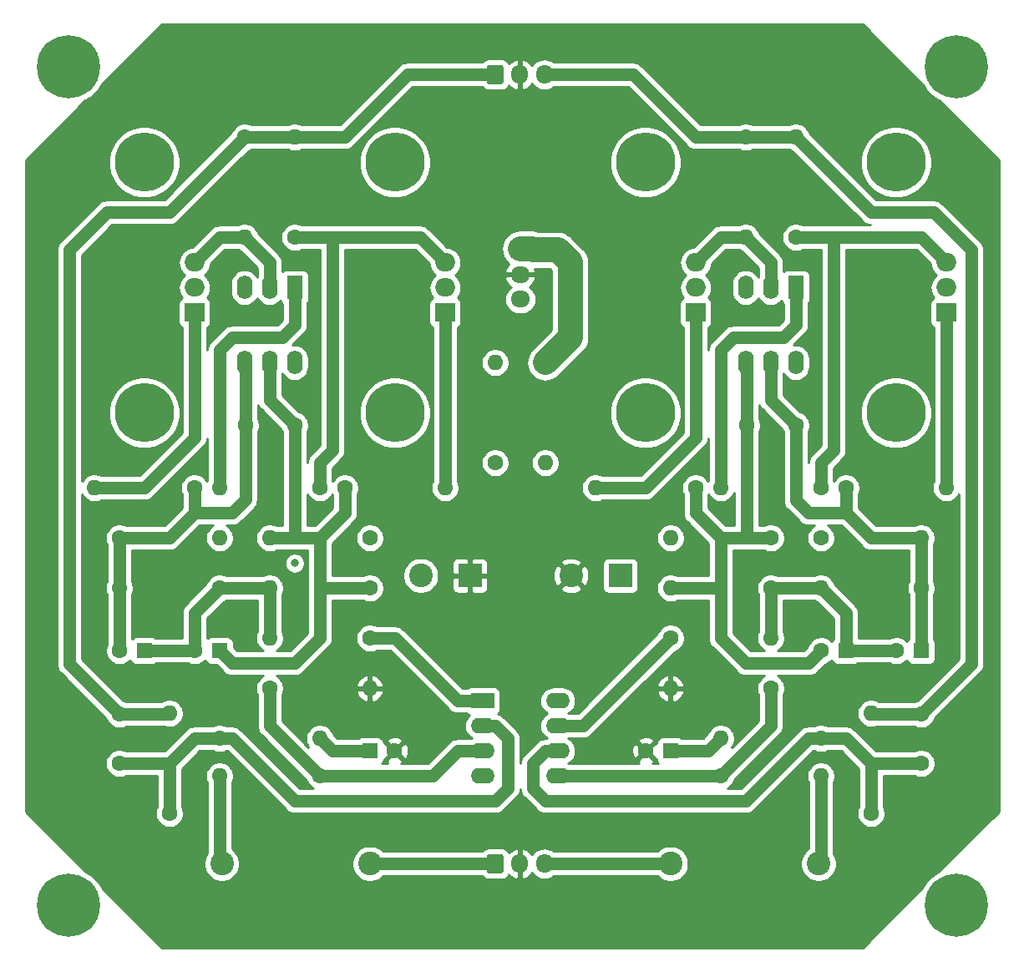
<source format=gtl>
G04 #@! TF.GenerationSoftware,KiCad,Pcbnew,5.1.5+dfsg1-2build2*
G04 #@! TF.CreationDate,2021-10-31T21:50:17+01:00*
G04 #@! TF.ProjectId,whammy,7768616d-6d79-42e6-9b69-6361645f7063,rev?*
G04 #@! TF.SameCoordinates,Original*
G04 #@! TF.FileFunction,Copper,L1,Top*
G04 #@! TF.FilePolarity,Positive*
%FSLAX46Y46*%
G04 Gerber Fmt 4.6, Leading zero omitted, Abs format (unit mm)*
G04 Created by KiCad (PCBNEW 5.1.5+dfsg1-2build2) date 2021-10-31 21:50:17*
%MOMM*%
%LPD*%
G04 APERTURE LIST*
%ADD10C,2.400000*%
%ADD11C,0.800000*%
%ADD12C,6.400000*%
%ADD13O,1.950000X1.700000*%
%ADD14C,0.100000*%
%ADD15O,1.700000X1.950000*%
%ADD16O,2.400000X1.600000*%
%ADD17R,2.400000X1.600000*%
%ADD18C,6.000000*%
%ADD19O,1.600000X1.600000*%
%ADD20C,1.600000*%
%ADD21R,2.400000X2.400000*%
%ADD22R,1.600000X1.600000*%
%ADD23O,2.000000X1.905000*%
%ADD24R,2.000000X1.905000*%
%ADD25R,1.600000X2.400000*%
%ADD26O,1.600000X2.400000*%
%ADD27C,1.270000*%
%ADD28C,2.540000*%
%ADD29C,0.254000*%
G04 APERTURE END LIST*
D10*
X146050000Y-130810000D03*
X161050000Y-130810000D03*
D11*
X176697056Y-133302944D03*
X175000000Y-132600000D03*
X173302944Y-133302944D03*
X172600000Y-135000000D03*
X173302944Y-136697056D03*
X175000000Y-137400000D03*
X176697056Y-136697056D03*
X177400000Y-135000000D03*
D12*
X175000000Y-135000000D03*
D11*
X86697056Y-133302944D03*
X85000000Y-132600000D03*
X83302944Y-133302944D03*
X82600000Y-135000000D03*
X83302944Y-136697056D03*
X85000000Y-137400000D03*
X86697056Y-136697056D03*
X87400000Y-135000000D03*
D12*
X85000000Y-135000000D03*
D11*
X176697056Y-48302944D03*
X175000000Y-47600000D03*
X173302944Y-48302944D03*
X172600000Y-50000000D03*
X173302944Y-51697056D03*
X175000000Y-52400000D03*
X176697056Y-51697056D03*
X177400000Y-50000000D03*
D12*
X175000000Y-50000000D03*
D11*
X86697056Y-48302944D03*
X85000000Y-47600000D03*
X83302944Y-48302944D03*
X82600000Y-50000000D03*
X83302944Y-51697056D03*
X85000000Y-52400000D03*
X86697056Y-51697056D03*
X87400000Y-50000000D03*
D12*
X85000000Y-50000000D03*
D13*
X130810000Y-73580000D03*
X130810000Y-71080000D03*
G04 #@! TA.AperFunction,ComponentPad*
D14*
G36*
X131559504Y-67731204D02*
G01*
X131583773Y-67734804D01*
X131607571Y-67740765D01*
X131630671Y-67749030D01*
X131652849Y-67759520D01*
X131673893Y-67772133D01*
X131693598Y-67786747D01*
X131711777Y-67803223D01*
X131728253Y-67821402D01*
X131742867Y-67841107D01*
X131755480Y-67862151D01*
X131765970Y-67884329D01*
X131774235Y-67907429D01*
X131780196Y-67931227D01*
X131783796Y-67955496D01*
X131785000Y-67980000D01*
X131785000Y-69180000D01*
X131783796Y-69204504D01*
X131780196Y-69228773D01*
X131774235Y-69252571D01*
X131765970Y-69275671D01*
X131755480Y-69297849D01*
X131742867Y-69318893D01*
X131728253Y-69338598D01*
X131711777Y-69356777D01*
X131693598Y-69373253D01*
X131673893Y-69387867D01*
X131652849Y-69400480D01*
X131630671Y-69410970D01*
X131607571Y-69419235D01*
X131583773Y-69425196D01*
X131559504Y-69428796D01*
X131535000Y-69430000D01*
X130085000Y-69430000D01*
X130060496Y-69428796D01*
X130036227Y-69425196D01*
X130012429Y-69419235D01*
X129989329Y-69410970D01*
X129967151Y-69400480D01*
X129946107Y-69387867D01*
X129926402Y-69373253D01*
X129908223Y-69356777D01*
X129891747Y-69338598D01*
X129877133Y-69318893D01*
X129864520Y-69297849D01*
X129854030Y-69275671D01*
X129845765Y-69252571D01*
X129839804Y-69228773D01*
X129836204Y-69204504D01*
X129835000Y-69180000D01*
X129835000Y-67980000D01*
X129836204Y-67955496D01*
X129839804Y-67931227D01*
X129845765Y-67907429D01*
X129854030Y-67884329D01*
X129864520Y-67862151D01*
X129877133Y-67841107D01*
X129891747Y-67821402D01*
X129908223Y-67803223D01*
X129926402Y-67786747D01*
X129946107Y-67772133D01*
X129967151Y-67759520D01*
X129989329Y-67749030D01*
X130012429Y-67740765D01*
X130036227Y-67734804D01*
X130060496Y-67731204D01*
X130085000Y-67730000D01*
X131535000Y-67730000D01*
X131559504Y-67731204D01*
G37*
G04 #@! TD.AperFunction*
D15*
X133270000Y-130810000D03*
X130770000Y-130810000D03*
G04 #@! TA.AperFunction,ComponentPad*
D14*
G36*
X128894504Y-129836204D02*
G01*
X128918773Y-129839804D01*
X128942571Y-129845765D01*
X128965671Y-129854030D01*
X128987849Y-129864520D01*
X129008893Y-129877133D01*
X129028598Y-129891747D01*
X129046777Y-129908223D01*
X129063253Y-129926402D01*
X129077867Y-129946107D01*
X129090480Y-129967151D01*
X129100970Y-129989329D01*
X129109235Y-130012429D01*
X129115196Y-130036227D01*
X129118796Y-130060496D01*
X129120000Y-130085000D01*
X129120000Y-131535000D01*
X129118796Y-131559504D01*
X129115196Y-131583773D01*
X129109235Y-131607571D01*
X129100970Y-131630671D01*
X129090480Y-131652849D01*
X129077867Y-131673893D01*
X129063253Y-131693598D01*
X129046777Y-131711777D01*
X129028598Y-131728253D01*
X129008893Y-131742867D01*
X128987849Y-131755480D01*
X128965671Y-131765970D01*
X128942571Y-131774235D01*
X128918773Y-131780196D01*
X128894504Y-131783796D01*
X128870000Y-131785000D01*
X127670000Y-131785000D01*
X127645496Y-131783796D01*
X127621227Y-131780196D01*
X127597429Y-131774235D01*
X127574329Y-131765970D01*
X127552151Y-131755480D01*
X127531107Y-131742867D01*
X127511402Y-131728253D01*
X127493223Y-131711777D01*
X127476747Y-131693598D01*
X127462133Y-131673893D01*
X127449520Y-131652849D01*
X127439030Y-131630671D01*
X127430765Y-131607571D01*
X127424804Y-131583773D01*
X127421204Y-131559504D01*
X127420000Y-131535000D01*
X127420000Y-130085000D01*
X127421204Y-130060496D01*
X127424804Y-130036227D01*
X127430765Y-130012429D01*
X127439030Y-129989329D01*
X127449520Y-129967151D01*
X127462133Y-129946107D01*
X127476747Y-129926402D01*
X127493223Y-129908223D01*
X127511402Y-129891747D01*
X127531107Y-129877133D01*
X127552151Y-129864520D01*
X127574329Y-129854030D01*
X127597429Y-129845765D01*
X127621227Y-129839804D01*
X127645496Y-129836204D01*
X127670000Y-129835000D01*
X128870000Y-129835000D01*
X128894504Y-129836204D01*
G37*
G04 #@! TD.AperFunction*
D15*
X133270000Y-50800000D03*
X130770000Y-50800000D03*
G04 #@! TA.AperFunction,ComponentPad*
D14*
G36*
X128894504Y-49826204D02*
G01*
X128918773Y-49829804D01*
X128942571Y-49835765D01*
X128965671Y-49844030D01*
X128987849Y-49854520D01*
X129008893Y-49867133D01*
X129028598Y-49881747D01*
X129046777Y-49898223D01*
X129063253Y-49916402D01*
X129077867Y-49936107D01*
X129090480Y-49957151D01*
X129100970Y-49979329D01*
X129109235Y-50002429D01*
X129115196Y-50026227D01*
X129118796Y-50050496D01*
X129120000Y-50075000D01*
X129120000Y-51525000D01*
X129118796Y-51549504D01*
X129115196Y-51573773D01*
X129109235Y-51597571D01*
X129100970Y-51620671D01*
X129090480Y-51642849D01*
X129077867Y-51663893D01*
X129063253Y-51683598D01*
X129046777Y-51701777D01*
X129028598Y-51718253D01*
X129008893Y-51732867D01*
X128987849Y-51745480D01*
X128965671Y-51755970D01*
X128942571Y-51764235D01*
X128918773Y-51770196D01*
X128894504Y-51773796D01*
X128870000Y-51775000D01*
X127670000Y-51775000D01*
X127645496Y-51773796D01*
X127621227Y-51770196D01*
X127597429Y-51764235D01*
X127574329Y-51755970D01*
X127552151Y-51745480D01*
X127531107Y-51732867D01*
X127511402Y-51718253D01*
X127493223Y-51701777D01*
X127476747Y-51683598D01*
X127462133Y-51663893D01*
X127449520Y-51642849D01*
X127439030Y-51620671D01*
X127430765Y-51597571D01*
X127424804Y-51573773D01*
X127421204Y-51549504D01*
X127420000Y-51525000D01*
X127420000Y-50075000D01*
X127421204Y-50050496D01*
X127424804Y-50026227D01*
X127430765Y-50002429D01*
X127439030Y-49979329D01*
X127449520Y-49957151D01*
X127462133Y-49936107D01*
X127476747Y-49916402D01*
X127493223Y-49898223D01*
X127511402Y-49881747D01*
X127531107Y-49867133D01*
X127552151Y-49854520D01*
X127574329Y-49844030D01*
X127597429Y-49835765D01*
X127621227Y-49829804D01*
X127645496Y-49826204D01*
X127670000Y-49825000D01*
X128870000Y-49825000D01*
X128894504Y-49826204D01*
G37*
G04 #@! TD.AperFunction*
D16*
X134620000Y-114300000D03*
X127000000Y-121920000D03*
X134620000Y-116840000D03*
X127000000Y-119380000D03*
X134620000Y-119380000D03*
X127000000Y-116840000D03*
X134620000Y-121920000D03*
D17*
X127000000Y-114300000D03*
D18*
X168910000Y-59690000D03*
X168910000Y-85090000D03*
X143510000Y-85090000D03*
X143510000Y-59690000D03*
X118110000Y-85090000D03*
X118110000Y-59690000D03*
X92710000Y-59690000D03*
X92710000Y-85090000D03*
D19*
X100330000Y-97790000D03*
D20*
X90170000Y-97790000D03*
D19*
X90170000Y-102870000D03*
D20*
X100330000Y-102870000D03*
D19*
X105410000Y-102870000D03*
D20*
X115570000Y-102870000D03*
D19*
X105410000Y-97790000D03*
D20*
X115570000Y-97790000D03*
X156210000Y-97790000D03*
D19*
X146050000Y-97790000D03*
X146050000Y-102870000D03*
D20*
X156210000Y-102870000D03*
D19*
X161290000Y-102870000D03*
D20*
X171450000Y-102870000D03*
D19*
X171450000Y-97790000D03*
D20*
X161290000Y-97790000D03*
D10*
X100570000Y-130810000D03*
X115570000Y-130810000D03*
D20*
X90170000Y-120650000D03*
X90170000Y-115650000D03*
D10*
X135970000Y-101600000D03*
D21*
X140970000Y-101600000D03*
X125730000Y-101600000D03*
D10*
X120730000Y-101600000D03*
D20*
X171450000Y-115650000D03*
X171450000Y-120650000D03*
D22*
X163830000Y-109220000D03*
D20*
X161330000Y-109220000D03*
X158750000Y-86360000D03*
X153750000Y-86360000D03*
X168950000Y-109220000D03*
D22*
X171450000Y-109220000D03*
X92710000Y-109220000D03*
D20*
X90210000Y-109220000D03*
X102950000Y-86360000D03*
X107950000Y-86360000D03*
X97830000Y-109220000D03*
D22*
X100330000Y-109220000D03*
D23*
X173990000Y-69850000D03*
X173990000Y-72390000D03*
D24*
X173990000Y-74930000D03*
D23*
X148590000Y-69850000D03*
X148590000Y-72390000D03*
D24*
X148590000Y-74930000D03*
D23*
X123190000Y-69850000D03*
X123190000Y-72390000D03*
D24*
X123190000Y-74930000D03*
X97790000Y-74930000D03*
D23*
X97790000Y-72390000D03*
X97790000Y-69850000D03*
D19*
X115570000Y-113030000D03*
D20*
X105410000Y-113030000D03*
X156210000Y-113030000D03*
D19*
X146050000Y-113030000D03*
D25*
X158750000Y-72390000D03*
D26*
X153670000Y-80010000D03*
X156210000Y-72390000D03*
X156210000Y-80010000D03*
X153670000Y-72390000D03*
X158750000Y-80010000D03*
X107950000Y-80010000D03*
X102870000Y-72390000D03*
X105410000Y-80010000D03*
X105410000Y-72390000D03*
X102870000Y-80010000D03*
D25*
X107950000Y-72390000D03*
D20*
X100330000Y-118110000D03*
D19*
X110490000Y-118110000D03*
D20*
X110490000Y-121920000D03*
D19*
X100330000Y-121920000D03*
D20*
X95250000Y-125730000D03*
D19*
X95250000Y-115570000D03*
D20*
X151130000Y-121920000D03*
D19*
X161290000Y-121920000D03*
X166370000Y-115570000D03*
D20*
X166370000Y-125730000D03*
X163830000Y-92710000D03*
D19*
X173990000Y-92710000D03*
X151130000Y-118110000D03*
D20*
X161290000Y-118110000D03*
D19*
X158750000Y-57150000D03*
D20*
X158750000Y-67310000D03*
X146050000Y-107950000D03*
D19*
X156210000Y-107950000D03*
X151130000Y-92710000D03*
D20*
X161290000Y-92710000D03*
X148590000Y-92710000D03*
D19*
X138430000Y-92710000D03*
D20*
X153670000Y-57150000D03*
D19*
X153670000Y-67310000D03*
X123190000Y-92710000D03*
D20*
X113030000Y-92710000D03*
D19*
X105410000Y-107950000D03*
D20*
X115570000Y-107950000D03*
D19*
X107950000Y-57150000D03*
D20*
X107950000Y-67310000D03*
D19*
X100330000Y-92710000D03*
D20*
X110490000Y-92710000D03*
X97790000Y-92710000D03*
D19*
X87630000Y-92710000D03*
D20*
X102870000Y-57150000D03*
D19*
X102870000Y-67310000D03*
D20*
X133350000Y-80010000D03*
D19*
X133350000Y-90170000D03*
X128270000Y-80010000D03*
D20*
X128270000Y-90170000D03*
D22*
X146050000Y-119380000D03*
D20*
X143550000Y-119380000D03*
X118070000Y-119380000D03*
D22*
X115570000Y-119380000D03*
D11*
X107950000Y-100330000D03*
X100330000Y-100330000D03*
X102870000Y-100330000D03*
X105410000Y-100330000D03*
X97790000Y-100330000D03*
X95250000Y-100330000D03*
X92710000Y-100330000D03*
X102870000Y-105410000D03*
X100330000Y-105410000D03*
X102870000Y-107950000D03*
X107950000Y-105410000D03*
X107950000Y-102870000D03*
X92710000Y-102870000D03*
X95250000Y-102870000D03*
X95250000Y-105410000D03*
X92710000Y-105410000D03*
X97790000Y-102870000D03*
X97790000Y-97790000D03*
X100330000Y-69850000D03*
X102870000Y-69850000D03*
X105410000Y-86360000D03*
X105410000Y-88900000D03*
X110490000Y-95250000D03*
X107950000Y-107950000D03*
X153670000Y-102870000D03*
X153670000Y-105410000D03*
X153670000Y-107950000D03*
X153670000Y-100330000D03*
X156210000Y-100330000D03*
X158750000Y-100330000D03*
X161290000Y-100330000D03*
X163830000Y-100330000D03*
X166370000Y-100330000D03*
X168910000Y-100330000D03*
X168910000Y-102870000D03*
X166370000Y-102870000D03*
X163830000Y-102870000D03*
X166370000Y-105410000D03*
X168910000Y-105410000D03*
X158750000Y-105410000D03*
X158750000Y-107950000D03*
X161290000Y-105410000D03*
X151130000Y-95250000D03*
X156210000Y-86360000D03*
X156210000Y-95250000D03*
X158750000Y-97790000D03*
X156210000Y-92710000D03*
X156210000Y-88900000D03*
X153670000Y-69850000D03*
X151130000Y-69850000D03*
X151130000Y-72390000D03*
X151130000Y-74930000D03*
X153670000Y-74930000D03*
X156210000Y-74930000D03*
X130810000Y-114300000D03*
X130810000Y-116840000D03*
X132080000Y-115570000D03*
X129540000Y-115570000D03*
X129540000Y-113030000D03*
X132080000Y-113030000D03*
X132080000Y-118110000D03*
X129540000Y-110490000D03*
X132080000Y-110490000D03*
X134620000Y-110490000D03*
X137160000Y-110490000D03*
X127000000Y-110490000D03*
X124460000Y-110490000D03*
X124460000Y-107950000D03*
X124460000Y-105410000D03*
X127000000Y-105410000D03*
X127000000Y-107950000D03*
X129540000Y-107950000D03*
X129540000Y-105410000D03*
X132080000Y-105410000D03*
X132080000Y-107950000D03*
X134620000Y-107950000D03*
X134620000Y-105410000D03*
X137160000Y-105410000D03*
X137160000Y-107950000D03*
X129540000Y-102870000D03*
X132080000Y-102870000D03*
X129540000Y-100330000D03*
X132080000Y-100330000D03*
X129540000Y-97790000D03*
X127000000Y-97790000D03*
X132080000Y-97790000D03*
X134620000Y-97790000D03*
X129540000Y-95250000D03*
X132080000Y-95250000D03*
X130810000Y-92710000D03*
X130810000Y-90170000D03*
X130810000Y-87630000D03*
X140970000Y-119380000D03*
X138430000Y-119380000D03*
X140970000Y-116840000D03*
X124460000Y-116840000D03*
X130810000Y-124460000D03*
X130810000Y-127000000D03*
X128270000Y-127000000D03*
X125730000Y-127000000D03*
X133350000Y-127000000D03*
X135890000Y-127000000D03*
X138430000Y-127000000D03*
X123190000Y-127000000D03*
X143510000Y-116840000D03*
X148590000Y-116840000D03*
X118110000Y-116840000D03*
X113030000Y-116840000D03*
X113030000Y-114300000D03*
X113030000Y-111760000D03*
X118110000Y-114300000D03*
X118110000Y-111760000D03*
X113030000Y-109220000D03*
X110490000Y-111760000D03*
X110490000Y-114300000D03*
X107950000Y-114300000D03*
X148590000Y-114300000D03*
X148590000Y-111760000D03*
X148590000Y-109220000D03*
X148590000Y-106680000D03*
X113030000Y-106680000D03*
X151130000Y-111760000D03*
X151130000Y-114300000D03*
X153670000Y-114300000D03*
X153670000Y-116840000D03*
X107950000Y-116840000D03*
X102870000Y-114300000D03*
X102870000Y-116840000D03*
X100330000Y-114300000D03*
X97790000Y-114300000D03*
X161290000Y-114300000D03*
X163830000Y-114300000D03*
X158750000Y-114300000D03*
X158750000Y-116840000D03*
X163830000Y-111760000D03*
X166370000Y-111760000D03*
X168910000Y-111760000D03*
X171450000Y-111760000D03*
X95250000Y-111760000D03*
X92710000Y-111760000D03*
X90170000Y-111760000D03*
X97790000Y-111760000D03*
X128270000Y-74930000D03*
X125730000Y-74930000D03*
X125730000Y-77470000D03*
X127000000Y-76200000D03*
X133350000Y-71120000D03*
X133350000Y-73660000D03*
X138430000Y-68580000D03*
X138430000Y-71120000D03*
X138430000Y-73660000D03*
X140970000Y-73660000D03*
X140970000Y-71120000D03*
X140970000Y-68580000D03*
X143510000Y-68580000D03*
X143510000Y-71120000D03*
X146050000Y-68580000D03*
X120650000Y-74930000D03*
X120650000Y-72390000D03*
X120650000Y-69850000D03*
X118110000Y-69850000D03*
X118110000Y-72390000D03*
X115570000Y-72390000D03*
X115570000Y-69850000D03*
X130810000Y-46990000D03*
X125730000Y-46990000D03*
X135890000Y-46990000D03*
X140970000Y-46990000D03*
X146050000Y-46990000D03*
X151130000Y-46990000D03*
X156210000Y-46990000D03*
X161290000Y-46990000D03*
X120650000Y-46990000D03*
X115570000Y-46990000D03*
X110490000Y-46990000D03*
X105410000Y-46990000D03*
X100330000Y-46990000D03*
X95250000Y-46990000D03*
X97790000Y-49530000D03*
X102870000Y-49530000D03*
X107950000Y-49530000D03*
X113030000Y-49530000D03*
X118110000Y-49530000D03*
X143510000Y-49530000D03*
X148590000Y-49530000D03*
X153670000Y-49530000D03*
X158750000Y-49530000D03*
X163830000Y-49530000D03*
X168910000Y-52070000D03*
X166370000Y-49530000D03*
X171450000Y-54610000D03*
X173990000Y-57150000D03*
X176530000Y-59690000D03*
X93980000Y-49530000D03*
X91440000Y-52070000D03*
X88900000Y-54610000D03*
X86360000Y-57150000D03*
X83820000Y-59690000D03*
X81280000Y-62230000D03*
X83820000Y-64770000D03*
X81280000Y-67310000D03*
X81280000Y-72390000D03*
X81280000Y-77470000D03*
X81280000Y-82550000D03*
X81280000Y-87630000D03*
X81280000Y-92710000D03*
X81280000Y-97790000D03*
X81280000Y-102870000D03*
X81280000Y-107950000D03*
X81280000Y-113030000D03*
X81280000Y-118110000D03*
X81280000Y-123190000D03*
X83820000Y-125730000D03*
X86360000Y-128270000D03*
X88900000Y-130810000D03*
X91440000Y-133350000D03*
X93980000Y-135890000D03*
X179070000Y-62230000D03*
X176530000Y-64770000D03*
X179070000Y-67310000D03*
X179070000Y-72390000D03*
X179070000Y-77470000D03*
X179070000Y-82550000D03*
X179070000Y-87630000D03*
X179070000Y-92710000D03*
X179070000Y-97790000D03*
X179070000Y-102870000D03*
X179070000Y-107950000D03*
X179070000Y-113030000D03*
X179070000Y-118110000D03*
X179070000Y-123190000D03*
X130810000Y-138430000D03*
X125730000Y-138430000D03*
X135890000Y-138430000D03*
X140970000Y-138430000D03*
X146050000Y-138430000D03*
X151130000Y-138430000D03*
X156210000Y-138430000D03*
X161290000Y-138430000D03*
X120650000Y-138430000D03*
X115570000Y-138430000D03*
X110490000Y-138430000D03*
X105410000Y-138430000D03*
X100330000Y-138430000D03*
X95250000Y-138430000D03*
X176530000Y-125730000D03*
X173990000Y-128270000D03*
X171450000Y-130810000D03*
X168910000Y-133350000D03*
X166370000Y-135890000D03*
X165100000Y-138430000D03*
X176530000Y-123190000D03*
X173990000Y-125730000D03*
X171450000Y-128270000D03*
X168910000Y-130810000D03*
X166370000Y-133350000D03*
X163830000Y-135890000D03*
X158750000Y-135890000D03*
X153670000Y-135890000D03*
X148590000Y-135890000D03*
X143510000Y-135890000D03*
X138430000Y-135890000D03*
X133350000Y-135890000D03*
X128270000Y-135890000D03*
X123190000Y-135890000D03*
X118110000Y-135890000D03*
X113030000Y-135890000D03*
X107950000Y-135890000D03*
X102870000Y-135890000D03*
X97790000Y-135890000D03*
X93980000Y-133350000D03*
X91440000Y-130810000D03*
X88900000Y-128270000D03*
X86360000Y-125730000D03*
X83820000Y-123190000D03*
X176530000Y-120650000D03*
X176530000Y-115570000D03*
X83820000Y-120650000D03*
X83820000Y-115570000D03*
X173990000Y-59690000D03*
X168910000Y-54610000D03*
X166370000Y-52070000D03*
X91440000Y-54610000D03*
X88900000Y-57150000D03*
X86360000Y-59690000D03*
X115570000Y-52070000D03*
X110490000Y-52070000D03*
X105410000Y-52070000D03*
X100330000Y-52070000D03*
X95250000Y-52070000D03*
X146050000Y-52070000D03*
X151130000Y-52070000D03*
X156210000Y-52070000D03*
X161290000Y-52070000D03*
X165100000Y-46990000D03*
X130810000Y-54610000D03*
X125730000Y-54610000D03*
X120650000Y-54610000D03*
X135890000Y-54610000D03*
X140970000Y-54610000D03*
X128270000Y-57150000D03*
X133350000Y-57150000D03*
X138430000Y-57150000D03*
X123190000Y-57150000D03*
X125730000Y-59690000D03*
X130810000Y-59690000D03*
X135890000Y-59690000D03*
X123190000Y-62230000D03*
X128270000Y-62230000D03*
X133350000Y-62230000D03*
X138430000Y-62230000D03*
X125730000Y-64770000D03*
X130810000Y-64770000D03*
X120650000Y-64770000D03*
X115570000Y-64770000D03*
X110490000Y-64770000D03*
X113030000Y-62230000D03*
X110490000Y-59690000D03*
X107950000Y-62230000D03*
X105410000Y-59690000D03*
X105410000Y-64770000D03*
X102870000Y-62230000D03*
X100330000Y-64770000D03*
X123190000Y-67310000D03*
X151130000Y-59690000D03*
X156210000Y-59690000D03*
X97790000Y-67310000D03*
X92710000Y-67310000D03*
X90170000Y-69850000D03*
X95250000Y-69850000D03*
X92710000Y-72390000D03*
X87630000Y-72390000D03*
X90170000Y-74930000D03*
X95250000Y-74930000D03*
X92710000Y-77470000D03*
X95250000Y-80010000D03*
X90170000Y-80010000D03*
X87630000Y-77470000D03*
X87630000Y-82550000D03*
X87630000Y-87630000D03*
X90170000Y-90170000D03*
X90170000Y-95250000D03*
X87630000Y-97790000D03*
X87630000Y-102870000D03*
X87630000Y-107950000D03*
X95250000Y-95250000D03*
X107950000Y-54610000D03*
X113030000Y-54610000D03*
X102870000Y-54610000D03*
X97790000Y-54610000D03*
X93980000Y-54610000D03*
X148590000Y-54610000D03*
X153670000Y-54610000D03*
X158750000Y-54610000D03*
X163830000Y-54610000D03*
X168910000Y-77470000D03*
X171450000Y-74930000D03*
X171450000Y-80010000D03*
X166370000Y-80010000D03*
X166370000Y-74930000D03*
X168910000Y-69850000D03*
X165100000Y-69850000D03*
X171450000Y-90170000D03*
X171450000Y-95250000D03*
X173990000Y-97790000D03*
X173990000Y-102870000D03*
X173990000Y-107950000D03*
X142240000Y-90170000D03*
X137160000Y-90170000D03*
X139700000Y-87630000D03*
X137160000Y-85090000D03*
X137160000Y-80010000D03*
X139700000Y-82550000D03*
X142240000Y-80010000D03*
X134620000Y-82550000D03*
X134620000Y-87630000D03*
X132080000Y-85090000D03*
X114300000Y-90170000D03*
X116840000Y-92710000D03*
X114300000Y-80010000D03*
X125730000Y-82550000D03*
X151130000Y-133350000D03*
X156210000Y-133350000D03*
X161290000Y-133350000D03*
X146050000Y-133350000D03*
X140970000Y-133350000D03*
X135890000Y-133350000D03*
X130810000Y-133350000D03*
X125730000Y-133350000D03*
X120650000Y-133350000D03*
X115570000Y-133350000D03*
X110490000Y-133350000D03*
X105410000Y-133350000D03*
X100330000Y-133350000D03*
X96520000Y-133350000D03*
X158750000Y-130810000D03*
X153670000Y-130810000D03*
X148590000Y-130810000D03*
X151130000Y-128270000D03*
X156210000Y-128270000D03*
X158750000Y-125730000D03*
X146050000Y-128270000D03*
X140970000Y-128270000D03*
X120650000Y-128270000D03*
X115570000Y-128270000D03*
X110490000Y-128270000D03*
X105410000Y-128270000D03*
X102870000Y-130810000D03*
X107950000Y-130810000D03*
X113030000Y-130810000D03*
X102870000Y-125730000D03*
X97790000Y-125730000D03*
X95250000Y-128270000D03*
X92710000Y-125730000D03*
X90170000Y-123190000D03*
X86360000Y-118110000D03*
X91440000Y-118110000D03*
X173990000Y-118110000D03*
X166370000Y-128270000D03*
X163830000Y-130810000D03*
X163830000Y-125730000D03*
X163830000Y-120650000D03*
X97790000Y-120650000D03*
X115570000Y-105410000D03*
X146050000Y-105410000D03*
X143510000Y-106680000D03*
X143510000Y-100330000D03*
X148590000Y-100330000D03*
X139700000Y-95250000D03*
X142240000Y-97790000D03*
X113030000Y-99060000D03*
X115570000Y-100330000D03*
X118110000Y-99060000D03*
X120650000Y-96520000D03*
X116840000Y-88900000D03*
X139700000Y-78740000D03*
X116840000Y-80010000D03*
X115570000Y-110490000D03*
X146050000Y-110490000D03*
X143510000Y-114300000D03*
X146050000Y-115570000D03*
X115570000Y-115570000D03*
D27*
X100570000Y-130810000D02*
X100330000Y-130810000D01*
X100330000Y-130570000D02*
X100570000Y-130810000D01*
X100330000Y-121920000D02*
X100330000Y-130570000D01*
X115570000Y-130810000D02*
X128270000Y-130810000D01*
X101600000Y-118110000D02*
X100330000Y-118110000D01*
X100330000Y-118110000D02*
X97790000Y-118110000D01*
X95250000Y-120650000D02*
X95250000Y-125730000D01*
X97790000Y-118110000D02*
X95250000Y-120650000D01*
X90170000Y-120650000D02*
X95250000Y-120650000D01*
X101600000Y-118110000D02*
X107950000Y-124460000D01*
X107950000Y-124460000D02*
X128270000Y-124460000D01*
X128270000Y-124460000D02*
X129540000Y-123190000D01*
X129540000Y-123190000D02*
X129540000Y-118110000D01*
X129540000Y-118110000D02*
X128270000Y-116840000D01*
X128270000Y-116840000D02*
X127000000Y-116840000D01*
X146050000Y-130810000D02*
X133270000Y-130810000D01*
X161050000Y-130810000D02*
X161290000Y-130810000D01*
X161290000Y-130570000D02*
X161050000Y-130810000D01*
X161290000Y-121920000D02*
X161290000Y-130570000D01*
X161290000Y-118110000D02*
X163830000Y-118110000D01*
X166370000Y-120650000D02*
X166370000Y-125730000D01*
X163830000Y-118110000D02*
X166370000Y-120650000D01*
X166370000Y-120650000D02*
X171450000Y-120650000D01*
X133350000Y-119380000D02*
X134620000Y-119380000D01*
X132080000Y-120650000D02*
X133350000Y-119380000D01*
X132080000Y-123190000D02*
X132080000Y-120650000D01*
X133350000Y-124460000D02*
X132080000Y-123190000D01*
X153670000Y-124460000D02*
X133350000Y-124460000D01*
X160020000Y-118110000D02*
X153670000Y-124460000D01*
X161290000Y-118110000D02*
X160020000Y-118110000D01*
D28*
X132140253Y-68580000D02*
X132020243Y-68459990D01*
X135890000Y-69850000D02*
X134620000Y-68580000D01*
X132020243Y-68459990D02*
X130810000Y-68459990D01*
X134620000Y-68580000D02*
X132140253Y-68580000D01*
X135890000Y-77470000D02*
X135890000Y-69850000D01*
X133350000Y-80010000D02*
X135890000Y-77470000D01*
D27*
X156210000Y-102870000D02*
X161290000Y-102870000D01*
X168950000Y-109220000D02*
X163830000Y-109220000D01*
X161290000Y-102870000D02*
X163830000Y-105410000D01*
X163830000Y-105410000D02*
X163830000Y-109220000D01*
X156210000Y-102870000D02*
X156210000Y-107950000D01*
X160060000Y-110490000D02*
X161330000Y-109220000D01*
X153670000Y-110490000D02*
X160060000Y-110490000D01*
X153670000Y-110490000D02*
X151130000Y-107950000D01*
X153670000Y-97790000D02*
X156210000Y-97790000D01*
X151130000Y-97790000D02*
X153670000Y-97790000D01*
X148590000Y-92710000D02*
X148590000Y-95250000D01*
X148590000Y-95250000D02*
X151130000Y-97790000D01*
X146050000Y-102870000D02*
X151130000Y-102870000D01*
X151130000Y-102870000D02*
X151130000Y-97790000D01*
X151130000Y-107950000D02*
X151130000Y-102870000D01*
X153750000Y-97710000D02*
X153750000Y-86360000D01*
X153670000Y-97790000D02*
X153750000Y-97710000D01*
X153750000Y-80090000D02*
X153670000Y-80010000D01*
X153750000Y-86360000D02*
X153750000Y-80090000D01*
X156290000Y-80090000D02*
X156210000Y-80010000D01*
X163830000Y-95250000D02*
X163830000Y-92710000D01*
X160020000Y-95250000D02*
X163830000Y-95250000D01*
X158750000Y-93980000D02*
X160020000Y-95250000D01*
X163830000Y-95250000D02*
X166370000Y-97790000D01*
X166370000Y-97790000D02*
X171450000Y-97790000D01*
X171450000Y-97790000D02*
X171450000Y-109220000D01*
X158750000Y-93980000D02*
X158750000Y-86360000D01*
X158750000Y-86360000D02*
X156210000Y-83820000D01*
X156210000Y-83820000D02*
X156210000Y-80010000D01*
X100330000Y-102870000D02*
X105410000Y-102870000D01*
X92710000Y-109220000D02*
X97830000Y-109220000D01*
X97830000Y-105370000D02*
X100330000Y-102870000D01*
X97830000Y-109220000D02*
X97830000Y-105370000D01*
X105410000Y-102870000D02*
X105410000Y-107950000D01*
X90170000Y-102870000D02*
X90170000Y-97790000D01*
X101600000Y-95250000D02*
X102950000Y-93900000D01*
X97790000Y-95250000D02*
X101600000Y-95250000D01*
X95250000Y-97790000D02*
X97790000Y-95250000D01*
X90170000Y-97790000D02*
X95250000Y-97790000D01*
X97790000Y-92710000D02*
X97790000Y-95250000D01*
X90170000Y-109180000D02*
X90210000Y-109220000D01*
X90170000Y-102870000D02*
X90170000Y-109180000D01*
X102950000Y-93900000D02*
X102950000Y-86360000D01*
X102950000Y-80090000D02*
X102870000Y-80010000D01*
X102950000Y-86360000D02*
X102950000Y-80090000D01*
X105410000Y-97790000D02*
X107950000Y-97790000D01*
X101600000Y-110490000D02*
X100330000Y-109220000D01*
X107950000Y-110490000D02*
X101600000Y-110490000D01*
X107950000Y-110490000D02*
X110490000Y-107950000D01*
X110490000Y-97790000D02*
X107950000Y-97790000D01*
X110490000Y-97790000D02*
X113030000Y-95250000D01*
X113030000Y-95250000D02*
X113030000Y-92710000D01*
X115570000Y-102870000D02*
X110490000Y-102870000D01*
X110490000Y-102870000D02*
X110490000Y-97790000D01*
X110490000Y-107950000D02*
X110490000Y-102870000D01*
X107950000Y-86360000D02*
X107950000Y-97790000D01*
X107950000Y-86360000D02*
X105410000Y-83820000D01*
X105410000Y-83820000D02*
X105410000Y-80010000D01*
X161290000Y-92710000D02*
X161290000Y-90170000D01*
X161290000Y-90170000D02*
X162560000Y-88900000D01*
X162560000Y-88900000D02*
X162560000Y-67310000D01*
X158750000Y-67310000D02*
X162560000Y-67310000D01*
X162560000Y-67310000D02*
X171450000Y-67310000D01*
X171450000Y-67310000D02*
X173990000Y-69850000D01*
X173990000Y-92710000D02*
X173990000Y-74930000D01*
X153670000Y-67310000D02*
X151130000Y-67310000D01*
X151130000Y-67310000D02*
X148590000Y-69850000D01*
X153670000Y-67310000D02*
X156210000Y-69850000D01*
X156210000Y-69850000D02*
X156210000Y-72390000D01*
X138430000Y-92710000D02*
X143510000Y-92710000D01*
X143510000Y-92710000D02*
X148590000Y-87630000D01*
X148590000Y-87630000D02*
X148590000Y-74930000D01*
X123190000Y-69850000D02*
X120650000Y-67310000D01*
X107975400Y-67335400D02*
X107950000Y-67310000D01*
X111760000Y-67310000D02*
X107950000Y-67310000D01*
X120650000Y-67310000D02*
X111760000Y-67310000D01*
X110490000Y-92710000D02*
X110490000Y-90170000D01*
X110490000Y-90170000D02*
X111760000Y-88900000D01*
X111760000Y-88900000D02*
X111760000Y-67310000D01*
X123190000Y-74930000D02*
X123190000Y-92710000D01*
X97790000Y-74930000D02*
X97790000Y-87630000D01*
X97790000Y-87630000D02*
X92710000Y-92710000D01*
X92710000Y-92710000D02*
X87630000Y-92710000D01*
X102870000Y-67310000D02*
X105410000Y-69850000D01*
X105410000Y-69850000D02*
X105410000Y-72390000D01*
X102870000Y-67310000D02*
X100330000Y-67310000D01*
X100330000Y-67310000D02*
X97790000Y-69850000D01*
X115570000Y-107950000D02*
X118110000Y-107950000D01*
X124460000Y-114300000D02*
X127000000Y-114300000D01*
X118110000Y-107950000D02*
X124460000Y-114300000D01*
X134620000Y-116840000D02*
X137160000Y-116840000D01*
X137160000Y-116840000D02*
X146050000Y-107950000D01*
X158750000Y-72390000D02*
X158750000Y-76200000D01*
X158750000Y-76200000D02*
X157480000Y-77470000D01*
X157480000Y-77470000D02*
X152400000Y-77470000D01*
X152400000Y-77470000D02*
X151130000Y-78740000D01*
X151130000Y-78740000D02*
X151130000Y-92710000D01*
X106680000Y-77470000D02*
X107950000Y-76200000D01*
X107950000Y-76200000D02*
X107950000Y-72390000D01*
X100330000Y-92710000D02*
X100330000Y-78740000D01*
X100330000Y-78740000D02*
X101600000Y-77470000D01*
X101600000Y-77470000D02*
X106680000Y-77470000D01*
X107950000Y-57150000D02*
X102870000Y-57150000D01*
X95170000Y-115650000D02*
X95250000Y-115570000D01*
X90170000Y-115650000D02*
X95170000Y-115650000D01*
X85090000Y-110570000D02*
X90170000Y-115650000D01*
X85090000Y-68580000D02*
X85090000Y-110570000D01*
X85090000Y-68580000D02*
X88900000Y-64770000D01*
X88900000Y-64770000D02*
X95250000Y-64770000D01*
X95250000Y-64770000D02*
X102870000Y-57150000D01*
X107950000Y-57150000D02*
X113030000Y-57150000D01*
X113030000Y-57150000D02*
X119380000Y-50800000D01*
X119380000Y-50800000D02*
X128270000Y-50800000D01*
X166450000Y-115650000D02*
X166370000Y-115570000D01*
X171450000Y-115650000D02*
X166450000Y-115650000D01*
X172720000Y-64770000D02*
X166370000Y-64770000D01*
X176530000Y-68580000D02*
X172720000Y-64770000D01*
X176530000Y-110570000D02*
X176530000Y-68580000D01*
X171450000Y-115650000D02*
X176530000Y-110570000D01*
X166370000Y-64770000D02*
X158750000Y-57150000D01*
X158750000Y-57150000D02*
X153670000Y-57150000D01*
X153670000Y-57150000D02*
X148590000Y-57150000D01*
X148590000Y-57150000D02*
X142240000Y-50800000D01*
X142240000Y-50800000D02*
X133270000Y-50800000D01*
X151130000Y-118110000D02*
X149860000Y-119380000D01*
X149860000Y-119380000D02*
X146050000Y-119380000D01*
X110490000Y-118110000D02*
X111760000Y-119380000D01*
X111760000Y-119380000D02*
X115570000Y-119380000D01*
X105410000Y-113030000D02*
X105410000Y-116840000D01*
X105410000Y-116840000D02*
X110490000Y-121920000D01*
X110490000Y-121920000D02*
X121920000Y-121920000D01*
X124460000Y-119380000D02*
X127000000Y-119380000D01*
X121920000Y-121920000D02*
X124460000Y-119380000D01*
X156210000Y-113030000D02*
X156210000Y-116840000D01*
X156210000Y-116840000D02*
X151130000Y-121920000D01*
X134620000Y-121920000D02*
X151130000Y-121920000D01*
D29*
G36*
X171576378Y-51755984D02*
G01*
X171601467Y-51816554D01*
X172021161Y-52444670D01*
X172555330Y-52978839D01*
X173183446Y-53398533D01*
X173244016Y-53423622D01*
X179315000Y-59494606D01*
X179315001Y-125505393D01*
X173244016Y-131576378D01*
X173183446Y-131601467D01*
X172555330Y-132021161D01*
X172021161Y-132555330D01*
X171601467Y-133183446D01*
X171576378Y-133244016D01*
X165505394Y-139315000D01*
X94494606Y-139315000D01*
X88423622Y-133244016D01*
X88398533Y-133183446D01*
X87978839Y-132555330D01*
X87444670Y-132021161D01*
X86816554Y-131601467D01*
X86755984Y-131576378D01*
X85808874Y-130629268D01*
X98735000Y-130629268D01*
X98735000Y-130990732D01*
X98805518Y-131345250D01*
X98943844Y-131679199D01*
X99144662Y-131979744D01*
X99400256Y-132235338D01*
X99700801Y-132436156D01*
X100034750Y-132574482D01*
X100389268Y-132645000D01*
X100750732Y-132645000D01*
X101105250Y-132574482D01*
X101439199Y-132436156D01*
X101739744Y-132235338D01*
X101995338Y-131979744D01*
X102196156Y-131679199D01*
X102334482Y-131345250D01*
X102405000Y-130990732D01*
X102405000Y-130629268D01*
X113735000Y-130629268D01*
X113735000Y-130990732D01*
X113805518Y-131345250D01*
X113943844Y-131679199D01*
X114144662Y-131979744D01*
X114400256Y-132235338D01*
X114700801Y-132436156D01*
X115034750Y-132574482D01*
X115389268Y-132645000D01*
X115750732Y-132645000D01*
X116105250Y-132574482D01*
X116439199Y-132436156D01*
X116739744Y-132235338D01*
X116895082Y-132080000D01*
X126973953Y-132080000D01*
X127042038Y-132162962D01*
X127176614Y-132273405D01*
X127330150Y-132355472D01*
X127496746Y-132406008D01*
X127670000Y-132423072D01*
X128870000Y-132423072D01*
X129043254Y-132406008D01*
X129209850Y-132355472D01*
X129363386Y-132273405D01*
X129497962Y-132162962D01*
X129608405Y-132028386D01*
X129664714Y-131923039D01*
X129680951Y-131944429D01*
X129898807Y-132137496D01*
X130150142Y-132284352D01*
X130413110Y-132376476D01*
X130643000Y-132255155D01*
X130643000Y-130937000D01*
X130623000Y-130937000D01*
X130623000Y-130683000D01*
X130643000Y-130683000D01*
X130643000Y-129364845D01*
X130897000Y-129364845D01*
X130897000Y-130683000D01*
X130917000Y-130683000D01*
X130917000Y-130937000D01*
X130897000Y-130937000D01*
X130897000Y-132255155D01*
X131126890Y-132376476D01*
X131389858Y-132284352D01*
X131641193Y-132137496D01*
X131859049Y-131944429D01*
X132015538Y-131738278D01*
X132029294Y-131764014D01*
X132214866Y-131990134D01*
X132440987Y-132175706D01*
X132698967Y-132313599D01*
X132978890Y-132398513D01*
X133270000Y-132427185D01*
X133561111Y-132398513D01*
X133841034Y-132313599D01*
X134099014Y-132175706D01*
X134215632Y-132080000D01*
X144724918Y-132080000D01*
X144880256Y-132235338D01*
X145180801Y-132436156D01*
X145514750Y-132574482D01*
X145869268Y-132645000D01*
X146230732Y-132645000D01*
X146585250Y-132574482D01*
X146919199Y-132436156D01*
X147219744Y-132235338D01*
X147475338Y-131979744D01*
X147676156Y-131679199D01*
X147814482Y-131345250D01*
X147885000Y-130990732D01*
X147885000Y-130629268D01*
X159215000Y-130629268D01*
X159215000Y-130990732D01*
X159285518Y-131345250D01*
X159423844Y-131679199D01*
X159624662Y-131979744D01*
X159880256Y-132235338D01*
X160180801Y-132436156D01*
X160514750Y-132574482D01*
X160869268Y-132645000D01*
X161230732Y-132645000D01*
X161585250Y-132574482D01*
X161919199Y-132436156D01*
X162219744Y-132235338D01*
X162475338Y-131979744D01*
X162676156Y-131679199D01*
X162814482Y-131345250D01*
X162885000Y-130990732D01*
X162885000Y-130629268D01*
X162814482Y-130274750D01*
X162676156Y-129940801D01*
X162560000Y-129766961D01*
X162560000Y-122602241D01*
X162561680Y-122599727D01*
X162669853Y-122338574D01*
X162725000Y-122061335D01*
X162725000Y-121778665D01*
X162669853Y-121501426D01*
X162561680Y-121240273D01*
X162404637Y-121005241D01*
X162204759Y-120805363D01*
X161969727Y-120648320D01*
X161708574Y-120540147D01*
X161431335Y-120485000D01*
X161148665Y-120485000D01*
X160871426Y-120540147D01*
X160610273Y-120648320D01*
X160375241Y-120805363D01*
X160175363Y-121005241D01*
X160018320Y-121240273D01*
X159910147Y-121501426D01*
X159855000Y-121778665D01*
X159855000Y-122061335D01*
X159910147Y-122338574D01*
X160018320Y-122599727D01*
X160020000Y-122602241D01*
X160020001Y-129291287D01*
X159880256Y-129384662D01*
X159624662Y-129640256D01*
X159423844Y-129940801D01*
X159285518Y-130274750D01*
X159215000Y-130629268D01*
X147885000Y-130629268D01*
X147814482Y-130274750D01*
X147676156Y-129940801D01*
X147475338Y-129640256D01*
X147219744Y-129384662D01*
X146919199Y-129183844D01*
X146585250Y-129045518D01*
X146230732Y-128975000D01*
X145869268Y-128975000D01*
X145514750Y-129045518D01*
X145180801Y-129183844D01*
X144880256Y-129384662D01*
X144724918Y-129540000D01*
X134215632Y-129540000D01*
X134099013Y-129444294D01*
X133841033Y-129306401D01*
X133561110Y-129221487D01*
X133270000Y-129192815D01*
X132978889Y-129221487D01*
X132698966Y-129306401D01*
X132440986Y-129444294D01*
X132214866Y-129629866D01*
X132029294Y-129855987D01*
X132015538Y-129881722D01*
X131859049Y-129675571D01*
X131641193Y-129482504D01*
X131389858Y-129335648D01*
X131126890Y-129243524D01*
X130897000Y-129364845D01*
X130643000Y-129364845D01*
X130413110Y-129243524D01*
X130150142Y-129335648D01*
X129898807Y-129482504D01*
X129680951Y-129675571D01*
X129664714Y-129696961D01*
X129608405Y-129591614D01*
X129497962Y-129457038D01*
X129363386Y-129346595D01*
X129209850Y-129264528D01*
X129043254Y-129213992D01*
X128870000Y-129196928D01*
X127670000Y-129196928D01*
X127496746Y-129213992D01*
X127330150Y-129264528D01*
X127176614Y-129346595D01*
X127042038Y-129457038D01*
X126973953Y-129540000D01*
X116895082Y-129540000D01*
X116739744Y-129384662D01*
X116439199Y-129183844D01*
X116105250Y-129045518D01*
X115750732Y-128975000D01*
X115389268Y-128975000D01*
X115034750Y-129045518D01*
X114700801Y-129183844D01*
X114400256Y-129384662D01*
X114144662Y-129640256D01*
X113943844Y-129940801D01*
X113805518Y-130274750D01*
X113735000Y-130629268D01*
X102405000Y-130629268D01*
X102334482Y-130274750D01*
X102196156Y-129940801D01*
X101995338Y-129640256D01*
X101739744Y-129384662D01*
X101600000Y-129291288D01*
X101600000Y-122602241D01*
X101601680Y-122599727D01*
X101709853Y-122338574D01*
X101765000Y-122061335D01*
X101765000Y-121778665D01*
X101709853Y-121501426D01*
X101601680Y-121240273D01*
X101444637Y-121005241D01*
X101244759Y-120805363D01*
X101009727Y-120648320D01*
X100748574Y-120540147D01*
X100471335Y-120485000D01*
X100188665Y-120485000D01*
X99911426Y-120540147D01*
X99650273Y-120648320D01*
X99415241Y-120805363D01*
X99215363Y-121005241D01*
X99058320Y-121240273D01*
X98950147Y-121501426D01*
X98895000Y-121778665D01*
X98895000Y-122061335D01*
X98950147Y-122338574D01*
X99058320Y-122599727D01*
X99060000Y-122602241D01*
X99060001Y-129766960D01*
X98943844Y-129940801D01*
X98805518Y-130274750D01*
X98735000Y-130629268D01*
X85808874Y-130629268D01*
X80685000Y-125505394D01*
X80685000Y-68580000D01*
X83813857Y-68580000D01*
X83820000Y-68642373D01*
X83820001Y-110507617D01*
X83813857Y-110570000D01*
X83838377Y-110818963D01*
X83886730Y-110978358D01*
X83910998Y-111058359D01*
X84028926Y-111278988D01*
X84187631Y-111472370D01*
X84236086Y-111512136D01*
X88789557Y-116065609D01*
X88790147Y-116068574D01*
X88898320Y-116329727D01*
X89055363Y-116564759D01*
X89255241Y-116764637D01*
X89490273Y-116921680D01*
X89751426Y-117029853D01*
X90028665Y-117085000D01*
X90311335Y-117085000D01*
X90588574Y-117029853D01*
X90849727Y-116921680D01*
X90852241Y-116920000D01*
X94759354Y-116920000D01*
X94831426Y-116949853D01*
X95108665Y-117005000D01*
X95391335Y-117005000D01*
X95668574Y-116949853D01*
X95929727Y-116841680D01*
X96164759Y-116684637D01*
X96364637Y-116484759D01*
X96521680Y-116249727D01*
X96629853Y-115988574D01*
X96685000Y-115711335D01*
X96685000Y-115428665D01*
X96629853Y-115151426D01*
X96521680Y-114890273D01*
X96364637Y-114655241D01*
X96164759Y-114455363D01*
X95929727Y-114298320D01*
X95668574Y-114190147D01*
X95391335Y-114135000D01*
X95108665Y-114135000D01*
X94831426Y-114190147D01*
X94570273Y-114298320D01*
X94448030Y-114380000D01*
X90852241Y-114380000D01*
X90849727Y-114378320D01*
X90588574Y-114270147D01*
X90585609Y-114269557D01*
X86360000Y-110043950D01*
X86360000Y-93392241D01*
X86515363Y-93624759D01*
X86715241Y-93824637D01*
X86950273Y-93981680D01*
X87211426Y-94089853D01*
X87488665Y-94145000D01*
X87771335Y-94145000D01*
X88048574Y-94089853D01*
X88309727Y-93981680D01*
X88312241Y-93980000D01*
X92647627Y-93980000D01*
X92710000Y-93986143D01*
X92772373Y-93980000D01*
X92772380Y-93980000D01*
X92958963Y-93961623D01*
X93198359Y-93889003D01*
X93418988Y-93771075D01*
X93612370Y-93612370D01*
X93652141Y-93563909D01*
X98643920Y-88572132D01*
X98692370Y-88532370D01*
X98732132Y-88483920D01*
X98732135Y-88483917D01*
X98791449Y-88411642D01*
X98851075Y-88338988D01*
X98969003Y-88118359D01*
X98969003Y-88118358D01*
X99041623Y-87878964D01*
X99045566Y-87838926D01*
X99060000Y-87692380D01*
X99060000Y-92027759D01*
X98904637Y-91795241D01*
X98704759Y-91595363D01*
X98469727Y-91438320D01*
X98208574Y-91330147D01*
X97931335Y-91275000D01*
X97648665Y-91275000D01*
X97371426Y-91330147D01*
X97110273Y-91438320D01*
X96875241Y-91595363D01*
X96675363Y-91795241D01*
X96518320Y-92030273D01*
X96410147Y-92291426D01*
X96355000Y-92568665D01*
X96355000Y-92851335D01*
X96410147Y-93128574D01*
X96518320Y-93389727D01*
X96520000Y-93392242D01*
X96520001Y-94723948D01*
X94723950Y-96520000D01*
X90852241Y-96520000D01*
X90849727Y-96518320D01*
X90588574Y-96410147D01*
X90311335Y-96355000D01*
X90028665Y-96355000D01*
X89751426Y-96410147D01*
X89490273Y-96518320D01*
X89255241Y-96675363D01*
X89055363Y-96875241D01*
X88898320Y-97110273D01*
X88790147Y-97371426D01*
X88735000Y-97648665D01*
X88735000Y-97931335D01*
X88790147Y-98208574D01*
X88898320Y-98469727D01*
X88900001Y-98472243D01*
X88900000Y-102187758D01*
X88898320Y-102190273D01*
X88790147Y-102451426D01*
X88735000Y-102728665D01*
X88735000Y-103011335D01*
X88790147Y-103288574D01*
X88898320Y-103549727D01*
X88900000Y-103552241D01*
X88900001Y-108632784D01*
X88830147Y-108801426D01*
X88775000Y-109078665D01*
X88775000Y-109361335D01*
X88830147Y-109638574D01*
X88938320Y-109899727D01*
X89095363Y-110134759D01*
X89295241Y-110334637D01*
X89530273Y-110491680D01*
X89791426Y-110599853D01*
X90068665Y-110655000D01*
X90351335Y-110655000D01*
X90628574Y-110599853D01*
X90889727Y-110491680D01*
X91124759Y-110334637D01*
X91291339Y-110168057D01*
X91320498Y-110264180D01*
X91379463Y-110374494D01*
X91458815Y-110471185D01*
X91555506Y-110550537D01*
X91665820Y-110609502D01*
X91785518Y-110645812D01*
X91910000Y-110658072D01*
X93510000Y-110658072D01*
X93634482Y-110645812D01*
X93754180Y-110609502D01*
X93864494Y-110550537D01*
X93938259Y-110490000D01*
X97147759Y-110490000D01*
X97150273Y-110491680D01*
X97411426Y-110599853D01*
X97688665Y-110655000D01*
X97971335Y-110655000D01*
X98248574Y-110599853D01*
X98509727Y-110491680D01*
X98744759Y-110334637D01*
X98911339Y-110168057D01*
X98940498Y-110264180D01*
X98999463Y-110374494D01*
X99078815Y-110471185D01*
X99175506Y-110550537D01*
X99285820Y-110609502D01*
X99405518Y-110645812D01*
X99530000Y-110658072D01*
X99972022Y-110658072D01*
X100657863Y-111343914D01*
X100697630Y-111392370D01*
X100891012Y-111551075D01*
X101111641Y-111669003D01*
X101278416Y-111719594D01*
X101351036Y-111741623D01*
X101376755Y-111744156D01*
X101537620Y-111760000D01*
X101537626Y-111760000D01*
X101599999Y-111766143D01*
X101662372Y-111760000D01*
X104727759Y-111760000D01*
X104495241Y-111915363D01*
X104295363Y-112115241D01*
X104138320Y-112350273D01*
X104030147Y-112611426D01*
X103975000Y-112888665D01*
X103975000Y-113171335D01*
X104030147Y-113448574D01*
X104138320Y-113709727D01*
X104140000Y-113712242D01*
X104140001Y-116777617D01*
X104133857Y-116840000D01*
X104158377Y-117088963D01*
X104209073Y-117256083D01*
X104230998Y-117328359D01*
X104348926Y-117548988D01*
X104507631Y-117742370D01*
X104556086Y-117782136D01*
X109109557Y-122335609D01*
X109110147Y-122338574D01*
X109218320Y-122599727D01*
X109375363Y-122834759D01*
X109575241Y-123034637D01*
X109807759Y-123190000D01*
X108476051Y-123190000D01*
X102542141Y-117256091D01*
X102502370Y-117207630D01*
X102308988Y-117048925D01*
X102088359Y-116930997D01*
X101848963Y-116858377D01*
X101662380Y-116840000D01*
X101662373Y-116840000D01*
X101600000Y-116833857D01*
X101537627Y-116840000D01*
X101012241Y-116840000D01*
X101009727Y-116838320D01*
X100748574Y-116730147D01*
X100471335Y-116675000D01*
X100188665Y-116675000D01*
X99911426Y-116730147D01*
X99650273Y-116838320D01*
X99647759Y-116840000D01*
X97852372Y-116840000D01*
X97789999Y-116833857D01*
X97727626Y-116840000D01*
X97727620Y-116840000D01*
X97566755Y-116855844D01*
X97541036Y-116858377D01*
X97468416Y-116880406D01*
X97301641Y-116930997D01*
X97081012Y-117048925D01*
X96887630Y-117207630D01*
X96847866Y-117256083D01*
X94723950Y-119380000D01*
X90852241Y-119380000D01*
X90849727Y-119378320D01*
X90588574Y-119270147D01*
X90311335Y-119215000D01*
X90028665Y-119215000D01*
X89751426Y-119270147D01*
X89490273Y-119378320D01*
X89255241Y-119535363D01*
X89055363Y-119735241D01*
X88898320Y-119970273D01*
X88790147Y-120231426D01*
X88735000Y-120508665D01*
X88735000Y-120791335D01*
X88790147Y-121068574D01*
X88898320Y-121329727D01*
X89055363Y-121564759D01*
X89255241Y-121764637D01*
X89490273Y-121921680D01*
X89751426Y-122029853D01*
X90028665Y-122085000D01*
X90311335Y-122085000D01*
X90588574Y-122029853D01*
X90849727Y-121921680D01*
X90852241Y-121920000D01*
X93980000Y-121920000D01*
X93980001Y-125047757D01*
X93978320Y-125050273D01*
X93870147Y-125311426D01*
X93815000Y-125588665D01*
X93815000Y-125871335D01*
X93870147Y-126148574D01*
X93978320Y-126409727D01*
X94135363Y-126644759D01*
X94335241Y-126844637D01*
X94570273Y-127001680D01*
X94831426Y-127109853D01*
X95108665Y-127165000D01*
X95391335Y-127165000D01*
X95668574Y-127109853D01*
X95929727Y-127001680D01*
X96164759Y-126844637D01*
X96364637Y-126644759D01*
X96521680Y-126409727D01*
X96629853Y-126148574D01*
X96685000Y-125871335D01*
X96685000Y-125588665D01*
X96629853Y-125311426D01*
X96521680Y-125050273D01*
X96520000Y-125047759D01*
X96520000Y-121176050D01*
X98316051Y-119380000D01*
X99647759Y-119380000D01*
X99650273Y-119381680D01*
X99911426Y-119489853D01*
X100188665Y-119545000D01*
X100471335Y-119545000D01*
X100748574Y-119489853D01*
X101009727Y-119381680D01*
X101012241Y-119380000D01*
X101073950Y-119380000D01*
X107007863Y-125313914D01*
X107047630Y-125362370D01*
X107241012Y-125521075D01*
X107461641Y-125639003D01*
X107628416Y-125689594D01*
X107701036Y-125711623D01*
X107726755Y-125714156D01*
X107887620Y-125730000D01*
X107887626Y-125730000D01*
X107949999Y-125736143D01*
X108012372Y-125730000D01*
X128207627Y-125730000D01*
X128270000Y-125736143D01*
X128332373Y-125730000D01*
X128332380Y-125730000D01*
X128518963Y-125711623D01*
X128758359Y-125639003D01*
X128978988Y-125521075D01*
X129172370Y-125362370D01*
X129212141Y-125313909D01*
X130393915Y-124132136D01*
X130442370Y-124092370D01*
X130601075Y-123898988D01*
X130719003Y-123678359D01*
X130791623Y-123438963D01*
X130810000Y-123252380D01*
X130824434Y-123398925D01*
X130828377Y-123438963D01*
X130850406Y-123511583D01*
X130900997Y-123678358D01*
X131018925Y-123898987D01*
X131177630Y-124092370D01*
X131226091Y-124132141D01*
X132407863Y-125313914D01*
X132447630Y-125362370D01*
X132641012Y-125521075D01*
X132861641Y-125639003D01*
X133028416Y-125689594D01*
X133101036Y-125711623D01*
X133126755Y-125714156D01*
X133287620Y-125730000D01*
X133287626Y-125730000D01*
X133349999Y-125736143D01*
X133412372Y-125730000D01*
X153607627Y-125730000D01*
X153670000Y-125736143D01*
X153732373Y-125730000D01*
X153732380Y-125730000D01*
X153918963Y-125711623D01*
X154158359Y-125639003D01*
X154378988Y-125521075D01*
X154572370Y-125362370D01*
X154612141Y-125313909D01*
X160546051Y-119380000D01*
X160607759Y-119380000D01*
X160610273Y-119381680D01*
X160871426Y-119489853D01*
X161148665Y-119545000D01*
X161431335Y-119545000D01*
X161708574Y-119489853D01*
X161969727Y-119381680D01*
X161972241Y-119380000D01*
X163303950Y-119380000D01*
X165100000Y-121176051D01*
X165100001Y-125047757D01*
X165098320Y-125050273D01*
X164990147Y-125311426D01*
X164935000Y-125588665D01*
X164935000Y-125871335D01*
X164990147Y-126148574D01*
X165098320Y-126409727D01*
X165255363Y-126644759D01*
X165455241Y-126844637D01*
X165690273Y-127001680D01*
X165951426Y-127109853D01*
X166228665Y-127165000D01*
X166511335Y-127165000D01*
X166788574Y-127109853D01*
X167049727Y-127001680D01*
X167284759Y-126844637D01*
X167484637Y-126644759D01*
X167641680Y-126409727D01*
X167749853Y-126148574D01*
X167805000Y-125871335D01*
X167805000Y-125588665D01*
X167749853Y-125311426D01*
X167641680Y-125050273D01*
X167640000Y-125047759D01*
X167640000Y-121920000D01*
X170767759Y-121920000D01*
X170770273Y-121921680D01*
X171031426Y-122029853D01*
X171308665Y-122085000D01*
X171591335Y-122085000D01*
X171868574Y-122029853D01*
X172129727Y-121921680D01*
X172364759Y-121764637D01*
X172564637Y-121564759D01*
X172721680Y-121329727D01*
X172829853Y-121068574D01*
X172885000Y-120791335D01*
X172885000Y-120508665D01*
X172829853Y-120231426D01*
X172721680Y-119970273D01*
X172564637Y-119735241D01*
X172364759Y-119535363D01*
X172129727Y-119378320D01*
X171868574Y-119270147D01*
X171591335Y-119215000D01*
X171308665Y-119215000D01*
X171031426Y-119270147D01*
X170770273Y-119378320D01*
X170767759Y-119380000D01*
X166896051Y-119380000D01*
X164772141Y-117256091D01*
X164732370Y-117207630D01*
X164538988Y-117048925D01*
X164318359Y-116930997D01*
X164078963Y-116858377D01*
X163892380Y-116840000D01*
X163892373Y-116840000D01*
X163830000Y-116833857D01*
X163767627Y-116840000D01*
X161972241Y-116840000D01*
X161969727Y-116838320D01*
X161708574Y-116730147D01*
X161431335Y-116675000D01*
X161148665Y-116675000D01*
X160871426Y-116730147D01*
X160610273Y-116838320D01*
X160607759Y-116840000D01*
X160082372Y-116840000D01*
X160019999Y-116833857D01*
X159957626Y-116840000D01*
X159957620Y-116840000D01*
X159796755Y-116855844D01*
X159771036Y-116858377D01*
X159698416Y-116880406D01*
X159531641Y-116930997D01*
X159311012Y-117048925D01*
X159117630Y-117207630D01*
X159077866Y-117256083D01*
X153143950Y-123190000D01*
X151812241Y-123190000D01*
X152044759Y-123034637D01*
X152244637Y-122834759D01*
X152401680Y-122599727D01*
X152509853Y-122338574D01*
X152510443Y-122335607D01*
X157063920Y-117782132D01*
X157112370Y-117742370D01*
X157152132Y-117693920D01*
X157152135Y-117693917D01*
X157211451Y-117621640D01*
X157271075Y-117548988D01*
X157389003Y-117328359D01*
X157410928Y-117256083D01*
X157461623Y-117088964D01*
X157467445Y-117029853D01*
X157480000Y-116902380D01*
X157480000Y-116902373D01*
X157486143Y-116840000D01*
X157480000Y-116777627D01*
X157480000Y-113712241D01*
X157481680Y-113709727D01*
X157589853Y-113448574D01*
X157645000Y-113171335D01*
X157645000Y-112888665D01*
X157589853Y-112611426D01*
X157481680Y-112350273D01*
X157324637Y-112115241D01*
X157124759Y-111915363D01*
X156892241Y-111760000D01*
X159997627Y-111760000D01*
X160060000Y-111766143D01*
X160122373Y-111760000D01*
X160122380Y-111760000D01*
X160308963Y-111741623D01*
X160548359Y-111669003D01*
X160768988Y-111551075D01*
X160962370Y-111392370D01*
X161002141Y-111343909D01*
X161745608Y-110600443D01*
X161748574Y-110599853D01*
X162009727Y-110491680D01*
X162244759Y-110334637D01*
X162411339Y-110168057D01*
X162440498Y-110264180D01*
X162499463Y-110374494D01*
X162578815Y-110471185D01*
X162675506Y-110550537D01*
X162785820Y-110609502D01*
X162905518Y-110645812D01*
X163030000Y-110658072D01*
X164630000Y-110658072D01*
X164754482Y-110645812D01*
X164874180Y-110609502D01*
X164984494Y-110550537D01*
X165058259Y-110490000D01*
X168267759Y-110490000D01*
X168270273Y-110491680D01*
X168531426Y-110599853D01*
X168808665Y-110655000D01*
X169091335Y-110655000D01*
X169368574Y-110599853D01*
X169629727Y-110491680D01*
X169864759Y-110334637D01*
X170031339Y-110168057D01*
X170060498Y-110264180D01*
X170119463Y-110374494D01*
X170198815Y-110471185D01*
X170295506Y-110550537D01*
X170405820Y-110609502D01*
X170525518Y-110645812D01*
X170650000Y-110658072D01*
X172250000Y-110658072D01*
X172374482Y-110645812D01*
X172494180Y-110609502D01*
X172604494Y-110550537D01*
X172701185Y-110471185D01*
X172780537Y-110374494D01*
X172839502Y-110264180D01*
X172875812Y-110144482D01*
X172888072Y-110020000D01*
X172888072Y-108420000D01*
X172875812Y-108295518D01*
X172839502Y-108175820D01*
X172780537Y-108065506D01*
X172720000Y-107991741D01*
X172720000Y-103552241D01*
X172721680Y-103549727D01*
X172829853Y-103288574D01*
X172885000Y-103011335D01*
X172885000Y-102728665D01*
X172829853Y-102451426D01*
X172721680Y-102190273D01*
X172720000Y-102187759D01*
X172720000Y-98472241D01*
X172721680Y-98469727D01*
X172829853Y-98208574D01*
X172885000Y-97931335D01*
X172885000Y-97648665D01*
X172829853Y-97371426D01*
X172721680Y-97110273D01*
X172564637Y-96875241D01*
X172364759Y-96675363D01*
X172129727Y-96518320D01*
X171868574Y-96410147D01*
X171591335Y-96355000D01*
X171308665Y-96355000D01*
X171031426Y-96410147D01*
X170770273Y-96518320D01*
X170767759Y-96520000D01*
X166896051Y-96520000D01*
X165100000Y-94723950D01*
X165100000Y-93392241D01*
X165101680Y-93389727D01*
X165209853Y-93128574D01*
X165265000Y-92851335D01*
X165265000Y-92568665D01*
X165209853Y-92291426D01*
X165101680Y-92030273D01*
X164944637Y-91795241D01*
X164744759Y-91595363D01*
X164509727Y-91438320D01*
X164248574Y-91330147D01*
X163971335Y-91275000D01*
X163688665Y-91275000D01*
X163411426Y-91330147D01*
X163150273Y-91438320D01*
X162915241Y-91595363D01*
X162715363Y-91795241D01*
X162560000Y-92027759D01*
X162560000Y-90696050D01*
X163413915Y-89842136D01*
X163462370Y-89802370D01*
X163621075Y-89608988D01*
X163739003Y-89388359D01*
X163811623Y-89148963D01*
X163830000Y-88962380D01*
X163830000Y-88962374D01*
X163836143Y-88900001D01*
X163830000Y-88837628D01*
X163830000Y-84731984D01*
X165275000Y-84731984D01*
X165275000Y-85448016D01*
X165414691Y-86150290D01*
X165688705Y-86811818D01*
X166086511Y-87407177D01*
X166592823Y-87913489D01*
X167188182Y-88311295D01*
X167849710Y-88585309D01*
X168551984Y-88725000D01*
X169268016Y-88725000D01*
X169970290Y-88585309D01*
X170631818Y-88311295D01*
X171227177Y-87913489D01*
X171733489Y-87407177D01*
X172131295Y-86811818D01*
X172405309Y-86150290D01*
X172545000Y-85448016D01*
X172545000Y-84731984D01*
X172405309Y-84029710D01*
X172131295Y-83368182D01*
X171733489Y-82772823D01*
X171227177Y-82266511D01*
X170631818Y-81868705D01*
X169970290Y-81594691D01*
X169268016Y-81455000D01*
X168551984Y-81455000D01*
X167849710Y-81594691D01*
X167188182Y-81868705D01*
X166592823Y-82266511D01*
X166086511Y-82772823D01*
X165688705Y-83368182D01*
X165414691Y-84029710D01*
X165275000Y-84731984D01*
X163830000Y-84731984D01*
X163830000Y-68580000D01*
X170923950Y-68580000D01*
X172364075Y-70020126D01*
X172377970Y-70161204D01*
X172468745Y-70460449D01*
X172616155Y-70736235D01*
X172814537Y-70977963D01*
X172987609Y-71120000D01*
X172814537Y-71262037D01*
X172616155Y-71503765D01*
X172468745Y-71779551D01*
X172377970Y-72078796D01*
X172347319Y-72390000D01*
X172377970Y-72701204D01*
X172468745Y-73000449D01*
X172616155Y-73276235D01*
X172719446Y-73402095D01*
X172635506Y-73446963D01*
X172538815Y-73526315D01*
X172459463Y-73623006D01*
X172400498Y-73733320D01*
X172364188Y-73853018D01*
X172351928Y-73977500D01*
X172351928Y-75882500D01*
X172364188Y-76006982D01*
X172400498Y-76126680D01*
X172459463Y-76236994D01*
X172538815Y-76333685D01*
X172635506Y-76413037D01*
X172720001Y-76458201D01*
X172720000Y-92027759D01*
X172718320Y-92030273D01*
X172610147Y-92291426D01*
X172555000Y-92568665D01*
X172555000Y-92851335D01*
X172610147Y-93128574D01*
X172718320Y-93389727D01*
X172875363Y-93624759D01*
X173075241Y-93824637D01*
X173310273Y-93981680D01*
X173571426Y-94089853D01*
X173848665Y-94145000D01*
X174131335Y-94145000D01*
X174408574Y-94089853D01*
X174669727Y-93981680D01*
X174904759Y-93824637D01*
X175104637Y-93624759D01*
X175260000Y-93392241D01*
X175260000Y-110043948D01*
X171034393Y-114269557D01*
X171031426Y-114270147D01*
X170770273Y-114378320D01*
X170767759Y-114380000D01*
X167171970Y-114380000D01*
X167049727Y-114298320D01*
X166788574Y-114190147D01*
X166511335Y-114135000D01*
X166228665Y-114135000D01*
X165951426Y-114190147D01*
X165690273Y-114298320D01*
X165455241Y-114455363D01*
X165255363Y-114655241D01*
X165098320Y-114890273D01*
X164990147Y-115151426D01*
X164935000Y-115428665D01*
X164935000Y-115711335D01*
X164990147Y-115988574D01*
X165098320Y-116249727D01*
X165255363Y-116484759D01*
X165455241Y-116684637D01*
X165690273Y-116841680D01*
X165951426Y-116949853D01*
X166228665Y-117005000D01*
X166511335Y-117005000D01*
X166788574Y-116949853D01*
X166860646Y-116920000D01*
X170767759Y-116920000D01*
X170770273Y-116921680D01*
X171031426Y-117029853D01*
X171308665Y-117085000D01*
X171591335Y-117085000D01*
X171868574Y-117029853D01*
X172129727Y-116921680D01*
X172364759Y-116764637D01*
X172564637Y-116564759D01*
X172721680Y-116329727D01*
X172829853Y-116068574D01*
X172830443Y-116065607D01*
X177383921Y-111512131D01*
X177432370Y-111472370D01*
X177472132Y-111423920D01*
X177472135Y-111423917D01*
X177513171Y-111373914D01*
X177591075Y-111278988D01*
X177709003Y-111058359D01*
X177781623Y-110818963D01*
X177800000Y-110632380D01*
X177800000Y-110632373D01*
X177806143Y-110570000D01*
X177800000Y-110507627D01*
X177800000Y-68642380D01*
X177806144Y-68580000D01*
X177781623Y-68331037D01*
X177709003Y-68091641D01*
X177654529Y-67989727D01*
X177591075Y-67871012D01*
X177474179Y-67728574D01*
X177472135Y-67726083D01*
X177472132Y-67726080D01*
X177432370Y-67677630D01*
X177383920Y-67637868D01*
X173662141Y-63916091D01*
X173622370Y-63867630D01*
X173428988Y-63708925D01*
X173208359Y-63590997D01*
X172968963Y-63518377D01*
X172782380Y-63500000D01*
X172782373Y-63500000D01*
X172720000Y-63493857D01*
X172657627Y-63500000D01*
X166896051Y-63500000D01*
X162728035Y-59331984D01*
X165275000Y-59331984D01*
X165275000Y-60048016D01*
X165414691Y-60750290D01*
X165688705Y-61411818D01*
X166086511Y-62007177D01*
X166592823Y-62513489D01*
X167188182Y-62911295D01*
X167849710Y-63185309D01*
X168551984Y-63325000D01*
X169268016Y-63325000D01*
X169970290Y-63185309D01*
X170631818Y-62911295D01*
X171227177Y-62513489D01*
X171733489Y-62007177D01*
X172131295Y-61411818D01*
X172405309Y-60750290D01*
X172545000Y-60048016D01*
X172545000Y-59331984D01*
X172405309Y-58629710D01*
X172131295Y-57968182D01*
X171733489Y-57372823D01*
X171227177Y-56866511D01*
X170631818Y-56468705D01*
X169970290Y-56194691D01*
X169268016Y-56055000D01*
X168551984Y-56055000D01*
X167849710Y-56194691D01*
X167188182Y-56468705D01*
X166592823Y-56866511D01*
X166086511Y-57372823D01*
X165688705Y-57968182D01*
X165414691Y-58629710D01*
X165275000Y-59331984D01*
X162728035Y-59331984D01*
X160130443Y-56734393D01*
X160129853Y-56731426D01*
X160021680Y-56470273D01*
X159864637Y-56235241D01*
X159664759Y-56035363D01*
X159429727Y-55878320D01*
X159168574Y-55770147D01*
X158891335Y-55715000D01*
X158608665Y-55715000D01*
X158331426Y-55770147D01*
X158070273Y-55878320D01*
X158067759Y-55880000D01*
X154352241Y-55880000D01*
X154349727Y-55878320D01*
X154088574Y-55770147D01*
X153811335Y-55715000D01*
X153528665Y-55715000D01*
X153251426Y-55770147D01*
X152990273Y-55878320D01*
X152987759Y-55880000D01*
X149116051Y-55880000D01*
X143182141Y-49946091D01*
X143142370Y-49897630D01*
X142948988Y-49738925D01*
X142728359Y-49620997D01*
X142488963Y-49548377D01*
X142302380Y-49530000D01*
X142302373Y-49530000D01*
X142240000Y-49523857D01*
X142177627Y-49530000D01*
X134215632Y-49530000D01*
X134099013Y-49434294D01*
X133841033Y-49296401D01*
X133561110Y-49211487D01*
X133270000Y-49182815D01*
X132978889Y-49211487D01*
X132698966Y-49296401D01*
X132440986Y-49434294D01*
X132214866Y-49619866D01*
X132029294Y-49845987D01*
X132015538Y-49871722D01*
X131859049Y-49665571D01*
X131641193Y-49472504D01*
X131389858Y-49325648D01*
X131126890Y-49233524D01*
X130897000Y-49354845D01*
X130897000Y-50673000D01*
X130917000Y-50673000D01*
X130917000Y-50927000D01*
X130897000Y-50927000D01*
X130897000Y-52245155D01*
X131126890Y-52366476D01*
X131389858Y-52274352D01*
X131641193Y-52127496D01*
X131859049Y-51934429D01*
X132015538Y-51728278D01*
X132029294Y-51754014D01*
X132214866Y-51980134D01*
X132440987Y-52165706D01*
X132698967Y-52303599D01*
X132978890Y-52388513D01*
X133270000Y-52417185D01*
X133561111Y-52388513D01*
X133841034Y-52303599D01*
X134099014Y-52165706D01*
X134215632Y-52070000D01*
X141713950Y-52070000D01*
X147647863Y-58003914D01*
X147687630Y-58052370D01*
X147881012Y-58211075D01*
X148101641Y-58329003D01*
X148268416Y-58379594D01*
X148341036Y-58401623D01*
X148366755Y-58404156D01*
X148527620Y-58420000D01*
X148527626Y-58420000D01*
X148589999Y-58426143D01*
X148652372Y-58420000D01*
X152987759Y-58420000D01*
X152990273Y-58421680D01*
X153251426Y-58529853D01*
X153528665Y-58585000D01*
X153811335Y-58585000D01*
X154088574Y-58529853D01*
X154349727Y-58421680D01*
X154352241Y-58420000D01*
X158067759Y-58420000D01*
X158070273Y-58421680D01*
X158331426Y-58529853D01*
X158334393Y-58530443D01*
X165427863Y-65623914D01*
X165467630Y-65672370D01*
X165661012Y-65831075D01*
X165881641Y-65949003D01*
X166048416Y-65999594D01*
X166121036Y-66021623D01*
X166146755Y-66024156D01*
X166307620Y-66040000D01*
X162622380Y-66040000D01*
X162560000Y-66033856D01*
X162497620Y-66040000D01*
X159432241Y-66040000D01*
X159429727Y-66038320D01*
X159168574Y-65930147D01*
X158891335Y-65875000D01*
X158608665Y-65875000D01*
X158331426Y-65930147D01*
X158070273Y-66038320D01*
X157835241Y-66195363D01*
X157635363Y-66395241D01*
X157478320Y-66630273D01*
X157370147Y-66891426D01*
X157315000Y-67168665D01*
X157315000Y-67451335D01*
X157370147Y-67728574D01*
X157478320Y-67989727D01*
X157635363Y-68224759D01*
X157835241Y-68424637D01*
X158070273Y-68581680D01*
X158331426Y-68689853D01*
X158608665Y-68745000D01*
X158891335Y-68745000D01*
X159168574Y-68689853D01*
X159429727Y-68581680D01*
X159432241Y-68580000D01*
X161290001Y-68580000D01*
X161290000Y-88373949D01*
X160436086Y-89227864D01*
X160387631Y-89267630D01*
X160228926Y-89461012D01*
X160213286Y-89490273D01*
X160110998Y-89681641D01*
X160038377Y-89921037D01*
X160020000Y-90107627D01*
X160020000Y-87042241D01*
X160021680Y-87039727D01*
X160129853Y-86778574D01*
X160185000Y-86501335D01*
X160185000Y-86218665D01*
X160129853Y-85941426D01*
X160021680Y-85680273D01*
X159864637Y-85445241D01*
X159664759Y-85245363D01*
X159429727Y-85088320D01*
X159168574Y-84980147D01*
X159165608Y-84979557D01*
X157480000Y-83293950D01*
X157480000Y-81078142D01*
X157551068Y-81211100D01*
X157730392Y-81429607D01*
X157948899Y-81608932D01*
X158198192Y-81742182D01*
X158468691Y-81824236D01*
X158750000Y-81851943D01*
X159031308Y-81824236D01*
X159301807Y-81742182D01*
X159551100Y-81608932D01*
X159769607Y-81429608D01*
X159948932Y-81211101D01*
X160082182Y-80961808D01*
X160164236Y-80691309D01*
X160185000Y-80480492D01*
X160185000Y-79539509D01*
X160164236Y-79328691D01*
X160082182Y-79058192D01*
X159948932Y-78808899D01*
X159769608Y-78590392D01*
X159551101Y-78411068D01*
X159301808Y-78277818D01*
X159031309Y-78195764D01*
X158750000Y-78168057D01*
X158559201Y-78186849D01*
X159603914Y-77142137D01*
X159652370Y-77102370D01*
X159811075Y-76908988D01*
X159929003Y-76688359D01*
X160001623Y-76448963D01*
X160020000Y-76262380D01*
X160020000Y-76262374D01*
X160026143Y-76200001D01*
X160020000Y-76137628D01*
X160020000Y-74018259D01*
X160080537Y-73944494D01*
X160139502Y-73834180D01*
X160175812Y-73714482D01*
X160188072Y-73590000D01*
X160188072Y-71190000D01*
X160175812Y-71065518D01*
X160139502Y-70945820D01*
X160080537Y-70835506D01*
X160001185Y-70738815D01*
X159904494Y-70659463D01*
X159794180Y-70600498D01*
X159674482Y-70564188D01*
X159550000Y-70551928D01*
X157950000Y-70551928D01*
X157825518Y-70564188D01*
X157705820Y-70600498D01*
X157595506Y-70659463D01*
X157498815Y-70738815D01*
X157480000Y-70761741D01*
X157480000Y-69912372D01*
X157486143Y-69849999D01*
X157480000Y-69787626D01*
X157480000Y-69787620D01*
X157461623Y-69601037D01*
X157389003Y-69361641D01*
X157271075Y-69141012D01*
X157112370Y-68947630D01*
X157063915Y-68907864D01*
X155050443Y-66894393D01*
X155049853Y-66891426D01*
X154941680Y-66630273D01*
X154784637Y-66395241D01*
X154584759Y-66195363D01*
X154349727Y-66038320D01*
X154088574Y-65930147D01*
X153811335Y-65875000D01*
X153528665Y-65875000D01*
X153251426Y-65930147D01*
X152990273Y-66038320D01*
X152987759Y-66040000D01*
X151192372Y-66040000D01*
X151129999Y-66033857D01*
X151067626Y-66040000D01*
X151067620Y-66040000D01*
X150906755Y-66055844D01*
X150881036Y-66058377D01*
X150808416Y-66080406D01*
X150641641Y-66130997D01*
X150421012Y-66248925D01*
X150227630Y-66407630D01*
X150187863Y-66456086D01*
X148372375Y-68271575D01*
X148231296Y-68285470D01*
X147932051Y-68376245D01*
X147656265Y-68523655D01*
X147414537Y-68722037D01*
X147216155Y-68963765D01*
X147068745Y-69239551D01*
X146977970Y-69538796D01*
X146947319Y-69850000D01*
X146977970Y-70161204D01*
X147068745Y-70460449D01*
X147216155Y-70736235D01*
X147414537Y-70977963D01*
X147587609Y-71120000D01*
X147414537Y-71262037D01*
X147216155Y-71503765D01*
X147068745Y-71779551D01*
X146977970Y-72078796D01*
X146947319Y-72390000D01*
X146977970Y-72701204D01*
X147068745Y-73000449D01*
X147216155Y-73276235D01*
X147319446Y-73402095D01*
X147235506Y-73446963D01*
X147138815Y-73526315D01*
X147059463Y-73623006D01*
X147000498Y-73733320D01*
X146964188Y-73853018D01*
X146951928Y-73977500D01*
X146951928Y-75882500D01*
X146964188Y-76006982D01*
X147000498Y-76126680D01*
X147059463Y-76236994D01*
X147138815Y-76333685D01*
X147235506Y-76413037D01*
X147320001Y-76458201D01*
X147320000Y-87103948D01*
X142983950Y-91440000D01*
X139112241Y-91440000D01*
X139109727Y-91438320D01*
X138848574Y-91330147D01*
X138571335Y-91275000D01*
X138288665Y-91275000D01*
X138011426Y-91330147D01*
X137750273Y-91438320D01*
X137515241Y-91595363D01*
X137315363Y-91795241D01*
X137158320Y-92030273D01*
X137050147Y-92291426D01*
X136995000Y-92568665D01*
X136995000Y-92851335D01*
X137050147Y-93128574D01*
X137158320Y-93389727D01*
X137315363Y-93624759D01*
X137515241Y-93824637D01*
X137750273Y-93981680D01*
X138011426Y-94089853D01*
X138288665Y-94145000D01*
X138571335Y-94145000D01*
X138848574Y-94089853D01*
X139109727Y-93981680D01*
X139112241Y-93980000D01*
X143447627Y-93980000D01*
X143510000Y-93986143D01*
X143572373Y-93980000D01*
X143572380Y-93980000D01*
X143758963Y-93961623D01*
X143998359Y-93889003D01*
X144218988Y-93771075D01*
X144412370Y-93612370D01*
X144452141Y-93563909D01*
X149443921Y-88572131D01*
X149492370Y-88532370D01*
X149532132Y-88483920D01*
X149532135Y-88483917D01*
X149591449Y-88411642D01*
X149651075Y-88338988D01*
X149769003Y-88118359D01*
X149769003Y-88118358D01*
X149841623Y-87878964D01*
X149845566Y-87838926D01*
X149860000Y-87692380D01*
X149860000Y-87692373D01*
X149860001Y-87692367D01*
X149860001Y-92027757D01*
X149860000Y-92027759D01*
X149704637Y-91795241D01*
X149504759Y-91595363D01*
X149269727Y-91438320D01*
X149008574Y-91330147D01*
X148731335Y-91275000D01*
X148448665Y-91275000D01*
X148171426Y-91330147D01*
X147910273Y-91438320D01*
X147675241Y-91595363D01*
X147475363Y-91795241D01*
X147318320Y-92030273D01*
X147210147Y-92291426D01*
X147155000Y-92568665D01*
X147155000Y-92851335D01*
X147210147Y-93128574D01*
X147318320Y-93389727D01*
X147320000Y-93392242D01*
X147320001Y-95187618D01*
X147313857Y-95250000D01*
X147338377Y-95498963D01*
X147410998Y-95738358D01*
X147410998Y-95738359D01*
X147528926Y-95958988D01*
X147687631Y-96152370D01*
X147736086Y-96192136D01*
X149860001Y-98316052D01*
X149860000Y-101600000D01*
X146732241Y-101600000D01*
X146729727Y-101598320D01*
X146468574Y-101490147D01*
X146191335Y-101435000D01*
X145908665Y-101435000D01*
X145631426Y-101490147D01*
X145370273Y-101598320D01*
X145135241Y-101755363D01*
X144935363Y-101955241D01*
X144778320Y-102190273D01*
X144670147Y-102451426D01*
X144615000Y-102728665D01*
X144615000Y-103011335D01*
X144670147Y-103288574D01*
X144778320Y-103549727D01*
X144935363Y-103784759D01*
X145135241Y-103984637D01*
X145370273Y-104141680D01*
X145631426Y-104249853D01*
X145908665Y-104305000D01*
X146191335Y-104305000D01*
X146468574Y-104249853D01*
X146729727Y-104141680D01*
X146732241Y-104140000D01*
X149860001Y-104140000D01*
X149860000Y-107887627D01*
X149853857Y-107950000D01*
X149860000Y-108012373D01*
X149860000Y-108012379D01*
X149862819Y-108040997D01*
X149878377Y-108198963D01*
X149890178Y-108237866D01*
X149950997Y-108438358D01*
X150068925Y-108658987D01*
X150227630Y-108852370D01*
X150276091Y-108892141D01*
X152727863Y-111343914D01*
X152767630Y-111392370D01*
X152961012Y-111551075D01*
X153181641Y-111669003D01*
X153348416Y-111719594D01*
X153421036Y-111741623D01*
X153446755Y-111744156D01*
X153607620Y-111760000D01*
X153607626Y-111760000D01*
X153669999Y-111766143D01*
X153732372Y-111760000D01*
X155527759Y-111760000D01*
X155295241Y-111915363D01*
X155095363Y-112115241D01*
X154938320Y-112350273D01*
X154830147Y-112611426D01*
X154775000Y-112888665D01*
X154775000Y-113171335D01*
X154830147Y-113448574D01*
X154938320Y-113709727D01*
X154940000Y-113712242D01*
X154940001Y-116313947D01*
X152275742Y-118978208D01*
X152401680Y-118789727D01*
X152509853Y-118528574D01*
X152565000Y-118251335D01*
X152565000Y-117968665D01*
X152509853Y-117691426D01*
X152401680Y-117430273D01*
X152244637Y-117195241D01*
X152044759Y-116995363D01*
X151809727Y-116838320D01*
X151548574Y-116730147D01*
X151271335Y-116675000D01*
X150988665Y-116675000D01*
X150711426Y-116730147D01*
X150450273Y-116838320D01*
X150215241Y-116995363D01*
X150015363Y-117195241D01*
X149858320Y-117430273D01*
X149750147Y-117691426D01*
X149749557Y-117694392D01*
X149333950Y-118110000D01*
X147278259Y-118110000D01*
X147204494Y-118049463D01*
X147094180Y-117990498D01*
X146974482Y-117954188D01*
X146850000Y-117941928D01*
X145250000Y-117941928D01*
X145125518Y-117954188D01*
X145005820Y-117990498D01*
X144895506Y-118049463D01*
X144798815Y-118128815D01*
X144719463Y-118225506D01*
X144660498Y-118335820D01*
X144624188Y-118455518D01*
X144611928Y-118580000D01*
X144611928Y-118587215D01*
X144542702Y-118566903D01*
X143729605Y-119380000D01*
X144542702Y-120193097D01*
X144611928Y-120172785D01*
X144611928Y-120180000D01*
X144624188Y-120304482D01*
X144660498Y-120424180D01*
X144719463Y-120534494D01*
X144798815Y-120631185D01*
X144821741Y-120650000D01*
X144229159Y-120650000D01*
X144291514Y-120616671D01*
X144363097Y-120372702D01*
X143550000Y-119559605D01*
X142736903Y-120372702D01*
X142808486Y-120616671D01*
X142878923Y-120650000D01*
X135688142Y-120650000D01*
X135821101Y-120578932D01*
X136039608Y-120399608D01*
X136218932Y-120181101D01*
X136352182Y-119931808D01*
X136434236Y-119661309D01*
X136454998Y-119450512D01*
X142109783Y-119450512D01*
X142151213Y-119730130D01*
X142246397Y-119996292D01*
X142313329Y-120121514D01*
X142557298Y-120193097D01*
X143370395Y-119380000D01*
X142557298Y-118566903D01*
X142313329Y-118638486D01*
X142192429Y-118893996D01*
X142123700Y-119168184D01*
X142109783Y-119450512D01*
X136454998Y-119450512D01*
X136461943Y-119380000D01*
X136434236Y-119098691D01*
X136352182Y-118828192D01*
X136218932Y-118578899D01*
X136061690Y-118387298D01*
X142736903Y-118387298D01*
X143550000Y-119200395D01*
X144363097Y-118387298D01*
X144291514Y-118143329D01*
X144036004Y-118022429D01*
X143761816Y-117953700D01*
X143479488Y-117939783D01*
X143199870Y-117981213D01*
X142933708Y-118076397D01*
X142808486Y-118143329D01*
X142736903Y-118387298D01*
X136061690Y-118387298D01*
X136039608Y-118360392D01*
X135821101Y-118181068D01*
X135688142Y-118110000D01*
X137097627Y-118110000D01*
X137160000Y-118116143D01*
X137222373Y-118110000D01*
X137222380Y-118110000D01*
X137408963Y-118091623D01*
X137648359Y-118019003D01*
X137868988Y-117901075D01*
X138062370Y-117742370D01*
X138102141Y-117693909D01*
X142417011Y-113379039D01*
X144658096Y-113379039D01*
X144698754Y-113513087D01*
X144818963Y-113767420D01*
X144986481Y-113993414D01*
X145194869Y-114182385D01*
X145436119Y-114327070D01*
X145700960Y-114421909D01*
X145923000Y-114300624D01*
X145923000Y-113157000D01*
X146177000Y-113157000D01*
X146177000Y-114300624D01*
X146399040Y-114421909D01*
X146663881Y-114327070D01*
X146905131Y-114182385D01*
X147113519Y-113993414D01*
X147281037Y-113767420D01*
X147401246Y-113513087D01*
X147441904Y-113379039D01*
X147319915Y-113157000D01*
X146177000Y-113157000D01*
X145923000Y-113157000D01*
X144780085Y-113157000D01*
X144658096Y-113379039D01*
X142417011Y-113379039D01*
X143115089Y-112680961D01*
X144658096Y-112680961D01*
X144780085Y-112903000D01*
X145923000Y-112903000D01*
X145923000Y-111759376D01*
X146177000Y-111759376D01*
X146177000Y-112903000D01*
X147319915Y-112903000D01*
X147441904Y-112680961D01*
X147401246Y-112546913D01*
X147281037Y-112292580D01*
X147113519Y-112066586D01*
X146905131Y-111877615D01*
X146663881Y-111732930D01*
X146399040Y-111638091D01*
X146177000Y-111759376D01*
X145923000Y-111759376D01*
X145700960Y-111638091D01*
X145436119Y-111732930D01*
X145194869Y-111877615D01*
X144986481Y-112066586D01*
X144818963Y-112292580D01*
X144698754Y-112546913D01*
X144658096Y-112680961D01*
X143115089Y-112680961D01*
X146465608Y-109330443D01*
X146468574Y-109329853D01*
X146729727Y-109221680D01*
X146964759Y-109064637D01*
X147164637Y-108864759D01*
X147321680Y-108629727D01*
X147429853Y-108368574D01*
X147485000Y-108091335D01*
X147485000Y-107808665D01*
X147429853Y-107531426D01*
X147321680Y-107270273D01*
X147164637Y-107035241D01*
X146964759Y-106835363D01*
X146729727Y-106678320D01*
X146468574Y-106570147D01*
X146191335Y-106515000D01*
X145908665Y-106515000D01*
X145631426Y-106570147D01*
X145370273Y-106678320D01*
X145135241Y-106835363D01*
X144935363Y-107035241D01*
X144778320Y-107270273D01*
X144670147Y-107531426D01*
X144669557Y-107534392D01*
X136633950Y-115570000D01*
X135688142Y-115570000D01*
X135821101Y-115498932D01*
X136039608Y-115319608D01*
X136218932Y-115101101D01*
X136352182Y-114851808D01*
X136434236Y-114581309D01*
X136461943Y-114300000D01*
X136434236Y-114018691D01*
X136352182Y-113748192D01*
X136218932Y-113498899D01*
X136039608Y-113280392D01*
X135821101Y-113101068D01*
X135571808Y-112967818D01*
X135301309Y-112885764D01*
X135090492Y-112865000D01*
X134149508Y-112865000D01*
X133938691Y-112885764D01*
X133668192Y-112967818D01*
X133418899Y-113101068D01*
X133200392Y-113280392D01*
X133021068Y-113498899D01*
X132887818Y-113748192D01*
X132805764Y-114018691D01*
X132778057Y-114300000D01*
X132805764Y-114581309D01*
X132887818Y-114851808D01*
X133021068Y-115101101D01*
X133200392Y-115319608D01*
X133418899Y-115498932D01*
X133551858Y-115570000D01*
X133418899Y-115641068D01*
X133200392Y-115820392D01*
X133021068Y-116038899D01*
X132887818Y-116288192D01*
X132805764Y-116558691D01*
X132778057Y-116840000D01*
X132805764Y-117121309D01*
X132887818Y-117391808D01*
X133021068Y-117641101D01*
X133200392Y-117859608D01*
X133418899Y-118038932D01*
X133551858Y-118110000D01*
X133412372Y-118110000D01*
X133349999Y-118103857D01*
X133287626Y-118110000D01*
X133287620Y-118110000D01*
X133126755Y-118125844D01*
X133101036Y-118128377D01*
X133051747Y-118143329D01*
X132861641Y-118200997D01*
X132641012Y-118318925D01*
X132447630Y-118477630D01*
X132407866Y-118526083D01*
X131226086Y-119707864D01*
X131177631Y-119747630D01*
X131018926Y-119941012D01*
X130939832Y-120088987D01*
X130900998Y-120161641D01*
X130828377Y-120401037D01*
X130810000Y-120587627D01*
X130810000Y-118172372D01*
X130816143Y-118109999D01*
X130810000Y-118047626D01*
X130810000Y-118047620D01*
X130791623Y-117861037D01*
X130719003Y-117621641D01*
X130601075Y-117401012D01*
X130442370Y-117207630D01*
X130393914Y-117167863D01*
X129212141Y-115986091D01*
X129172370Y-115937630D01*
X128978988Y-115778925D01*
X128758359Y-115660997D01*
X128582413Y-115607624D01*
X128651185Y-115551185D01*
X128730537Y-115454494D01*
X128789502Y-115344180D01*
X128825812Y-115224482D01*
X128838072Y-115100000D01*
X128838072Y-113500000D01*
X128825812Y-113375518D01*
X128789502Y-113255820D01*
X128730537Y-113145506D01*
X128651185Y-113048815D01*
X128554494Y-112969463D01*
X128444180Y-112910498D01*
X128324482Y-112874188D01*
X128200000Y-112861928D01*
X125800000Y-112861928D01*
X125675518Y-112874188D01*
X125555820Y-112910498D01*
X125445506Y-112969463D01*
X125371741Y-113030000D01*
X124986051Y-113030000D01*
X119052141Y-107096091D01*
X119012370Y-107047630D01*
X118818988Y-106888925D01*
X118598359Y-106770997D01*
X118358963Y-106698377D01*
X118172380Y-106680000D01*
X118172373Y-106680000D01*
X118110000Y-106673857D01*
X118047627Y-106680000D01*
X116252241Y-106680000D01*
X116249727Y-106678320D01*
X115988574Y-106570147D01*
X115711335Y-106515000D01*
X115428665Y-106515000D01*
X115151426Y-106570147D01*
X114890273Y-106678320D01*
X114655241Y-106835363D01*
X114455363Y-107035241D01*
X114298320Y-107270273D01*
X114190147Y-107531426D01*
X114135000Y-107808665D01*
X114135000Y-108091335D01*
X114190147Y-108368574D01*
X114298320Y-108629727D01*
X114455363Y-108864759D01*
X114655241Y-109064637D01*
X114890273Y-109221680D01*
X115151426Y-109329853D01*
X115428665Y-109385000D01*
X115711335Y-109385000D01*
X115988574Y-109329853D01*
X116249727Y-109221680D01*
X116252241Y-109220000D01*
X117583950Y-109220000D01*
X123517863Y-115153914D01*
X123557630Y-115202370D01*
X123751012Y-115361075D01*
X123971641Y-115479003D01*
X124138416Y-115529594D01*
X124211036Y-115551623D01*
X124236755Y-115554156D01*
X124397620Y-115570000D01*
X124397626Y-115570000D01*
X124459999Y-115576143D01*
X124522372Y-115570000D01*
X125371741Y-115570000D01*
X125445506Y-115630537D01*
X125555820Y-115689502D01*
X125675518Y-115725812D01*
X125693482Y-115727581D01*
X125580392Y-115820392D01*
X125401068Y-116038899D01*
X125267818Y-116288192D01*
X125185764Y-116558691D01*
X125158057Y-116840000D01*
X125185764Y-117121309D01*
X125267818Y-117391808D01*
X125401068Y-117641101D01*
X125580392Y-117859608D01*
X125798899Y-118038932D01*
X125931858Y-118110000D01*
X124522372Y-118110000D01*
X124459999Y-118103857D01*
X124397626Y-118110000D01*
X124397620Y-118110000D01*
X124236755Y-118125844D01*
X124211036Y-118128377D01*
X124161747Y-118143329D01*
X123971641Y-118200997D01*
X123751012Y-118318925D01*
X123557630Y-118477630D01*
X123517866Y-118526083D01*
X121393950Y-120650000D01*
X118749159Y-120650000D01*
X118811514Y-120616671D01*
X118883097Y-120372702D01*
X118070000Y-119559605D01*
X117256903Y-120372702D01*
X117328486Y-120616671D01*
X117398923Y-120650000D01*
X116798259Y-120650000D01*
X116821185Y-120631185D01*
X116900537Y-120534494D01*
X116959502Y-120424180D01*
X116995812Y-120304482D01*
X117008072Y-120180000D01*
X117008072Y-120172785D01*
X117077298Y-120193097D01*
X117890395Y-119380000D01*
X118249605Y-119380000D01*
X119062702Y-120193097D01*
X119306671Y-120121514D01*
X119427571Y-119866004D01*
X119496300Y-119591816D01*
X119510217Y-119309488D01*
X119468787Y-119029870D01*
X119373603Y-118763708D01*
X119306671Y-118638486D01*
X119062702Y-118566903D01*
X118249605Y-119380000D01*
X117890395Y-119380000D01*
X117077298Y-118566903D01*
X117008072Y-118587215D01*
X117008072Y-118580000D01*
X116995812Y-118455518D01*
X116975118Y-118387298D01*
X117256903Y-118387298D01*
X118070000Y-119200395D01*
X118883097Y-118387298D01*
X118811514Y-118143329D01*
X118556004Y-118022429D01*
X118281816Y-117953700D01*
X117999488Y-117939783D01*
X117719870Y-117981213D01*
X117453708Y-118076397D01*
X117328486Y-118143329D01*
X117256903Y-118387298D01*
X116975118Y-118387298D01*
X116959502Y-118335820D01*
X116900537Y-118225506D01*
X116821185Y-118128815D01*
X116724494Y-118049463D01*
X116614180Y-117990498D01*
X116494482Y-117954188D01*
X116370000Y-117941928D01*
X114770000Y-117941928D01*
X114645518Y-117954188D01*
X114525820Y-117990498D01*
X114415506Y-118049463D01*
X114341741Y-118110000D01*
X112286051Y-118110000D01*
X111870443Y-117694393D01*
X111869853Y-117691426D01*
X111761680Y-117430273D01*
X111604637Y-117195241D01*
X111404759Y-116995363D01*
X111169727Y-116838320D01*
X110908574Y-116730147D01*
X110631335Y-116675000D01*
X110348665Y-116675000D01*
X110071426Y-116730147D01*
X109810273Y-116838320D01*
X109575241Y-116995363D01*
X109375363Y-117195241D01*
X109218320Y-117430273D01*
X109110147Y-117691426D01*
X109055000Y-117968665D01*
X109055000Y-118251335D01*
X109110147Y-118528574D01*
X109218320Y-118789727D01*
X109344258Y-118978206D01*
X106680000Y-116313950D01*
X106680000Y-113712241D01*
X106681680Y-113709727D01*
X106789853Y-113448574D01*
X106803684Y-113379039D01*
X114178096Y-113379039D01*
X114218754Y-113513087D01*
X114338963Y-113767420D01*
X114506481Y-113993414D01*
X114714869Y-114182385D01*
X114956119Y-114327070D01*
X115220960Y-114421909D01*
X115443000Y-114300624D01*
X115443000Y-113157000D01*
X115697000Y-113157000D01*
X115697000Y-114300624D01*
X115919040Y-114421909D01*
X116183881Y-114327070D01*
X116425131Y-114182385D01*
X116633519Y-113993414D01*
X116801037Y-113767420D01*
X116921246Y-113513087D01*
X116961904Y-113379039D01*
X116839915Y-113157000D01*
X115697000Y-113157000D01*
X115443000Y-113157000D01*
X114300085Y-113157000D01*
X114178096Y-113379039D01*
X106803684Y-113379039D01*
X106845000Y-113171335D01*
X106845000Y-112888665D01*
X106803685Y-112680961D01*
X114178096Y-112680961D01*
X114300085Y-112903000D01*
X115443000Y-112903000D01*
X115443000Y-111759376D01*
X115697000Y-111759376D01*
X115697000Y-112903000D01*
X116839915Y-112903000D01*
X116961904Y-112680961D01*
X116921246Y-112546913D01*
X116801037Y-112292580D01*
X116633519Y-112066586D01*
X116425131Y-111877615D01*
X116183881Y-111732930D01*
X115919040Y-111638091D01*
X115697000Y-111759376D01*
X115443000Y-111759376D01*
X115220960Y-111638091D01*
X114956119Y-111732930D01*
X114714869Y-111877615D01*
X114506481Y-112066586D01*
X114338963Y-112292580D01*
X114218754Y-112546913D01*
X114178096Y-112680961D01*
X106803685Y-112680961D01*
X106789853Y-112611426D01*
X106681680Y-112350273D01*
X106524637Y-112115241D01*
X106324759Y-111915363D01*
X106092241Y-111760000D01*
X107887627Y-111760000D01*
X107950000Y-111766143D01*
X108012373Y-111760000D01*
X108012380Y-111760000D01*
X108198963Y-111741623D01*
X108438359Y-111669003D01*
X108658988Y-111551075D01*
X108852370Y-111392370D01*
X108892141Y-111343909D01*
X111343915Y-108892136D01*
X111392370Y-108852370D01*
X111551075Y-108658988D01*
X111669003Y-108438359D01*
X111741623Y-108198963D01*
X111760000Y-108012380D01*
X111760000Y-108012374D01*
X111766143Y-107950001D01*
X111760000Y-107887628D01*
X111760000Y-104140000D01*
X114887759Y-104140000D01*
X114890273Y-104141680D01*
X115151426Y-104249853D01*
X115428665Y-104305000D01*
X115711335Y-104305000D01*
X115988574Y-104249853D01*
X116249727Y-104141680D01*
X116484759Y-103984637D01*
X116684637Y-103784759D01*
X116841680Y-103549727D01*
X116949853Y-103288574D01*
X117005000Y-103011335D01*
X117005000Y-102728665D01*
X116949853Y-102451426D01*
X116841680Y-102190273D01*
X116684637Y-101955241D01*
X116484759Y-101755363D01*
X116249727Y-101598320D01*
X115988574Y-101490147D01*
X115711335Y-101435000D01*
X115428665Y-101435000D01*
X115151426Y-101490147D01*
X114890273Y-101598320D01*
X114887759Y-101600000D01*
X111760000Y-101600000D01*
X111760000Y-101419268D01*
X118895000Y-101419268D01*
X118895000Y-101780732D01*
X118965518Y-102135250D01*
X119103844Y-102469199D01*
X119304662Y-102769744D01*
X119560256Y-103025338D01*
X119860801Y-103226156D01*
X120194750Y-103364482D01*
X120549268Y-103435000D01*
X120910732Y-103435000D01*
X121265250Y-103364482D01*
X121599199Y-103226156D01*
X121899744Y-103025338D01*
X122125082Y-102800000D01*
X123891928Y-102800000D01*
X123904188Y-102924482D01*
X123940498Y-103044180D01*
X123999463Y-103154494D01*
X124078815Y-103251185D01*
X124175506Y-103330537D01*
X124285820Y-103389502D01*
X124405518Y-103425812D01*
X124530000Y-103438072D01*
X125444250Y-103435000D01*
X125603000Y-103276250D01*
X125603000Y-101727000D01*
X125857000Y-101727000D01*
X125857000Y-103276250D01*
X126015750Y-103435000D01*
X126930000Y-103438072D01*
X127054482Y-103425812D01*
X127174180Y-103389502D01*
X127284494Y-103330537D01*
X127381185Y-103251185D01*
X127460537Y-103154494D01*
X127519502Y-103044180D01*
X127555812Y-102924482D01*
X127560391Y-102877980D01*
X134871626Y-102877980D01*
X134991514Y-103162836D01*
X135315210Y-103323699D01*
X135664069Y-103418322D01*
X136024684Y-103443067D01*
X136383198Y-103396985D01*
X136725833Y-103281846D01*
X136948486Y-103162836D01*
X137068374Y-102877980D01*
X135970000Y-101779605D01*
X134871626Y-102877980D01*
X127560391Y-102877980D01*
X127568072Y-102800000D01*
X127565000Y-101885750D01*
X127406250Y-101727000D01*
X125857000Y-101727000D01*
X125603000Y-101727000D01*
X124053750Y-101727000D01*
X123895000Y-101885750D01*
X123891928Y-102800000D01*
X122125082Y-102800000D01*
X122155338Y-102769744D01*
X122356156Y-102469199D01*
X122494482Y-102135250D01*
X122565000Y-101780732D01*
X122565000Y-101654684D01*
X134126933Y-101654684D01*
X134173015Y-102013198D01*
X134288154Y-102355833D01*
X134407164Y-102578486D01*
X134692020Y-102698374D01*
X135790395Y-101600000D01*
X136149605Y-101600000D01*
X137247980Y-102698374D01*
X137532836Y-102578486D01*
X137693699Y-102254790D01*
X137788322Y-101905931D01*
X137813067Y-101545316D01*
X137766985Y-101186802D01*
X137651846Y-100844167D01*
X137532836Y-100621514D01*
X137247980Y-100501626D01*
X136149605Y-101600000D01*
X135790395Y-101600000D01*
X134692020Y-100501626D01*
X134407164Y-100621514D01*
X134246301Y-100945210D01*
X134151678Y-101294069D01*
X134126933Y-101654684D01*
X122565000Y-101654684D01*
X122565000Y-101419268D01*
X122494482Y-101064750D01*
X122356156Y-100730801D01*
X122155338Y-100430256D01*
X122125082Y-100400000D01*
X123891928Y-100400000D01*
X123895000Y-101314250D01*
X124053750Y-101473000D01*
X125603000Y-101473000D01*
X125603000Y-99923750D01*
X125857000Y-99923750D01*
X125857000Y-101473000D01*
X127406250Y-101473000D01*
X127565000Y-101314250D01*
X127568072Y-100400000D01*
X127560392Y-100322020D01*
X134871626Y-100322020D01*
X135970000Y-101420395D01*
X136990394Y-100400000D01*
X139131928Y-100400000D01*
X139131928Y-102800000D01*
X139144188Y-102924482D01*
X139180498Y-103044180D01*
X139239463Y-103154494D01*
X139318815Y-103251185D01*
X139415506Y-103330537D01*
X139525820Y-103389502D01*
X139645518Y-103425812D01*
X139770000Y-103438072D01*
X142170000Y-103438072D01*
X142294482Y-103425812D01*
X142414180Y-103389502D01*
X142524494Y-103330537D01*
X142621185Y-103251185D01*
X142700537Y-103154494D01*
X142759502Y-103044180D01*
X142795812Y-102924482D01*
X142808072Y-102800000D01*
X142808072Y-100400000D01*
X142795812Y-100275518D01*
X142759502Y-100155820D01*
X142700537Y-100045506D01*
X142621185Y-99948815D01*
X142524494Y-99869463D01*
X142414180Y-99810498D01*
X142294482Y-99774188D01*
X142170000Y-99761928D01*
X139770000Y-99761928D01*
X139645518Y-99774188D01*
X139525820Y-99810498D01*
X139415506Y-99869463D01*
X139318815Y-99948815D01*
X139239463Y-100045506D01*
X139180498Y-100155820D01*
X139144188Y-100275518D01*
X139131928Y-100400000D01*
X136990394Y-100400000D01*
X137068374Y-100322020D01*
X136948486Y-100037164D01*
X136624790Y-99876301D01*
X136275931Y-99781678D01*
X135915316Y-99756933D01*
X135556802Y-99803015D01*
X135214167Y-99918154D01*
X134991514Y-100037164D01*
X134871626Y-100322020D01*
X127560392Y-100322020D01*
X127555812Y-100275518D01*
X127519502Y-100155820D01*
X127460537Y-100045506D01*
X127381185Y-99948815D01*
X127284494Y-99869463D01*
X127174180Y-99810498D01*
X127054482Y-99774188D01*
X126930000Y-99761928D01*
X126015750Y-99765000D01*
X125857000Y-99923750D01*
X125603000Y-99923750D01*
X125444250Y-99765000D01*
X124530000Y-99761928D01*
X124405518Y-99774188D01*
X124285820Y-99810498D01*
X124175506Y-99869463D01*
X124078815Y-99948815D01*
X123999463Y-100045506D01*
X123940498Y-100155820D01*
X123904188Y-100275518D01*
X123891928Y-100400000D01*
X122125082Y-100400000D01*
X121899744Y-100174662D01*
X121599199Y-99973844D01*
X121265250Y-99835518D01*
X120910732Y-99765000D01*
X120549268Y-99765000D01*
X120194750Y-99835518D01*
X119860801Y-99973844D01*
X119560256Y-100174662D01*
X119304662Y-100430256D01*
X119103844Y-100730801D01*
X118965518Y-101064750D01*
X118895000Y-101419268D01*
X111760000Y-101419268D01*
X111760000Y-98316050D01*
X112427385Y-97648665D01*
X114135000Y-97648665D01*
X114135000Y-97931335D01*
X114190147Y-98208574D01*
X114298320Y-98469727D01*
X114455363Y-98704759D01*
X114655241Y-98904637D01*
X114890273Y-99061680D01*
X115151426Y-99169853D01*
X115428665Y-99225000D01*
X115711335Y-99225000D01*
X115988574Y-99169853D01*
X116249727Y-99061680D01*
X116484759Y-98904637D01*
X116684637Y-98704759D01*
X116841680Y-98469727D01*
X116949853Y-98208574D01*
X117005000Y-97931335D01*
X117005000Y-97648665D01*
X144615000Y-97648665D01*
X144615000Y-97931335D01*
X144670147Y-98208574D01*
X144778320Y-98469727D01*
X144935363Y-98704759D01*
X145135241Y-98904637D01*
X145370273Y-99061680D01*
X145631426Y-99169853D01*
X145908665Y-99225000D01*
X146191335Y-99225000D01*
X146468574Y-99169853D01*
X146729727Y-99061680D01*
X146964759Y-98904637D01*
X147164637Y-98704759D01*
X147321680Y-98469727D01*
X147429853Y-98208574D01*
X147485000Y-97931335D01*
X147485000Y-97648665D01*
X147429853Y-97371426D01*
X147321680Y-97110273D01*
X147164637Y-96875241D01*
X146964759Y-96675363D01*
X146729727Y-96518320D01*
X146468574Y-96410147D01*
X146191335Y-96355000D01*
X145908665Y-96355000D01*
X145631426Y-96410147D01*
X145370273Y-96518320D01*
X145135241Y-96675363D01*
X144935363Y-96875241D01*
X144778320Y-97110273D01*
X144670147Y-97371426D01*
X144615000Y-97648665D01*
X117005000Y-97648665D01*
X116949853Y-97371426D01*
X116841680Y-97110273D01*
X116684637Y-96875241D01*
X116484759Y-96675363D01*
X116249727Y-96518320D01*
X115988574Y-96410147D01*
X115711335Y-96355000D01*
X115428665Y-96355000D01*
X115151426Y-96410147D01*
X114890273Y-96518320D01*
X114655241Y-96675363D01*
X114455363Y-96875241D01*
X114298320Y-97110273D01*
X114190147Y-97371426D01*
X114135000Y-97648665D01*
X112427385Y-97648665D01*
X113883917Y-96192134D01*
X113932370Y-96152370D01*
X114091075Y-95958988D01*
X114209003Y-95738359D01*
X114281623Y-95498963D01*
X114300000Y-95312380D01*
X114300000Y-95312374D01*
X114306143Y-95250001D01*
X114300000Y-95187628D01*
X114300000Y-93392241D01*
X114301680Y-93389727D01*
X114409853Y-93128574D01*
X114465000Y-92851335D01*
X114465000Y-92568665D01*
X114409853Y-92291426D01*
X114301680Y-92030273D01*
X114144637Y-91795241D01*
X113944759Y-91595363D01*
X113709727Y-91438320D01*
X113448574Y-91330147D01*
X113171335Y-91275000D01*
X112888665Y-91275000D01*
X112611426Y-91330147D01*
X112350273Y-91438320D01*
X112115241Y-91595363D01*
X111915363Y-91795241D01*
X111760000Y-92027759D01*
X111760000Y-90696050D01*
X112613915Y-89842136D01*
X112662370Y-89802370D01*
X112821075Y-89608988D01*
X112939003Y-89388359D01*
X113011623Y-89148963D01*
X113030000Y-88962380D01*
X113030000Y-88962374D01*
X113036143Y-88900001D01*
X113030000Y-88837628D01*
X113030000Y-84731984D01*
X114475000Y-84731984D01*
X114475000Y-85448016D01*
X114614691Y-86150290D01*
X114888705Y-86811818D01*
X115286511Y-87407177D01*
X115792823Y-87913489D01*
X116388182Y-88311295D01*
X117049710Y-88585309D01*
X117751984Y-88725000D01*
X118468016Y-88725000D01*
X119170290Y-88585309D01*
X119831818Y-88311295D01*
X120427177Y-87913489D01*
X120933489Y-87407177D01*
X121331295Y-86811818D01*
X121605309Y-86150290D01*
X121745000Y-85448016D01*
X121745000Y-84731984D01*
X121605309Y-84029710D01*
X121331295Y-83368182D01*
X120933489Y-82772823D01*
X120427177Y-82266511D01*
X119831818Y-81868705D01*
X119170290Y-81594691D01*
X118468016Y-81455000D01*
X117751984Y-81455000D01*
X117049710Y-81594691D01*
X116388182Y-81868705D01*
X115792823Y-82266511D01*
X115286511Y-82772823D01*
X114888705Y-83368182D01*
X114614691Y-84029710D01*
X114475000Y-84731984D01*
X113030000Y-84731984D01*
X113030000Y-68580000D01*
X120123950Y-68580000D01*
X121564075Y-70020126D01*
X121577970Y-70161204D01*
X121668745Y-70460449D01*
X121816155Y-70736235D01*
X122014537Y-70977963D01*
X122187609Y-71120000D01*
X122014537Y-71262037D01*
X121816155Y-71503765D01*
X121668745Y-71779551D01*
X121577970Y-72078796D01*
X121547319Y-72390000D01*
X121577970Y-72701204D01*
X121668745Y-73000449D01*
X121816155Y-73276235D01*
X121919446Y-73402095D01*
X121835506Y-73446963D01*
X121738815Y-73526315D01*
X121659463Y-73623006D01*
X121600498Y-73733320D01*
X121564188Y-73853018D01*
X121551928Y-73977500D01*
X121551928Y-75882500D01*
X121564188Y-76006982D01*
X121600498Y-76126680D01*
X121659463Y-76236994D01*
X121738815Y-76333685D01*
X121835506Y-76413037D01*
X121920000Y-76458201D01*
X121920001Y-92027757D01*
X121918320Y-92030273D01*
X121810147Y-92291426D01*
X121755000Y-92568665D01*
X121755000Y-92851335D01*
X121810147Y-93128574D01*
X121918320Y-93389727D01*
X122075363Y-93624759D01*
X122275241Y-93824637D01*
X122510273Y-93981680D01*
X122771426Y-94089853D01*
X123048665Y-94145000D01*
X123331335Y-94145000D01*
X123608574Y-94089853D01*
X123869727Y-93981680D01*
X124104759Y-93824637D01*
X124304637Y-93624759D01*
X124461680Y-93389727D01*
X124569853Y-93128574D01*
X124625000Y-92851335D01*
X124625000Y-92568665D01*
X124569853Y-92291426D01*
X124461680Y-92030273D01*
X124460000Y-92027759D01*
X124460000Y-90028665D01*
X126835000Y-90028665D01*
X126835000Y-90311335D01*
X126890147Y-90588574D01*
X126998320Y-90849727D01*
X127155363Y-91084759D01*
X127355241Y-91284637D01*
X127590273Y-91441680D01*
X127851426Y-91549853D01*
X128128665Y-91605000D01*
X128411335Y-91605000D01*
X128688574Y-91549853D01*
X128949727Y-91441680D01*
X129184759Y-91284637D01*
X129384637Y-91084759D01*
X129541680Y-90849727D01*
X129649853Y-90588574D01*
X129705000Y-90311335D01*
X129705000Y-90028665D01*
X131915000Y-90028665D01*
X131915000Y-90311335D01*
X131970147Y-90588574D01*
X132078320Y-90849727D01*
X132235363Y-91084759D01*
X132435241Y-91284637D01*
X132670273Y-91441680D01*
X132931426Y-91549853D01*
X133208665Y-91605000D01*
X133491335Y-91605000D01*
X133768574Y-91549853D01*
X134029727Y-91441680D01*
X134264759Y-91284637D01*
X134464637Y-91084759D01*
X134621680Y-90849727D01*
X134729853Y-90588574D01*
X134785000Y-90311335D01*
X134785000Y-90028665D01*
X134729853Y-89751426D01*
X134621680Y-89490273D01*
X134464637Y-89255241D01*
X134264759Y-89055363D01*
X134029727Y-88898320D01*
X133768574Y-88790147D01*
X133491335Y-88735000D01*
X133208665Y-88735000D01*
X132931426Y-88790147D01*
X132670273Y-88898320D01*
X132435241Y-89055363D01*
X132235363Y-89255241D01*
X132078320Y-89490273D01*
X131970147Y-89751426D01*
X131915000Y-90028665D01*
X129705000Y-90028665D01*
X129649853Y-89751426D01*
X129541680Y-89490273D01*
X129384637Y-89255241D01*
X129184759Y-89055363D01*
X128949727Y-88898320D01*
X128688574Y-88790147D01*
X128411335Y-88735000D01*
X128128665Y-88735000D01*
X127851426Y-88790147D01*
X127590273Y-88898320D01*
X127355241Y-89055363D01*
X127155363Y-89255241D01*
X126998320Y-89490273D01*
X126890147Y-89751426D01*
X126835000Y-90028665D01*
X124460000Y-90028665D01*
X124460000Y-84731984D01*
X139875000Y-84731984D01*
X139875000Y-85448016D01*
X140014691Y-86150290D01*
X140288705Y-86811818D01*
X140686511Y-87407177D01*
X141192823Y-87913489D01*
X141788182Y-88311295D01*
X142449710Y-88585309D01*
X143151984Y-88725000D01*
X143868016Y-88725000D01*
X144570290Y-88585309D01*
X145231818Y-88311295D01*
X145827177Y-87913489D01*
X146333489Y-87407177D01*
X146731295Y-86811818D01*
X147005309Y-86150290D01*
X147145000Y-85448016D01*
X147145000Y-84731984D01*
X147005309Y-84029710D01*
X146731295Y-83368182D01*
X146333489Y-82772823D01*
X145827177Y-82266511D01*
X145231818Y-81868705D01*
X144570290Y-81594691D01*
X143868016Y-81455000D01*
X143151984Y-81455000D01*
X142449710Y-81594691D01*
X141788182Y-81868705D01*
X141192823Y-82266511D01*
X140686511Y-82772823D01*
X140288705Y-83368182D01*
X140014691Y-84029710D01*
X139875000Y-84731984D01*
X124460000Y-84731984D01*
X124460000Y-79868665D01*
X126835000Y-79868665D01*
X126835000Y-80151335D01*
X126890147Y-80428574D01*
X126998320Y-80689727D01*
X127155363Y-80924759D01*
X127355241Y-81124637D01*
X127590273Y-81281680D01*
X127851426Y-81389853D01*
X128128665Y-81445000D01*
X128411335Y-81445000D01*
X128688574Y-81389853D01*
X128949727Y-81281680D01*
X129184759Y-81124637D01*
X129384637Y-80924759D01*
X129541680Y-80689727D01*
X129649853Y-80428574D01*
X129705000Y-80151335D01*
X129705000Y-79868665D01*
X129649853Y-79591426D01*
X129541680Y-79330273D01*
X129384637Y-79095241D01*
X129184759Y-78895363D01*
X128949727Y-78738320D01*
X128688574Y-78630147D01*
X128411335Y-78575000D01*
X128128665Y-78575000D01*
X127851426Y-78630147D01*
X127590273Y-78738320D01*
X127355241Y-78895363D01*
X127155363Y-79095241D01*
X126998320Y-79330273D01*
X126890147Y-79591426D01*
X126835000Y-79868665D01*
X124460000Y-79868665D01*
X124460000Y-76458201D01*
X124544494Y-76413037D01*
X124641185Y-76333685D01*
X124720537Y-76236994D01*
X124779502Y-76126680D01*
X124815812Y-76006982D01*
X124828072Y-75882500D01*
X124828072Y-73977500D01*
X124815812Y-73853018D01*
X124779502Y-73733320D01*
X124720537Y-73623006D01*
X124685244Y-73580000D01*
X129192815Y-73580000D01*
X129221487Y-73871111D01*
X129306401Y-74151034D01*
X129444294Y-74409014D01*
X129629866Y-74635134D01*
X129855986Y-74820706D01*
X130113966Y-74958599D01*
X130393889Y-75043513D01*
X130612050Y-75065000D01*
X131007950Y-75065000D01*
X131226111Y-75043513D01*
X131506034Y-74958599D01*
X131764014Y-74820706D01*
X131990134Y-74635134D01*
X132175706Y-74409014D01*
X132313599Y-74151034D01*
X132398513Y-73871111D01*
X132427185Y-73580000D01*
X132398513Y-73288889D01*
X132313599Y-73008966D01*
X132175706Y-72750986D01*
X131990134Y-72524866D01*
X131764014Y-72339294D01*
X131738278Y-72325538D01*
X131944429Y-72169049D01*
X132137496Y-71951193D01*
X132284352Y-71699858D01*
X132376476Y-71436890D01*
X132255155Y-71207000D01*
X130937000Y-71207000D01*
X130937000Y-71227000D01*
X130683000Y-71227000D01*
X130683000Y-71207000D01*
X129364845Y-71207000D01*
X129243524Y-71436890D01*
X129335648Y-71699858D01*
X129482504Y-71951193D01*
X129675571Y-72169049D01*
X129881722Y-72325538D01*
X129855986Y-72339294D01*
X129629866Y-72524866D01*
X129444294Y-72750986D01*
X129306401Y-73008966D01*
X129221487Y-73288889D01*
X129192815Y-73580000D01*
X124685244Y-73580000D01*
X124641185Y-73526315D01*
X124544494Y-73446963D01*
X124460554Y-73402095D01*
X124563845Y-73276235D01*
X124711255Y-73000449D01*
X124802030Y-72701204D01*
X124832681Y-72390000D01*
X124802030Y-72078796D01*
X124711255Y-71779551D01*
X124563845Y-71503765D01*
X124365463Y-71262037D01*
X124192391Y-71120000D01*
X124365463Y-70977963D01*
X124563845Y-70736235D01*
X124711255Y-70460449D01*
X124802030Y-70161204D01*
X124832681Y-69850000D01*
X124802030Y-69538796D01*
X124711255Y-69239551D01*
X124563845Y-68963765D01*
X124365463Y-68722037D01*
X124123735Y-68523655D01*
X124004626Y-68459990D01*
X128895783Y-68459990D01*
X128932564Y-68833435D01*
X129041494Y-69192529D01*
X129218387Y-69523472D01*
X129456444Y-69813546D01*
X129674326Y-69992356D01*
X129482504Y-70208807D01*
X129335648Y-70460142D01*
X129243524Y-70723110D01*
X129364845Y-70953000D01*
X130683000Y-70953000D01*
X130683000Y-70933000D01*
X130937000Y-70933000D01*
X130937000Y-70953000D01*
X132255155Y-70953000D01*
X132376476Y-70723110D01*
X132293060Y-70485000D01*
X133830925Y-70485000D01*
X133985001Y-70639076D01*
X133985000Y-76680923D01*
X131936790Y-78729135D01*
X131758387Y-78946518D01*
X131581495Y-79277461D01*
X131472565Y-79636555D01*
X131435783Y-80010000D01*
X131472565Y-80383445D01*
X131581495Y-80742539D01*
X131758387Y-81073482D01*
X131996445Y-81363555D01*
X132286518Y-81601613D01*
X132617461Y-81778505D01*
X132976555Y-81887435D01*
X133350000Y-81924217D01*
X133723445Y-81887435D01*
X134082539Y-81778505D01*
X134413482Y-81601613D01*
X134630865Y-81423210D01*
X137170865Y-78883211D01*
X137243556Y-78823556D01*
X137481613Y-78533482D01*
X137658506Y-78202539D01*
X137767436Y-77843445D01*
X137795000Y-77563582D01*
X137795000Y-77563573D01*
X137804216Y-77470001D01*
X137795000Y-77376429D01*
X137795000Y-69943579D01*
X137804217Y-69849999D01*
X137795000Y-69756418D01*
X137767436Y-69476555D01*
X137658506Y-69117461D01*
X137576164Y-68963410D01*
X137481613Y-68786517D01*
X137401023Y-68688319D01*
X137243556Y-68496444D01*
X137170860Y-68436784D01*
X136033220Y-67299145D01*
X135973556Y-67226444D01*
X135683482Y-66988387D01*
X135352539Y-66811494D01*
X134993445Y-66702564D01*
X134713582Y-66675000D01*
X134713580Y-66675000D01*
X134620000Y-66665783D01*
X134526420Y-66675000D01*
X132698442Y-66675000D01*
X132393688Y-66582554D01*
X132113825Y-66554990D01*
X132113823Y-66554990D01*
X132020243Y-66545773D01*
X131926663Y-66554990D01*
X130716418Y-66554990D01*
X130436555Y-66582554D01*
X130077461Y-66691484D01*
X129746518Y-66868377D01*
X129456444Y-67106434D01*
X129218387Y-67396508D01*
X129041494Y-67727451D01*
X128932564Y-68086545D01*
X128895783Y-68459990D01*
X124004626Y-68459990D01*
X123847949Y-68376245D01*
X123548704Y-68285470D01*
X123407626Y-68271575D01*
X121592141Y-66456091D01*
X121552370Y-66407630D01*
X121358988Y-66248925D01*
X121138359Y-66130997D01*
X120898963Y-66058377D01*
X120712380Y-66040000D01*
X120712373Y-66040000D01*
X120650000Y-66033857D01*
X120587627Y-66040000D01*
X111822380Y-66040000D01*
X111760000Y-66033856D01*
X111697620Y-66040000D01*
X108632241Y-66040000D01*
X108629727Y-66038320D01*
X108368574Y-65930147D01*
X108091335Y-65875000D01*
X107808665Y-65875000D01*
X107531426Y-65930147D01*
X107270273Y-66038320D01*
X107035241Y-66195363D01*
X106835363Y-66395241D01*
X106678320Y-66630273D01*
X106570147Y-66891426D01*
X106515000Y-67168665D01*
X106515000Y-67451335D01*
X106570147Y-67728574D01*
X106678320Y-67989727D01*
X106835363Y-68224759D01*
X107035241Y-68424637D01*
X107270273Y-68581680D01*
X107531426Y-68689853D01*
X107808665Y-68745000D01*
X108091335Y-68745000D01*
X108368574Y-68689853D01*
X108629727Y-68581680D01*
X108632241Y-68580000D01*
X110490001Y-68580000D01*
X110490000Y-88373949D01*
X109636086Y-89227864D01*
X109587631Y-89267630D01*
X109428926Y-89461012D01*
X109413286Y-89490273D01*
X109310998Y-89681641D01*
X109238377Y-89921037D01*
X109220000Y-90107627D01*
X109220000Y-87042241D01*
X109221680Y-87039727D01*
X109329853Y-86778574D01*
X109385000Y-86501335D01*
X109385000Y-86218665D01*
X109329853Y-85941426D01*
X109221680Y-85680273D01*
X109064637Y-85445241D01*
X108864759Y-85245363D01*
X108629727Y-85088320D01*
X108368574Y-84980147D01*
X108365608Y-84979557D01*
X106680000Y-83293950D01*
X106680000Y-81078142D01*
X106751068Y-81211100D01*
X106930392Y-81429607D01*
X107148899Y-81608932D01*
X107398192Y-81742182D01*
X107668691Y-81824236D01*
X107950000Y-81851943D01*
X108231308Y-81824236D01*
X108501807Y-81742182D01*
X108751100Y-81608932D01*
X108969607Y-81429608D01*
X109148932Y-81211101D01*
X109282182Y-80961808D01*
X109364236Y-80691309D01*
X109385000Y-80480492D01*
X109385000Y-79539509D01*
X109364236Y-79328691D01*
X109282182Y-79058192D01*
X109148932Y-78808899D01*
X108969608Y-78590392D01*
X108751101Y-78411068D01*
X108501808Y-78277818D01*
X108231309Y-78195764D01*
X107950000Y-78168057D01*
X107759201Y-78186849D01*
X108803915Y-77142136D01*
X108852370Y-77102370D01*
X109011075Y-76908988D01*
X109129003Y-76688359D01*
X109201623Y-76448963D01*
X109220000Y-76262380D01*
X109220000Y-76262374D01*
X109226143Y-76200001D01*
X109220000Y-76137628D01*
X109220000Y-74018259D01*
X109280537Y-73944494D01*
X109339502Y-73834180D01*
X109375812Y-73714482D01*
X109388072Y-73590000D01*
X109388072Y-71190000D01*
X109375812Y-71065518D01*
X109339502Y-70945820D01*
X109280537Y-70835506D01*
X109201185Y-70738815D01*
X109104494Y-70659463D01*
X108994180Y-70600498D01*
X108874482Y-70564188D01*
X108750000Y-70551928D01*
X107150000Y-70551928D01*
X107025518Y-70564188D01*
X106905820Y-70600498D01*
X106795506Y-70659463D01*
X106698815Y-70738815D01*
X106680000Y-70761741D01*
X106680000Y-69912372D01*
X106686143Y-69849999D01*
X106680000Y-69787626D01*
X106680000Y-69787620D01*
X106661623Y-69601037D01*
X106589003Y-69361641D01*
X106471075Y-69141012D01*
X106312370Y-68947630D01*
X106263915Y-68907864D01*
X104250443Y-66894393D01*
X104249853Y-66891426D01*
X104141680Y-66630273D01*
X103984637Y-66395241D01*
X103784759Y-66195363D01*
X103549727Y-66038320D01*
X103288574Y-65930147D01*
X103011335Y-65875000D01*
X102728665Y-65875000D01*
X102451426Y-65930147D01*
X102190273Y-66038320D01*
X102187759Y-66040000D01*
X100392372Y-66040000D01*
X100329999Y-66033857D01*
X100267626Y-66040000D01*
X100267620Y-66040000D01*
X100106755Y-66055844D01*
X100081036Y-66058377D01*
X100008416Y-66080406D01*
X99841641Y-66130997D01*
X99621012Y-66248925D01*
X99427630Y-66407630D01*
X99387863Y-66456086D01*
X97572375Y-68271575D01*
X97431296Y-68285470D01*
X97132051Y-68376245D01*
X96856265Y-68523655D01*
X96614537Y-68722037D01*
X96416155Y-68963765D01*
X96268745Y-69239551D01*
X96177970Y-69538796D01*
X96147319Y-69850000D01*
X96177970Y-70161204D01*
X96268745Y-70460449D01*
X96416155Y-70736235D01*
X96614537Y-70977963D01*
X96787609Y-71120000D01*
X96614537Y-71262037D01*
X96416155Y-71503765D01*
X96268745Y-71779551D01*
X96177970Y-72078796D01*
X96147319Y-72390000D01*
X96177970Y-72701204D01*
X96268745Y-73000449D01*
X96416155Y-73276235D01*
X96519446Y-73402095D01*
X96435506Y-73446963D01*
X96338815Y-73526315D01*
X96259463Y-73623006D01*
X96200498Y-73733320D01*
X96164188Y-73853018D01*
X96151928Y-73977500D01*
X96151928Y-75882500D01*
X96164188Y-76006982D01*
X96200498Y-76126680D01*
X96259463Y-76236994D01*
X96338815Y-76333685D01*
X96435506Y-76413037D01*
X96520000Y-76458201D01*
X96520001Y-87103947D01*
X92183950Y-91440000D01*
X88312241Y-91440000D01*
X88309727Y-91438320D01*
X88048574Y-91330147D01*
X87771335Y-91275000D01*
X87488665Y-91275000D01*
X87211426Y-91330147D01*
X86950273Y-91438320D01*
X86715241Y-91595363D01*
X86515363Y-91795241D01*
X86360000Y-92027759D01*
X86360000Y-84731984D01*
X89075000Y-84731984D01*
X89075000Y-85448016D01*
X89214691Y-86150290D01*
X89488705Y-86811818D01*
X89886511Y-87407177D01*
X90392823Y-87913489D01*
X90988182Y-88311295D01*
X91649710Y-88585309D01*
X92351984Y-88725000D01*
X93068016Y-88725000D01*
X93770290Y-88585309D01*
X94431818Y-88311295D01*
X95027177Y-87913489D01*
X95533489Y-87407177D01*
X95931295Y-86811818D01*
X96205309Y-86150290D01*
X96345000Y-85448016D01*
X96345000Y-84731984D01*
X96205309Y-84029710D01*
X95931295Y-83368182D01*
X95533489Y-82772823D01*
X95027177Y-82266511D01*
X94431818Y-81868705D01*
X93770290Y-81594691D01*
X93068016Y-81455000D01*
X92351984Y-81455000D01*
X91649710Y-81594691D01*
X90988182Y-81868705D01*
X90392823Y-82266511D01*
X89886511Y-82772823D01*
X89488705Y-83368182D01*
X89214691Y-84029710D01*
X89075000Y-84731984D01*
X86360000Y-84731984D01*
X86360000Y-69106050D01*
X89426052Y-66040000D01*
X95187627Y-66040000D01*
X95250000Y-66046143D01*
X95312373Y-66040000D01*
X95312380Y-66040000D01*
X95498963Y-66021623D01*
X95738359Y-65949003D01*
X95958988Y-65831075D01*
X96152370Y-65672370D01*
X96192141Y-65623909D01*
X102484066Y-59331984D01*
X114475000Y-59331984D01*
X114475000Y-60048016D01*
X114614691Y-60750290D01*
X114888705Y-61411818D01*
X115286511Y-62007177D01*
X115792823Y-62513489D01*
X116388182Y-62911295D01*
X117049710Y-63185309D01*
X117751984Y-63325000D01*
X118468016Y-63325000D01*
X119170290Y-63185309D01*
X119831818Y-62911295D01*
X120427177Y-62513489D01*
X120933489Y-62007177D01*
X121331295Y-61411818D01*
X121605309Y-60750290D01*
X121745000Y-60048016D01*
X121745000Y-59331984D01*
X139875000Y-59331984D01*
X139875000Y-60048016D01*
X140014691Y-60750290D01*
X140288705Y-61411818D01*
X140686511Y-62007177D01*
X141192823Y-62513489D01*
X141788182Y-62911295D01*
X142449710Y-63185309D01*
X143151984Y-63325000D01*
X143868016Y-63325000D01*
X144570290Y-63185309D01*
X145231818Y-62911295D01*
X145827177Y-62513489D01*
X146333489Y-62007177D01*
X146731295Y-61411818D01*
X147005309Y-60750290D01*
X147145000Y-60048016D01*
X147145000Y-59331984D01*
X147005309Y-58629710D01*
X146731295Y-57968182D01*
X146333489Y-57372823D01*
X145827177Y-56866511D01*
X145231818Y-56468705D01*
X144570290Y-56194691D01*
X143868016Y-56055000D01*
X143151984Y-56055000D01*
X142449710Y-56194691D01*
X141788182Y-56468705D01*
X141192823Y-56866511D01*
X140686511Y-57372823D01*
X140288705Y-57968182D01*
X140014691Y-58629710D01*
X139875000Y-59331984D01*
X121745000Y-59331984D01*
X121605309Y-58629710D01*
X121331295Y-57968182D01*
X120933489Y-57372823D01*
X120427177Y-56866511D01*
X119831818Y-56468705D01*
X119170290Y-56194691D01*
X118468016Y-56055000D01*
X117751984Y-56055000D01*
X117049710Y-56194691D01*
X116388182Y-56468705D01*
X115792823Y-56866511D01*
X115286511Y-57372823D01*
X114888705Y-57968182D01*
X114614691Y-58629710D01*
X114475000Y-59331984D01*
X102484066Y-59331984D01*
X103285608Y-58530443D01*
X103288574Y-58529853D01*
X103549727Y-58421680D01*
X103552241Y-58420000D01*
X107267759Y-58420000D01*
X107270273Y-58421680D01*
X107531426Y-58529853D01*
X107808665Y-58585000D01*
X108091335Y-58585000D01*
X108368574Y-58529853D01*
X108629727Y-58421680D01*
X108632241Y-58420000D01*
X112967627Y-58420000D01*
X113030000Y-58426143D01*
X113092373Y-58420000D01*
X113092380Y-58420000D01*
X113278963Y-58401623D01*
X113518359Y-58329003D01*
X113738988Y-58211075D01*
X113932370Y-58052370D01*
X113972141Y-58003909D01*
X119906051Y-52070000D01*
X126973953Y-52070000D01*
X127042038Y-52152962D01*
X127176614Y-52263405D01*
X127330150Y-52345472D01*
X127496746Y-52396008D01*
X127670000Y-52413072D01*
X128870000Y-52413072D01*
X129043254Y-52396008D01*
X129209850Y-52345472D01*
X129363386Y-52263405D01*
X129497962Y-52152962D01*
X129608405Y-52018386D01*
X129664714Y-51913039D01*
X129680951Y-51934429D01*
X129898807Y-52127496D01*
X130150142Y-52274352D01*
X130413110Y-52366476D01*
X130643000Y-52245155D01*
X130643000Y-50927000D01*
X130623000Y-50927000D01*
X130623000Y-50673000D01*
X130643000Y-50673000D01*
X130643000Y-49354845D01*
X130413110Y-49233524D01*
X130150142Y-49325648D01*
X129898807Y-49472504D01*
X129680951Y-49665571D01*
X129664714Y-49686961D01*
X129608405Y-49581614D01*
X129497962Y-49447038D01*
X129363386Y-49336595D01*
X129209850Y-49254528D01*
X129043254Y-49203992D01*
X128870000Y-49186928D01*
X127670000Y-49186928D01*
X127496746Y-49203992D01*
X127330150Y-49254528D01*
X127176614Y-49336595D01*
X127042038Y-49447038D01*
X126973953Y-49530000D01*
X119442372Y-49530000D01*
X119379999Y-49523857D01*
X119317626Y-49530000D01*
X119317620Y-49530000D01*
X119156755Y-49545844D01*
X119131036Y-49548377D01*
X119058416Y-49570406D01*
X118891641Y-49620997D01*
X118671012Y-49738925D01*
X118477630Y-49897630D01*
X118437863Y-49946086D01*
X112503950Y-55880000D01*
X108632241Y-55880000D01*
X108629727Y-55878320D01*
X108368574Y-55770147D01*
X108091335Y-55715000D01*
X107808665Y-55715000D01*
X107531426Y-55770147D01*
X107270273Y-55878320D01*
X107267759Y-55880000D01*
X103552241Y-55880000D01*
X103549727Y-55878320D01*
X103288574Y-55770147D01*
X103011335Y-55715000D01*
X102728665Y-55715000D01*
X102451426Y-55770147D01*
X102190273Y-55878320D01*
X101955241Y-56035363D01*
X101755363Y-56235241D01*
X101598320Y-56470273D01*
X101490147Y-56731426D01*
X101489557Y-56734392D01*
X94723950Y-63500000D01*
X88962380Y-63500000D01*
X88900000Y-63493856D01*
X88837620Y-63500000D01*
X88651037Y-63518377D01*
X88411641Y-63590997D01*
X88191012Y-63708925D01*
X88096086Y-63786829D01*
X88046083Y-63827865D01*
X88046082Y-63827866D01*
X87997630Y-63867630D01*
X87957868Y-63916080D01*
X84236091Y-67637859D01*
X84187630Y-67677630D01*
X84028925Y-67871013D01*
X83910997Y-68091642D01*
X83838377Y-68331038D01*
X83820000Y-68517621D01*
X83820000Y-68517627D01*
X83813857Y-68580000D01*
X80685000Y-68580000D01*
X80685000Y-59494606D01*
X80847622Y-59331984D01*
X89075000Y-59331984D01*
X89075000Y-60048016D01*
X89214691Y-60750290D01*
X89488705Y-61411818D01*
X89886511Y-62007177D01*
X90392823Y-62513489D01*
X90988182Y-62911295D01*
X91649710Y-63185309D01*
X92351984Y-63325000D01*
X93068016Y-63325000D01*
X93770290Y-63185309D01*
X94431818Y-62911295D01*
X95027177Y-62513489D01*
X95533489Y-62007177D01*
X95931295Y-61411818D01*
X96205309Y-60750290D01*
X96345000Y-60048016D01*
X96345000Y-59331984D01*
X96205309Y-58629710D01*
X95931295Y-57968182D01*
X95533489Y-57372823D01*
X95027177Y-56866511D01*
X94431818Y-56468705D01*
X93770290Y-56194691D01*
X93068016Y-56055000D01*
X92351984Y-56055000D01*
X91649710Y-56194691D01*
X90988182Y-56468705D01*
X90392823Y-56866511D01*
X89886511Y-57372823D01*
X89488705Y-57968182D01*
X89214691Y-58629710D01*
X89075000Y-59331984D01*
X80847622Y-59331984D01*
X86755984Y-53423622D01*
X86816554Y-53398533D01*
X87444670Y-52978839D01*
X87978839Y-52444670D01*
X88398533Y-51816554D01*
X88423622Y-51755984D01*
X94494606Y-45685000D01*
X165505394Y-45685000D01*
X171576378Y-51755984D01*
G37*
X171576378Y-51755984D02*
X171601467Y-51816554D01*
X172021161Y-52444670D01*
X172555330Y-52978839D01*
X173183446Y-53398533D01*
X173244016Y-53423622D01*
X179315000Y-59494606D01*
X179315001Y-125505393D01*
X173244016Y-131576378D01*
X173183446Y-131601467D01*
X172555330Y-132021161D01*
X172021161Y-132555330D01*
X171601467Y-133183446D01*
X171576378Y-133244016D01*
X165505394Y-139315000D01*
X94494606Y-139315000D01*
X88423622Y-133244016D01*
X88398533Y-133183446D01*
X87978839Y-132555330D01*
X87444670Y-132021161D01*
X86816554Y-131601467D01*
X86755984Y-131576378D01*
X85808874Y-130629268D01*
X98735000Y-130629268D01*
X98735000Y-130990732D01*
X98805518Y-131345250D01*
X98943844Y-131679199D01*
X99144662Y-131979744D01*
X99400256Y-132235338D01*
X99700801Y-132436156D01*
X100034750Y-132574482D01*
X100389268Y-132645000D01*
X100750732Y-132645000D01*
X101105250Y-132574482D01*
X101439199Y-132436156D01*
X101739744Y-132235338D01*
X101995338Y-131979744D01*
X102196156Y-131679199D01*
X102334482Y-131345250D01*
X102405000Y-130990732D01*
X102405000Y-130629268D01*
X113735000Y-130629268D01*
X113735000Y-130990732D01*
X113805518Y-131345250D01*
X113943844Y-131679199D01*
X114144662Y-131979744D01*
X114400256Y-132235338D01*
X114700801Y-132436156D01*
X115034750Y-132574482D01*
X115389268Y-132645000D01*
X115750732Y-132645000D01*
X116105250Y-132574482D01*
X116439199Y-132436156D01*
X116739744Y-132235338D01*
X116895082Y-132080000D01*
X126973953Y-132080000D01*
X127042038Y-132162962D01*
X127176614Y-132273405D01*
X127330150Y-132355472D01*
X127496746Y-132406008D01*
X127670000Y-132423072D01*
X128870000Y-132423072D01*
X129043254Y-132406008D01*
X129209850Y-132355472D01*
X129363386Y-132273405D01*
X129497962Y-132162962D01*
X129608405Y-132028386D01*
X129664714Y-131923039D01*
X129680951Y-131944429D01*
X129898807Y-132137496D01*
X130150142Y-132284352D01*
X130413110Y-132376476D01*
X130643000Y-132255155D01*
X130643000Y-130937000D01*
X130623000Y-130937000D01*
X130623000Y-130683000D01*
X130643000Y-130683000D01*
X130643000Y-129364845D01*
X130897000Y-129364845D01*
X130897000Y-130683000D01*
X130917000Y-130683000D01*
X130917000Y-130937000D01*
X130897000Y-130937000D01*
X130897000Y-132255155D01*
X131126890Y-132376476D01*
X131389858Y-132284352D01*
X131641193Y-132137496D01*
X131859049Y-131944429D01*
X132015538Y-131738278D01*
X132029294Y-131764014D01*
X132214866Y-131990134D01*
X132440987Y-132175706D01*
X132698967Y-132313599D01*
X132978890Y-132398513D01*
X133270000Y-132427185D01*
X133561111Y-132398513D01*
X133841034Y-132313599D01*
X134099014Y-132175706D01*
X134215632Y-132080000D01*
X144724918Y-132080000D01*
X144880256Y-132235338D01*
X145180801Y-132436156D01*
X145514750Y-132574482D01*
X145869268Y-132645000D01*
X146230732Y-132645000D01*
X146585250Y-132574482D01*
X146919199Y-132436156D01*
X147219744Y-132235338D01*
X147475338Y-131979744D01*
X147676156Y-131679199D01*
X147814482Y-131345250D01*
X147885000Y-130990732D01*
X147885000Y-130629268D01*
X159215000Y-130629268D01*
X159215000Y-130990732D01*
X159285518Y-131345250D01*
X159423844Y-131679199D01*
X159624662Y-131979744D01*
X159880256Y-132235338D01*
X160180801Y-132436156D01*
X160514750Y-132574482D01*
X160869268Y-132645000D01*
X161230732Y-132645000D01*
X161585250Y-132574482D01*
X161919199Y-132436156D01*
X162219744Y-132235338D01*
X162475338Y-131979744D01*
X162676156Y-131679199D01*
X162814482Y-131345250D01*
X162885000Y-130990732D01*
X162885000Y-130629268D01*
X162814482Y-130274750D01*
X162676156Y-129940801D01*
X162560000Y-129766961D01*
X162560000Y-122602241D01*
X162561680Y-122599727D01*
X162669853Y-122338574D01*
X162725000Y-122061335D01*
X162725000Y-121778665D01*
X162669853Y-121501426D01*
X162561680Y-121240273D01*
X162404637Y-121005241D01*
X162204759Y-120805363D01*
X161969727Y-120648320D01*
X161708574Y-120540147D01*
X161431335Y-120485000D01*
X161148665Y-120485000D01*
X160871426Y-120540147D01*
X160610273Y-120648320D01*
X160375241Y-120805363D01*
X160175363Y-121005241D01*
X160018320Y-121240273D01*
X159910147Y-121501426D01*
X159855000Y-121778665D01*
X159855000Y-122061335D01*
X159910147Y-122338574D01*
X160018320Y-122599727D01*
X160020000Y-122602241D01*
X160020001Y-129291287D01*
X159880256Y-129384662D01*
X159624662Y-129640256D01*
X159423844Y-129940801D01*
X159285518Y-130274750D01*
X159215000Y-130629268D01*
X147885000Y-130629268D01*
X147814482Y-130274750D01*
X147676156Y-129940801D01*
X147475338Y-129640256D01*
X147219744Y-129384662D01*
X146919199Y-129183844D01*
X146585250Y-129045518D01*
X146230732Y-128975000D01*
X145869268Y-128975000D01*
X145514750Y-129045518D01*
X145180801Y-129183844D01*
X144880256Y-129384662D01*
X144724918Y-129540000D01*
X134215632Y-129540000D01*
X134099013Y-129444294D01*
X133841033Y-129306401D01*
X133561110Y-129221487D01*
X133270000Y-129192815D01*
X132978889Y-129221487D01*
X132698966Y-129306401D01*
X132440986Y-129444294D01*
X132214866Y-129629866D01*
X132029294Y-129855987D01*
X132015538Y-129881722D01*
X131859049Y-129675571D01*
X131641193Y-129482504D01*
X131389858Y-129335648D01*
X131126890Y-129243524D01*
X130897000Y-129364845D01*
X130643000Y-129364845D01*
X130413110Y-129243524D01*
X130150142Y-129335648D01*
X129898807Y-129482504D01*
X129680951Y-129675571D01*
X129664714Y-129696961D01*
X129608405Y-129591614D01*
X129497962Y-129457038D01*
X129363386Y-129346595D01*
X129209850Y-129264528D01*
X129043254Y-129213992D01*
X128870000Y-129196928D01*
X127670000Y-129196928D01*
X127496746Y-129213992D01*
X127330150Y-129264528D01*
X127176614Y-129346595D01*
X127042038Y-129457038D01*
X126973953Y-129540000D01*
X116895082Y-129540000D01*
X116739744Y-129384662D01*
X116439199Y-129183844D01*
X116105250Y-129045518D01*
X115750732Y-128975000D01*
X115389268Y-128975000D01*
X115034750Y-129045518D01*
X114700801Y-129183844D01*
X114400256Y-129384662D01*
X114144662Y-129640256D01*
X113943844Y-129940801D01*
X113805518Y-130274750D01*
X113735000Y-130629268D01*
X102405000Y-130629268D01*
X102334482Y-130274750D01*
X102196156Y-129940801D01*
X101995338Y-129640256D01*
X101739744Y-129384662D01*
X101600000Y-129291288D01*
X101600000Y-122602241D01*
X101601680Y-122599727D01*
X101709853Y-122338574D01*
X101765000Y-122061335D01*
X101765000Y-121778665D01*
X101709853Y-121501426D01*
X101601680Y-121240273D01*
X101444637Y-121005241D01*
X101244759Y-120805363D01*
X101009727Y-120648320D01*
X100748574Y-120540147D01*
X100471335Y-120485000D01*
X100188665Y-120485000D01*
X99911426Y-120540147D01*
X99650273Y-120648320D01*
X99415241Y-120805363D01*
X99215363Y-121005241D01*
X99058320Y-121240273D01*
X98950147Y-121501426D01*
X98895000Y-121778665D01*
X98895000Y-122061335D01*
X98950147Y-122338574D01*
X99058320Y-122599727D01*
X99060000Y-122602241D01*
X99060001Y-129766960D01*
X98943844Y-129940801D01*
X98805518Y-130274750D01*
X98735000Y-130629268D01*
X85808874Y-130629268D01*
X80685000Y-125505394D01*
X80685000Y-68580000D01*
X83813857Y-68580000D01*
X83820000Y-68642373D01*
X83820001Y-110507617D01*
X83813857Y-110570000D01*
X83838377Y-110818963D01*
X83886730Y-110978358D01*
X83910998Y-111058359D01*
X84028926Y-111278988D01*
X84187631Y-111472370D01*
X84236086Y-111512136D01*
X88789557Y-116065609D01*
X88790147Y-116068574D01*
X88898320Y-116329727D01*
X89055363Y-116564759D01*
X89255241Y-116764637D01*
X89490273Y-116921680D01*
X89751426Y-117029853D01*
X90028665Y-117085000D01*
X90311335Y-117085000D01*
X90588574Y-117029853D01*
X90849727Y-116921680D01*
X90852241Y-116920000D01*
X94759354Y-116920000D01*
X94831426Y-116949853D01*
X95108665Y-117005000D01*
X95391335Y-117005000D01*
X95668574Y-116949853D01*
X95929727Y-116841680D01*
X96164759Y-116684637D01*
X96364637Y-116484759D01*
X96521680Y-116249727D01*
X96629853Y-115988574D01*
X96685000Y-115711335D01*
X96685000Y-115428665D01*
X96629853Y-115151426D01*
X96521680Y-114890273D01*
X96364637Y-114655241D01*
X96164759Y-114455363D01*
X95929727Y-114298320D01*
X95668574Y-114190147D01*
X95391335Y-114135000D01*
X95108665Y-114135000D01*
X94831426Y-114190147D01*
X94570273Y-114298320D01*
X94448030Y-114380000D01*
X90852241Y-114380000D01*
X90849727Y-114378320D01*
X90588574Y-114270147D01*
X90585609Y-114269557D01*
X86360000Y-110043950D01*
X86360000Y-93392241D01*
X86515363Y-93624759D01*
X86715241Y-93824637D01*
X86950273Y-93981680D01*
X87211426Y-94089853D01*
X87488665Y-94145000D01*
X87771335Y-94145000D01*
X88048574Y-94089853D01*
X88309727Y-93981680D01*
X88312241Y-93980000D01*
X92647627Y-93980000D01*
X92710000Y-93986143D01*
X92772373Y-93980000D01*
X92772380Y-93980000D01*
X92958963Y-93961623D01*
X93198359Y-93889003D01*
X93418988Y-93771075D01*
X93612370Y-93612370D01*
X93652141Y-93563909D01*
X98643920Y-88572132D01*
X98692370Y-88532370D01*
X98732132Y-88483920D01*
X98732135Y-88483917D01*
X98791449Y-88411642D01*
X98851075Y-88338988D01*
X98969003Y-88118359D01*
X98969003Y-88118358D01*
X99041623Y-87878964D01*
X99045566Y-87838926D01*
X99060000Y-87692380D01*
X99060000Y-92027759D01*
X98904637Y-91795241D01*
X98704759Y-91595363D01*
X98469727Y-91438320D01*
X98208574Y-91330147D01*
X97931335Y-91275000D01*
X97648665Y-91275000D01*
X97371426Y-91330147D01*
X97110273Y-91438320D01*
X96875241Y-91595363D01*
X96675363Y-91795241D01*
X96518320Y-92030273D01*
X96410147Y-92291426D01*
X96355000Y-92568665D01*
X96355000Y-92851335D01*
X96410147Y-93128574D01*
X96518320Y-93389727D01*
X96520000Y-93392242D01*
X96520001Y-94723948D01*
X94723950Y-96520000D01*
X90852241Y-96520000D01*
X90849727Y-96518320D01*
X90588574Y-96410147D01*
X90311335Y-96355000D01*
X90028665Y-96355000D01*
X89751426Y-96410147D01*
X89490273Y-96518320D01*
X89255241Y-96675363D01*
X89055363Y-96875241D01*
X88898320Y-97110273D01*
X88790147Y-97371426D01*
X88735000Y-97648665D01*
X88735000Y-97931335D01*
X88790147Y-98208574D01*
X88898320Y-98469727D01*
X88900001Y-98472243D01*
X88900000Y-102187758D01*
X88898320Y-102190273D01*
X88790147Y-102451426D01*
X88735000Y-102728665D01*
X88735000Y-103011335D01*
X88790147Y-103288574D01*
X88898320Y-103549727D01*
X88900000Y-103552241D01*
X88900001Y-108632784D01*
X88830147Y-108801426D01*
X88775000Y-109078665D01*
X88775000Y-109361335D01*
X88830147Y-109638574D01*
X88938320Y-109899727D01*
X89095363Y-110134759D01*
X89295241Y-110334637D01*
X89530273Y-110491680D01*
X89791426Y-110599853D01*
X90068665Y-110655000D01*
X90351335Y-110655000D01*
X90628574Y-110599853D01*
X90889727Y-110491680D01*
X91124759Y-110334637D01*
X91291339Y-110168057D01*
X91320498Y-110264180D01*
X91379463Y-110374494D01*
X91458815Y-110471185D01*
X91555506Y-110550537D01*
X91665820Y-110609502D01*
X91785518Y-110645812D01*
X91910000Y-110658072D01*
X93510000Y-110658072D01*
X93634482Y-110645812D01*
X93754180Y-110609502D01*
X93864494Y-110550537D01*
X93938259Y-110490000D01*
X97147759Y-110490000D01*
X97150273Y-110491680D01*
X97411426Y-110599853D01*
X97688665Y-110655000D01*
X97971335Y-110655000D01*
X98248574Y-110599853D01*
X98509727Y-110491680D01*
X98744759Y-110334637D01*
X98911339Y-110168057D01*
X98940498Y-110264180D01*
X98999463Y-110374494D01*
X99078815Y-110471185D01*
X99175506Y-110550537D01*
X99285820Y-110609502D01*
X99405518Y-110645812D01*
X99530000Y-110658072D01*
X99972022Y-110658072D01*
X100657863Y-111343914D01*
X100697630Y-111392370D01*
X100891012Y-111551075D01*
X101111641Y-111669003D01*
X101278416Y-111719594D01*
X101351036Y-111741623D01*
X101376755Y-111744156D01*
X101537620Y-111760000D01*
X101537626Y-111760000D01*
X101599999Y-111766143D01*
X101662372Y-111760000D01*
X104727759Y-111760000D01*
X104495241Y-111915363D01*
X104295363Y-112115241D01*
X104138320Y-112350273D01*
X104030147Y-112611426D01*
X103975000Y-112888665D01*
X103975000Y-113171335D01*
X104030147Y-113448574D01*
X104138320Y-113709727D01*
X104140000Y-113712242D01*
X104140001Y-116777617D01*
X104133857Y-116840000D01*
X104158377Y-117088963D01*
X104209073Y-117256083D01*
X104230998Y-117328359D01*
X104348926Y-117548988D01*
X104507631Y-117742370D01*
X104556086Y-117782136D01*
X109109557Y-122335609D01*
X109110147Y-122338574D01*
X109218320Y-122599727D01*
X109375363Y-122834759D01*
X109575241Y-123034637D01*
X109807759Y-123190000D01*
X108476051Y-123190000D01*
X102542141Y-117256091D01*
X102502370Y-117207630D01*
X102308988Y-117048925D01*
X102088359Y-116930997D01*
X101848963Y-116858377D01*
X101662380Y-116840000D01*
X101662373Y-116840000D01*
X101600000Y-116833857D01*
X101537627Y-116840000D01*
X101012241Y-116840000D01*
X101009727Y-116838320D01*
X100748574Y-116730147D01*
X100471335Y-116675000D01*
X100188665Y-116675000D01*
X99911426Y-116730147D01*
X99650273Y-116838320D01*
X99647759Y-116840000D01*
X97852372Y-116840000D01*
X97789999Y-116833857D01*
X97727626Y-116840000D01*
X97727620Y-116840000D01*
X97566755Y-116855844D01*
X97541036Y-116858377D01*
X97468416Y-116880406D01*
X97301641Y-116930997D01*
X97081012Y-117048925D01*
X96887630Y-117207630D01*
X96847866Y-117256083D01*
X94723950Y-119380000D01*
X90852241Y-119380000D01*
X90849727Y-119378320D01*
X90588574Y-119270147D01*
X90311335Y-119215000D01*
X90028665Y-119215000D01*
X89751426Y-119270147D01*
X89490273Y-119378320D01*
X89255241Y-119535363D01*
X89055363Y-119735241D01*
X88898320Y-119970273D01*
X88790147Y-120231426D01*
X88735000Y-120508665D01*
X88735000Y-120791335D01*
X88790147Y-121068574D01*
X88898320Y-121329727D01*
X89055363Y-121564759D01*
X89255241Y-121764637D01*
X89490273Y-121921680D01*
X89751426Y-122029853D01*
X90028665Y-122085000D01*
X90311335Y-122085000D01*
X90588574Y-122029853D01*
X90849727Y-121921680D01*
X90852241Y-121920000D01*
X93980000Y-121920000D01*
X93980001Y-125047757D01*
X93978320Y-125050273D01*
X93870147Y-125311426D01*
X93815000Y-125588665D01*
X93815000Y-125871335D01*
X93870147Y-126148574D01*
X93978320Y-126409727D01*
X94135363Y-126644759D01*
X94335241Y-126844637D01*
X94570273Y-127001680D01*
X94831426Y-127109853D01*
X95108665Y-127165000D01*
X95391335Y-127165000D01*
X95668574Y-127109853D01*
X95929727Y-127001680D01*
X96164759Y-126844637D01*
X96364637Y-126644759D01*
X96521680Y-126409727D01*
X96629853Y-126148574D01*
X96685000Y-125871335D01*
X96685000Y-125588665D01*
X96629853Y-125311426D01*
X96521680Y-125050273D01*
X96520000Y-125047759D01*
X96520000Y-121176050D01*
X98316051Y-119380000D01*
X99647759Y-119380000D01*
X99650273Y-119381680D01*
X99911426Y-119489853D01*
X100188665Y-119545000D01*
X100471335Y-119545000D01*
X100748574Y-119489853D01*
X101009727Y-119381680D01*
X101012241Y-119380000D01*
X101073950Y-119380000D01*
X107007863Y-125313914D01*
X107047630Y-125362370D01*
X107241012Y-125521075D01*
X107461641Y-125639003D01*
X107628416Y-125689594D01*
X107701036Y-125711623D01*
X107726755Y-125714156D01*
X107887620Y-125730000D01*
X107887626Y-125730000D01*
X107949999Y-125736143D01*
X108012372Y-125730000D01*
X128207627Y-125730000D01*
X128270000Y-125736143D01*
X128332373Y-125730000D01*
X128332380Y-125730000D01*
X128518963Y-125711623D01*
X128758359Y-125639003D01*
X128978988Y-125521075D01*
X129172370Y-125362370D01*
X129212141Y-125313909D01*
X130393915Y-124132136D01*
X130442370Y-124092370D01*
X130601075Y-123898988D01*
X130719003Y-123678359D01*
X130791623Y-123438963D01*
X130810000Y-123252380D01*
X130824434Y-123398925D01*
X130828377Y-123438963D01*
X130850406Y-123511583D01*
X130900997Y-123678358D01*
X131018925Y-123898987D01*
X131177630Y-124092370D01*
X131226091Y-124132141D01*
X132407863Y-125313914D01*
X132447630Y-125362370D01*
X132641012Y-125521075D01*
X132861641Y-125639003D01*
X133028416Y-125689594D01*
X133101036Y-125711623D01*
X133126755Y-125714156D01*
X133287620Y-125730000D01*
X133287626Y-125730000D01*
X133349999Y-125736143D01*
X133412372Y-125730000D01*
X153607627Y-125730000D01*
X153670000Y-125736143D01*
X153732373Y-125730000D01*
X153732380Y-125730000D01*
X153918963Y-125711623D01*
X154158359Y-125639003D01*
X154378988Y-125521075D01*
X154572370Y-125362370D01*
X154612141Y-125313909D01*
X160546051Y-119380000D01*
X160607759Y-119380000D01*
X160610273Y-119381680D01*
X160871426Y-119489853D01*
X161148665Y-119545000D01*
X161431335Y-119545000D01*
X161708574Y-119489853D01*
X161969727Y-119381680D01*
X161972241Y-119380000D01*
X163303950Y-119380000D01*
X165100000Y-121176051D01*
X165100001Y-125047757D01*
X165098320Y-125050273D01*
X164990147Y-125311426D01*
X164935000Y-125588665D01*
X164935000Y-125871335D01*
X164990147Y-126148574D01*
X165098320Y-126409727D01*
X165255363Y-126644759D01*
X165455241Y-126844637D01*
X165690273Y-127001680D01*
X165951426Y-127109853D01*
X166228665Y-127165000D01*
X166511335Y-127165000D01*
X166788574Y-127109853D01*
X167049727Y-127001680D01*
X167284759Y-126844637D01*
X167484637Y-126644759D01*
X167641680Y-126409727D01*
X167749853Y-126148574D01*
X167805000Y-125871335D01*
X167805000Y-125588665D01*
X167749853Y-125311426D01*
X167641680Y-125050273D01*
X167640000Y-125047759D01*
X167640000Y-121920000D01*
X170767759Y-121920000D01*
X170770273Y-121921680D01*
X171031426Y-122029853D01*
X171308665Y-122085000D01*
X171591335Y-122085000D01*
X171868574Y-122029853D01*
X172129727Y-121921680D01*
X172364759Y-121764637D01*
X172564637Y-121564759D01*
X172721680Y-121329727D01*
X172829853Y-121068574D01*
X172885000Y-120791335D01*
X172885000Y-120508665D01*
X172829853Y-120231426D01*
X172721680Y-119970273D01*
X172564637Y-119735241D01*
X172364759Y-119535363D01*
X172129727Y-119378320D01*
X171868574Y-119270147D01*
X171591335Y-119215000D01*
X171308665Y-119215000D01*
X171031426Y-119270147D01*
X170770273Y-119378320D01*
X170767759Y-119380000D01*
X166896051Y-119380000D01*
X164772141Y-117256091D01*
X164732370Y-117207630D01*
X164538988Y-117048925D01*
X164318359Y-116930997D01*
X164078963Y-116858377D01*
X163892380Y-116840000D01*
X163892373Y-116840000D01*
X163830000Y-116833857D01*
X163767627Y-116840000D01*
X161972241Y-116840000D01*
X161969727Y-116838320D01*
X161708574Y-116730147D01*
X161431335Y-116675000D01*
X161148665Y-116675000D01*
X160871426Y-116730147D01*
X160610273Y-116838320D01*
X160607759Y-116840000D01*
X160082372Y-116840000D01*
X160019999Y-116833857D01*
X159957626Y-116840000D01*
X159957620Y-116840000D01*
X159796755Y-116855844D01*
X159771036Y-116858377D01*
X159698416Y-116880406D01*
X159531641Y-116930997D01*
X159311012Y-117048925D01*
X159117630Y-117207630D01*
X159077866Y-117256083D01*
X153143950Y-123190000D01*
X151812241Y-123190000D01*
X152044759Y-123034637D01*
X152244637Y-122834759D01*
X152401680Y-122599727D01*
X152509853Y-122338574D01*
X152510443Y-122335607D01*
X157063920Y-117782132D01*
X157112370Y-117742370D01*
X157152132Y-117693920D01*
X157152135Y-117693917D01*
X157211451Y-117621640D01*
X157271075Y-117548988D01*
X157389003Y-117328359D01*
X157410928Y-117256083D01*
X157461623Y-117088964D01*
X157467445Y-117029853D01*
X157480000Y-116902380D01*
X157480000Y-116902373D01*
X157486143Y-116840000D01*
X157480000Y-116777627D01*
X157480000Y-113712241D01*
X157481680Y-113709727D01*
X157589853Y-113448574D01*
X157645000Y-113171335D01*
X157645000Y-112888665D01*
X157589853Y-112611426D01*
X157481680Y-112350273D01*
X157324637Y-112115241D01*
X157124759Y-111915363D01*
X156892241Y-111760000D01*
X159997627Y-111760000D01*
X160060000Y-111766143D01*
X160122373Y-111760000D01*
X160122380Y-111760000D01*
X160308963Y-111741623D01*
X160548359Y-111669003D01*
X160768988Y-111551075D01*
X160962370Y-111392370D01*
X161002141Y-111343909D01*
X161745608Y-110600443D01*
X161748574Y-110599853D01*
X162009727Y-110491680D01*
X162244759Y-110334637D01*
X162411339Y-110168057D01*
X162440498Y-110264180D01*
X162499463Y-110374494D01*
X162578815Y-110471185D01*
X162675506Y-110550537D01*
X162785820Y-110609502D01*
X162905518Y-110645812D01*
X163030000Y-110658072D01*
X164630000Y-110658072D01*
X164754482Y-110645812D01*
X164874180Y-110609502D01*
X164984494Y-110550537D01*
X165058259Y-110490000D01*
X168267759Y-110490000D01*
X168270273Y-110491680D01*
X168531426Y-110599853D01*
X168808665Y-110655000D01*
X169091335Y-110655000D01*
X169368574Y-110599853D01*
X169629727Y-110491680D01*
X169864759Y-110334637D01*
X170031339Y-110168057D01*
X170060498Y-110264180D01*
X170119463Y-110374494D01*
X170198815Y-110471185D01*
X170295506Y-110550537D01*
X170405820Y-110609502D01*
X170525518Y-110645812D01*
X170650000Y-110658072D01*
X172250000Y-110658072D01*
X172374482Y-110645812D01*
X172494180Y-110609502D01*
X172604494Y-110550537D01*
X172701185Y-110471185D01*
X172780537Y-110374494D01*
X172839502Y-110264180D01*
X172875812Y-110144482D01*
X172888072Y-110020000D01*
X172888072Y-108420000D01*
X172875812Y-108295518D01*
X172839502Y-108175820D01*
X172780537Y-108065506D01*
X172720000Y-107991741D01*
X172720000Y-103552241D01*
X172721680Y-103549727D01*
X172829853Y-103288574D01*
X172885000Y-103011335D01*
X172885000Y-102728665D01*
X172829853Y-102451426D01*
X172721680Y-102190273D01*
X172720000Y-102187759D01*
X172720000Y-98472241D01*
X172721680Y-98469727D01*
X172829853Y-98208574D01*
X172885000Y-97931335D01*
X172885000Y-97648665D01*
X172829853Y-97371426D01*
X172721680Y-97110273D01*
X172564637Y-96875241D01*
X172364759Y-96675363D01*
X172129727Y-96518320D01*
X171868574Y-96410147D01*
X171591335Y-96355000D01*
X171308665Y-96355000D01*
X171031426Y-96410147D01*
X170770273Y-96518320D01*
X170767759Y-96520000D01*
X166896051Y-96520000D01*
X165100000Y-94723950D01*
X165100000Y-93392241D01*
X165101680Y-93389727D01*
X165209853Y-93128574D01*
X165265000Y-92851335D01*
X165265000Y-92568665D01*
X165209853Y-92291426D01*
X165101680Y-92030273D01*
X164944637Y-91795241D01*
X164744759Y-91595363D01*
X164509727Y-91438320D01*
X164248574Y-91330147D01*
X163971335Y-91275000D01*
X163688665Y-91275000D01*
X163411426Y-91330147D01*
X163150273Y-91438320D01*
X162915241Y-91595363D01*
X162715363Y-91795241D01*
X162560000Y-92027759D01*
X162560000Y-90696050D01*
X163413915Y-89842136D01*
X163462370Y-89802370D01*
X163621075Y-89608988D01*
X163739003Y-89388359D01*
X163811623Y-89148963D01*
X163830000Y-88962380D01*
X163830000Y-88962374D01*
X163836143Y-88900001D01*
X163830000Y-88837628D01*
X163830000Y-84731984D01*
X165275000Y-84731984D01*
X165275000Y-85448016D01*
X165414691Y-86150290D01*
X165688705Y-86811818D01*
X166086511Y-87407177D01*
X166592823Y-87913489D01*
X167188182Y-88311295D01*
X167849710Y-88585309D01*
X168551984Y-88725000D01*
X169268016Y-88725000D01*
X169970290Y-88585309D01*
X170631818Y-88311295D01*
X171227177Y-87913489D01*
X171733489Y-87407177D01*
X172131295Y-86811818D01*
X172405309Y-86150290D01*
X172545000Y-85448016D01*
X172545000Y-84731984D01*
X172405309Y-84029710D01*
X172131295Y-83368182D01*
X171733489Y-82772823D01*
X171227177Y-82266511D01*
X170631818Y-81868705D01*
X169970290Y-81594691D01*
X169268016Y-81455000D01*
X168551984Y-81455000D01*
X167849710Y-81594691D01*
X167188182Y-81868705D01*
X166592823Y-82266511D01*
X166086511Y-82772823D01*
X165688705Y-83368182D01*
X165414691Y-84029710D01*
X165275000Y-84731984D01*
X163830000Y-84731984D01*
X163830000Y-68580000D01*
X170923950Y-68580000D01*
X172364075Y-70020126D01*
X172377970Y-70161204D01*
X172468745Y-70460449D01*
X172616155Y-70736235D01*
X172814537Y-70977963D01*
X172987609Y-71120000D01*
X172814537Y-71262037D01*
X172616155Y-71503765D01*
X172468745Y-71779551D01*
X172377970Y-72078796D01*
X172347319Y-72390000D01*
X172377970Y-72701204D01*
X172468745Y-73000449D01*
X172616155Y-73276235D01*
X172719446Y-73402095D01*
X172635506Y-73446963D01*
X172538815Y-73526315D01*
X172459463Y-73623006D01*
X172400498Y-73733320D01*
X172364188Y-73853018D01*
X172351928Y-73977500D01*
X172351928Y-75882500D01*
X172364188Y-76006982D01*
X172400498Y-76126680D01*
X172459463Y-76236994D01*
X172538815Y-76333685D01*
X172635506Y-76413037D01*
X172720001Y-76458201D01*
X172720000Y-92027759D01*
X172718320Y-92030273D01*
X172610147Y-92291426D01*
X172555000Y-92568665D01*
X172555000Y-92851335D01*
X172610147Y-93128574D01*
X172718320Y-93389727D01*
X172875363Y-93624759D01*
X173075241Y-93824637D01*
X173310273Y-93981680D01*
X173571426Y-94089853D01*
X173848665Y-94145000D01*
X174131335Y-94145000D01*
X174408574Y-94089853D01*
X174669727Y-93981680D01*
X174904759Y-93824637D01*
X175104637Y-93624759D01*
X175260000Y-93392241D01*
X175260000Y-110043948D01*
X171034393Y-114269557D01*
X171031426Y-114270147D01*
X170770273Y-114378320D01*
X170767759Y-114380000D01*
X167171970Y-114380000D01*
X167049727Y-114298320D01*
X166788574Y-114190147D01*
X166511335Y-114135000D01*
X166228665Y-114135000D01*
X165951426Y-114190147D01*
X165690273Y-114298320D01*
X165455241Y-114455363D01*
X165255363Y-114655241D01*
X165098320Y-114890273D01*
X164990147Y-115151426D01*
X164935000Y-115428665D01*
X164935000Y-115711335D01*
X164990147Y-115988574D01*
X165098320Y-116249727D01*
X165255363Y-116484759D01*
X165455241Y-116684637D01*
X165690273Y-116841680D01*
X165951426Y-116949853D01*
X166228665Y-117005000D01*
X166511335Y-117005000D01*
X166788574Y-116949853D01*
X166860646Y-116920000D01*
X170767759Y-116920000D01*
X170770273Y-116921680D01*
X171031426Y-117029853D01*
X171308665Y-117085000D01*
X171591335Y-117085000D01*
X171868574Y-117029853D01*
X172129727Y-116921680D01*
X172364759Y-116764637D01*
X172564637Y-116564759D01*
X172721680Y-116329727D01*
X172829853Y-116068574D01*
X172830443Y-116065607D01*
X177383921Y-111512131D01*
X177432370Y-111472370D01*
X177472132Y-111423920D01*
X177472135Y-111423917D01*
X177513171Y-111373914D01*
X177591075Y-111278988D01*
X177709003Y-111058359D01*
X177781623Y-110818963D01*
X177800000Y-110632380D01*
X177800000Y-110632373D01*
X177806143Y-110570000D01*
X177800000Y-110507627D01*
X177800000Y-68642380D01*
X177806144Y-68580000D01*
X177781623Y-68331037D01*
X177709003Y-68091641D01*
X177654529Y-67989727D01*
X177591075Y-67871012D01*
X177474179Y-67728574D01*
X177472135Y-67726083D01*
X177472132Y-67726080D01*
X177432370Y-67677630D01*
X177383920Y-67637868D01*
X173662141Y-63916091D01*
X173622370Y-63867630D01*
X173428988Y-63708925D01*
X173208359Y-63590997D01*
X172968963Y-63518377D01*
X172782380Y-63500000D01*
X172782373Y-63500000D01*
X172720000Y-63493857D01*
X172657627Y-63500000D01*
X166896051Y-63500000D01*
X162728035Y-59331984D01*
X165275000Y-59331984D01*
X165275000Y-60048016D01*
X165414691Y-60750290D01*
X165688705Y-61411818D01*
X166086511Y-62007177D01*
X166592823Y-62513489D01*
X167188182Y-62911295D01*
X167849710Y-63185309D01*
X168551984Y-63325000D01*
X169268016Y-63325000D01*
X169970290Y-63185309D01*
X170631818Y-62911295D01*
X171227177Y-62513489D01*
X171733489Y-62007177D01*
X172131295Y-61411818D01*
X172405309Y-60750290D01*
X172545000Y-60048016D01*
X172545000Y-59331984D01*
X172405309Y-58629710D01*
X172131295Y-57968182D01*
X171733489Y-57372823D01*
X171227177Y-56866511D01*
X170631818Y-56468705D01*
X169970290Y-56194691D01*
X169268016Y-56055000D01*
X168551984Y-56055000D01*
X167849710Y-56194691D01*
X167188182Y-56468705D01*
X166592823Y-56866511D01*
X166086511Y-57372823D01*
X165688705Y-57968182D01*
X165414691Y-58629710D01*
X165275000Y-59331984D01*
X162728035Y-59331984D01*
X160130443Y-56734393D01*
X160129853Y-56731426D01*
X160021680Y-56470273D01*
X159864637Y-56235241D01*
X159664759Y-56035363D01*
X159429727Y-55878320D01*
X159168574Y-55770147D01*
X158891335Y-55715000D01*
X158608665Y-55715000D01*
X158331426Y-55770147D01*
X158070273Y-55878320D01*
X158067759Y-55880000D01*
X154352241Y-55880000D01*
X154349727Y-55878320D01*
X154088574Y-55770147D01*
X153811335Y-55715000D01*
X153528665Y-55715000D01*
X153251426Y-55770147D01*
X152990273Y-55878320D01*
X152987759Y-55880000D01*
X149116051Y-55880000D01*
X143182141Y-49946091D01*
X143142370Y-49897630D01*
X142948988Y-49738925D01*
X142728359Y-49620997D01*
X142488963Y-49548377D01*
X142302380Y-49530000D01*
X142302373Y-49530000D01*
X142240000Y-49523857D01*
X142177627Y-49530000D01*
X134215632Y-49530000D01*
X134099013Y-49434294D01*
X133841033Y-49296401D01*
X133561110Y-49211487D01*
X133270000Y-49182815D01*
X132978889Y-49211487D01*
X132698966Y-49296401D01*
X132440986Y-49434294D01*
X132214866Y-49619866D01*
X132029294Y-49845987D01*
X132015538Y-49871722D01*
X131859049Y-49665571D01*
X131641193Y-49472504D01*
X131389858Y-49325648D01*
X131126890Y-49233524D01*
X130897000Y-49354845D01*
X130897000Y-50673000D01*
X130917000Y-50673000D01*
X130917000Y-50927000D01*
X130897000Y-50927000D01*
X130897000Y-52245155D01*
X131126890Y-52366476D01*
X131389858Y-52274352D01*
X131641193Y-52127496D01*
X131859049Y-51934429D01*
X132015538Y-51728278D01*
X132029294Y-51754014D01*
X132214866Y-51980134D01*
X132440987Y-52165706D01*
X132698967Y-52303599D01*
X132978890Y-52388513D01*
X133270000Y-52417185D01*
X133561111Y-52388513D01*
X133841034Y-52303599D01*
X134099014Y-52165706D01*
X134215632Y-52070000D01*
X141713950Y-52070000D01*
X147647863Y-58003914D01*
X147687630Y-58052370D01*
X147881012Y-58211075D01*
X148101641Y-58329003D01*
X148268416Y-58379594D01*
X148341036Y-58401623D01*
X148366755Y-58404156D01*
X148527620Y-58420000D01*
X148527626Y-58420000D01*
X148589999Y-58426143D01*
X148652372Y-58420000D01*
X152987759Y-58420000D01*
X152990273Y-58421680D01*
X153251426Y-58529853D01*
X153528665Y-58585000D01*
X153811335Y-58585000D01*
X154088574Y-58529853D01*
X154349727Y-58421680D01*
X154352241Y-58420000D01*
X158067759Y-58420000D01*
X158070273Y-58421680D01*
X158331426Y-58529853D01*
X158334393Y-58530443D01*
X165427863Y-65623914D01*
X165467630Y-65672370D01*
X165661012Y-65831075D01*
X165881641Y-65949003D01*
X166048416Y-65999594D01*
X166121036Y-66021623D01*
X166146755Y-66024156D01*
X166307620Y-66040000D01*
X162622380Y-66040000D01*
X162560000Y-66033856D01*
X162497620Y-66040000D01*
X159432241Y-66040000D01*
X159429727Y-66038320D01*
X159168574Y-65930147D01*
X158891335Y-65875000D01*
X158608665Y-65875000D01*
X158331426Y-65930147D01*
X158070273Y-66038320D01*
X157835241Y-66195363D01*
X157635363Y-66395241D01*
X157478320Y-66630273D01*
X157370147Y-66891426D01*
X157315000Y-67168665D01*
X157315000Y-67451335D01*
X157370147Y-67728574D01*
X157478320Y-67989727D01*
X157635363Y-68224759D01*
X157835241Y-68424637D01*
X158070273Y-68581680D01*
X158331426Y-68689853D01*
X158608665Y-68745000D01*
X158891335Y-68745000D01*
X159168574Y-68689853D01*
X159429727Y-68581680D01*
X159432241Y-68580000D01*
X161290001Y-68580000D01*
X161290000Y-88373949D01*
X160436086Y-89227864D01*
X160387631Y-89267630D01*
X160228926Y-89461012D01*
X160213286Y-89490273D01*
X160110998Y-89681641D01*
X160038377Y-89921037D01*
X160020000Y-90107627D01*
X160020000Y-87042241D01*
X160021680Y-87039727D01*
X160129853Y-86778574D01*
X160185000Y-86501335D01*
X160185000Y-86218665D01*
X160129853Y-85941426D01*
X160021680Y-85680273D01*
X159864637Y-85445241D01*
X159664759Y-85245363D01*
X159429727Y-85088320D01*
X159168574Y-84980147D01*
X159165608Y-84979557D01*
X157480000Y-83293950D01*
X157480000Y-81078142D01*
X157551068Y-81211100D01*
X157730392Y-81429607D01*
X157948899Y-81608932D01*
X158198192Y-81742182D01*
X158468691Y-81824236D01*
X158750000Y-81851943D01*
X159031308Y-81824236D01*
X159301807Y-81742182D01*
X159551100Y-81608932D01*
X159769607Y-81429608D01*
X159948932Y-81211101D01*
X160082182Y-80961808D01*
X160164236Y-80691309D01*
X160185000Y-80480492D01*
X160185000Y-79539509D01*
X160164236Y-79328691D01*
X160082182Y-79058192D01*
X159948932Y-78808899D01*
X159769608Y-78590392D01*
X159551101Y-78411068D01*
X159301808Y-78277818D01*
X159031309Y-78195764D01*
X158750000Y-78168057D01*
X158559201Y-78186849D01*
X159603914Y-77142137D01*
X159652370Y-77102370D01*
X159811075Y-76908988D01*
X159929003Y-76688359D01*
X160001623Y-76448963D01*
X160020000Y-76262380D01*
X160020000Y-76262374D01*
X160026143Y-76200001D01*
X160020000Y-76137628D01*
X160020000Y-74018259D01*
X160080537Y-73944494D01*
X160139502Y-73834180D01*
X160175812Y-73714482D01*
X160188072Y-73590000D01*
X160188072Y-71190000D01*
X160175812Y-71065518D01*
X160139502Y-70945820D01*
X160080537Y-70835506D01*
X160001185Y-70738815D01*
X159904494Y-70659463D01*
X159794180Y-70600498D01*
X159674482Y-70564188D01*
X159550000Y-70551928D01*
X157950000Y-70551928D01*
X157825518Y-70564188D01*
X157705820Y-70600498D01*
X157595506Y-70659463D01*
X157498815Y-70738815D01*
X157480000Y-70761741D01*
X157480000Y-69912372D01*
X157486143Y-69849999D01*
X157480000Y-69787626D01*
X157480000Y-69787620D01*
X157461623Y-69601037D01*
X157389003Y-69361641D01*
X157271075Y-69141012D01*
X157112370Y-68947630D01*
X157063915Y-68907864D01*
X155050443Y-66894393D01*
X155049853Y-66891426D01*
X154941680Y-66630273D01*
X154784637Y-66395241D01*
X154584759Y-66195363D01*
X154349727Y-66038320D01*
X154088574Y-65930147D01*
X153811335Y-65875000D01*
X153528665Y-65875000D01*
X153251426Y-65930147D01*
X152990273Y-66038320D01*
X152987759Y-66040000D01*
X151192372Y-66040000D01*
X151129999Y-66033857D01*
X151067626Y-66040000D01*
X151067620Y-66040000D01*
X150906755Y-66055844D01*
X150881036Y-66058377D01*
X150808416Y-66080406D01*
X150641641Y-66130997D01*
X150421012Y-66248925D01*
X150227630Y-66407630D01*
X150187863Y-66456086D01*
X148372375Y-68271575D01*
X148231296Y-68285470D01*
X147932051Y-68376245D01*
X147656265Y-68523655D01*
X147414537Y-68722037D01*
X147216155Y-68963765D01*
X147068745Y-69239551D01*
X146977970Y-69538796D01*
X146947319Y-69850000D01*
X146977970Y-70161204D01*
X147068745Y-70460449D01*
X147216155Y-70736235D01*
X147414537Y-70977963D01*
X147587609Y-71120000D01*
X147414537Y-71262037D01*
X147216155Y-71503765D01*
X147068745Y-71779551D01*
X146977970Y-72078796D01*
X146947319Y-72390000D01*
X146977970Y-72701204D01*
X147068745Y-73000449D01*
X147216155Y-73276235D01*
X147319446Y-73402095D01*
X147235506Y-73446963D01*
X147138815Y-73526315D01*
X147059463Y-73623006D01*
X147000498Y-73733320D01*
X146964188Y-73853018D01*
X146951928Y-73977500D01*
X146951928Y-75882500D01*
X146964188Y-76006982D01*
X147000498Y-76126680D01*
X147059463Y-76236994D01*
X147138815Y-76333685D01*
X147235506Y-76413037D01*
X147320001Y-76458201D01*
X147320000Y-87103948D01*
X142983950Y-91440000D01*
X139112241Y-91440000D01*
X139109727Y-91438320D01*
X138848574Y-91330147D01*
X138571335Y-91275000D01*
X138288665Y-91275000D01*
X138011426Y-91330147D01*
X137750273Y-91438320D01*
X137515241Y-91595363D01*
X137315363Y-91795241D01*
X137158320Y-92030273D01*
X137050147Y-92291426D01*
X136995000Y-92568665D01*
X136995000Y-92851335D01*
X137050147Y-93128574D01*
X137158320Y-93389727D01*
X137315363Y-93624759D01*
X137515241Y-93824637D01*
X137750273Y-93981680D01*
X138011426Y-94089853D01*
X138288665Y-94145000D01*
X138571335Y-94145000D01*
X138848574Y-94089853D01*
X139109727Y-93981680D01*
X139112241Y-93980000D01*
X143447627Y-93980000D01*
X143510000Y-93986143D01*
X143572373Y-93980000D01*
X143572380Y-93980000D01*
X143758963Y-93961623D01*
X143998359Y-93889003D01*
X144218988Y-93771075D01*
X144412370Y-93612370D01*
X144452141Y-93563909D01*
X149443921Y-88572131D01*
X149492370Y-88532370D01*
X149532132Y-88483920D01*
X149532135Y-88483917D01*
X149591449Y-88411642D01*
X149651075Y-88338988D01*
X149769003Y-88118359D01*
X149769003Y-88118358D01*
X149841623Y-87878964D01*
X149845566Y-87838926D01*
X149860000Y-87692380D01*
X149860000Y-87692373D01*
X149860001Y-87692367D01*
X149860001Y-92027757D01*
X149860000Y-92027759D01*
X149704637Y-91795241D01*
X149504759Y-91595363D01*
X149269727Y-91438320D01*
X149008574Y-91330147D01*
X148731335Y-91275000D01*
X148448665Y-91275000D01*
X148171426Y-91330147D01*
X147910273Y-91438320D01*
X147675241Y-91595363D01*
X147475363Y-91795241D01*
X147318320Y-92030273D01*
X147210147Y-92291426D01*
X147155000Y-92568665D01*
X147155000Y-92851335D01*
X147210147Y-93128574D01*
X147318320Y-93389727D01*
X147320000Y-93392242D01*
X147320001Y-95187618D01*
X147313857Y-95250000D01*
X147338377Y-95498963D01*
X147410998Y-95738358D01*
X147410998Y-95738359D01*
X147528926Y-95958988D01*
X147687631Y-96152370D01*
X147736086Y-96192136D01*
X149860001Y-98316052D01*
X149860000Y-101600000D01*
X146732241Y-101600000D01*
X146729727Y-101598320D01*
X146468574Y-101490147D01*
X146191335Y-101435000D01*
X145908665Y-101435000D01*
X145631426Y-101490147D01*
X145370273Y-101598320D01*
X145135241Y-101755363D01*
X144935363Y-101955241D01*
X144778320Y-102190273D01*
X144670147Y-102451426D01*
X144615000Y-102728665D01*
X144615000Y-103011335D01*
X144670147Y-103288574D01*
X144778320Y-103549727D01*
X144935363Y-103784759D01*
X145135241Y-103984637D01*
X145370273Y-104141680D01*
X145631426Y-104249853D01*
X145908665Y-104305000D01*
X146191335Y-104305000D01*
X146468574Y-104249853D01*
X146729727Y-104141680D01*
X146732241Y-104140000D01*
X149860001Y-104140000D01*
X149860000Y-107887627D01*
X149853857Y-107950000D01*
X149860000Y-108012373D01*
X149860000Y-108012379D01*
X149862819Y-108040997D01*
X149878377Y-108198963D01*
X149890178Y-108237866D01*
X149950997Y-108438358D01*
X150068925Y-108658987D01*
X150227630Y-108852370D01*
X150276091Y-108892141D01*
X152727863Y-111343914D01*
X152767630Y-111392370D01*
X152961012Y-111551075D01*
X153181641Y-111669003D01*
X153348416Y-111719594D01*
X153421036Y-111741623D01*
X153446755Y-111744156D01*
X153607620Y-111760000D01*
X153607626Y-111760000D01*
X153669999Y-111766143D01*
X153732372Y-111760000D01*
X155527759Y-111760000D01*
X155295241Y-111915363D01*
X155095363Y-112115241D01*
X154938320Y-112350273D01*
X154830147Y-112611426D01*
X154775000Y-112888665D01*
X154775000Y-113171335D01*
X154830147Y-113448574D01*
X154938320Y-113709727D01*
X154940000Y-113712242D01*
X154940001Y-116313947D01*
X152275742Y-118978208D01*
X152401680Y-118789727D01*
X152509853Y-118528574D01*
X152565000Y-118251335D01*
X152565000Y-117968665D01*
X152509853Y-117691426D01*
X152401680Y-117430273D01*
X152244637Y-117195241D01*
X152044759Y-116995363D01*
X151809727Y-116838320D01*
X151548574Y-116730147D01*
X151271335Y-116675000D01*
X150988665Y-116675000D01*
X150711426Y-116730147D01*
X150450273Y-116838320D01*
X150215241Y-116995363D01*
X150015363Y-117195241D01*
X149858320Y-117430273D01*
X149750147Y-117691426D01*
X149749557Y-117694392D01*
X149333950Y-118110000D01*
X147278259Y-118110000D01*
X147204494Y-118049463D01*
X147094180Y-117990498D01*
X146974482Y-117954188D01*
X146850000Y-117941928D01*
X145250000Y-117941928D01*
X145125518Y-117954188D01*
X145005820Y-117990498D01*
X144895506Y-118049463D01*
X144798815Y-118128815D01*
X144719463Y-118225506D01*
X144660498Y-118335820D01*
X144624188Y-118455518D01*
X144611928Y-118580000D01*
X144611928Y-118587215D01*
X144542702Y-118566903D01*
X143729605Y-119380000D01*
X144542702Y-120193097D01*
X144611928Y-120172785D01*
X144611928Y-120180000D01*
X144624188Y-120304482D01*
X144660498Y-120424180D01*
X144719463Y-120534494D01*
X144798815Y-120631185D01*
X144821741Y-120650000D01*
X144229159Y-120650000D01*
X144291514Y-120616671D01*
X144363097Y-120372702D01*
X143550000Y-119559605D01*
X142736903Y-120372702D01*
X142808486Y-120616671D01*
X142878923Y-120650000D01*
X135688142Y-120650000D01*
X135821101Y-120578932D01*
X136039608Y-120399608D01*
X136218932Y-120181101D01*
X136352182Y-119931808D01*
X136434236Y-119661309D01*
X136454998Y-119450512D01*
X142109783Y-119450512D01*
X142151213Y-119730130D01*
X142246397Y-119996292D01*
X142313329Y-120121514D01*
X142557298Y-120193097D01*
X143370395Y-119380000D01*
X142557298Y-118566903D01*
X142313329Y-118638486D01*
X142192429Y-118893996D01*
X142123700Y-119168184D01*
X142109783Y-119450512D01*
X136454998Y-119450512D01*
X136461943Y-119380000D01*
X136434236Y-119098691D01*
X136352182Y-118828192D01*
X136218932Y-118578899D01*
X136061690Y-118387298D01*
X142736903Y-118387298D01*
X143550000Y-119200395D01*
X144363097Y-118387298D01*
X144291514Y-118143329D01*
X144036004Y-118022429D01*
X143761816Y-117953700D01*
X143479488Y-117939783D01*
X143199870Y-117981213D01*
X142933708Y-118076397D01*
X142808486Y-118143329D01*
X142736903Y-118387298D01*
X136061690Y-118387298D01*
X136039608Y-118360392D01*
X135821101Y-118181068D01*
X135688142Y-118110000D01*
X137097627Y-118110000D01*
X137160000Y-118116143D01*
X137222373Y-118110000D01*
X137222380Y-118110000D01*
X137408963Y-118091623D01*
X137648359Y-118019003D01*
X137868988Y-117901075D01*
X138062370Y-117742370D01*
X138102141Y-117693909D01*
X142417011Y-113379039D01*
X144658096Y-113379039D01*
X144698754Y-113513087D01*
X144818963Y-113767420D01*
X144986481Y-113993414D01*
X145194869Y-114182385D01*
X145436119Y-114327070D01*
X145700960Y-114421909D01*
X145923000Y-114300624D01*
X145923000Y-113157000D01*
X146177000Y-113157000D01*
X146177000Y-114300624D01*
X146399040Y-114421909D01*
X146663881Y-114327070D01*
X146905131Y-114182385D01*
X147113519Y-113993414D01*
X147281037Y-113767420D01*
X147401246Y-113513087D01*
X147441904Y-113379039D01*
X147319915Y-113157000D01*
X146177000Y-113157000D01*
X145923000Y-113157000D01*
X144780085Y-113157000D01*
X144658096Y-113379039D01*
X142417011Y-113379039D01*
X143115089Y-112680961D01*
X144658096Y-112680961D01*
X144780085Y-112903000D01*
X145923000Y-112903000D01*
X145923000Y-111759376D01*
X146177000Y-111759376D01*
X146177000Y-112903000D01*
X147319915Y-112903000D01*
X147441904Y-112680961D01*
X147401246Y-112546913D01*
X147281037Y-112292580D01*
X147113519Y-112066586D01*
X146905131Y-111877615D01*
X146663881Y-111732930D01*
X146399040Y-111638091D01*
X146177000Y-111759376D01*
X145923000Y-111759376D01*
X145700960Y-111638091D01*
X145436119Y-111732930D01*
X145194869Y-111877615D01*
X144986481Y-112066586D01*
X144818963Y-112292580D01*
X144698754Y-112546913D01*
X144658096Y-112680961D01*
X143115089Y-112680961D01*
X146465608Y-109330443D01*
X146468574Y-109329853D01*
X146729727Y-109221680D01*
X146964759Y-109064637D01*
X147164637Y-108864759D01*
X147321680Y-108629727D01*
X147429853Y-108368574D01*
X147485000Y-108091335D01*
X147485000Y-107808665D01*
X147429853Y-107531426D01*
X147321680Y-107270273D01*
X147164637Y-107035241D01*
X146964759Y-106835363D01*
X146729727Y-106678320D01*
X146468574Y-106570147D01*
X146191335Y-106515000D01*
X145908665Y-106515000D01*
X145631426Y-106570147D01*
X145370273Y-106678320D01*
X145135241Y-106835363D01*
X144935363Y-107035241D01*
X144778320Y-107270273D01*
X144670147Y-107531426D01*
X144669557Y-107534392D01*
X136633950Y-115570000D01*
X135688142Y-115570000D01*
X135821101Y-115498932D01*
X136039608Y-115319608D01*
X136218932Y-115101101D01*
X136352182Y-114851808D01*
X136434236Y-114581309D01*
X136461943Y-114300000D01*
X136434236Y-114018691D01*
X136352182Y-113748192D01*
X136218932Y-113498899D01*
X136039608Y-113280392D01*
X135821101Y-113101068D01*
X135571808Y-112967818D01*
X135301309Y-112885764D01*
X135090492Y-112865000D01*
X134149508Y-112865000D01*
X133938691Y-112885764D01*
X133668192Y-112967818D01*
X133418899Y-113101068D01*
X133200392Y-113280392D01*
X133021068Y-113498899D01*
X132887818Y-113748192D01*
X132805764Y-114018691D01*
X132778057Y-114300000D01*
X132805764Y-114581309D01*
X132887818Y-114851808D01*
X133021068Y-115101101D01*
X133200392Y-115319608D01*
X133418899Y-115498932D01*
X133551858Y-115570000D01*
X133418899Y-115641068D01*
X133200392Y-115820392D01*
X133021068Y-116038899D01*
X132887818Y-116288192D01*
X132805764Y-116558691D01*
X132778057Y-116840000D01*
X132805764Y-117121309D01*
X132887818Y-117391808D01*
X133021068Y-117641101D01*
X133200392Y-117859608D01*
X133418899Y-118038932D01*
X133551858Y-118110000D01*
X133412372Y-118110000D01*
X133349999Y-118103857D01*
X133287626Y-118110000D01*
X133287620Y-118110000D01*
X133126755Y-118125844D01*
X133101036Y-118128377D01*
X133051747Y-118143329D01*
X132861641Y-118200997D01*
X132641012Y-118318925D01*
X132447630Y-118477630D01*
X132407866Y-118526083D01*
X131226086Y-119707864D01*
X131177631Y-119747630D01*
X131018926Y-119941012D01*
X130939832Y-120088987D01*
X130900998Y-120161641D01*
X130828377Y-120401037D01*
X130810000Y-120587627D01*
X130810000Y-118172372D01*
X130816143Y-118109999D01*
X130810000Y-118047626D01*
X130810000Y-118047620D01*
X130791623Y-117861037D01*
X130719003Y-117621641D01*
X130601075Y-117401012D01*
X130442370Y-117207630D01*
X130393914Y-117167863D01*
X129212141Y-115986091D01*
X129172370Y-115937630D01*
X128978988Y-115778925D01*
X128758359Y-115660997D01*
X128582413Y-115607624D01*
X128651185Y-115551185D01*
X128730537Y-115454494D01*
X128789502Y-115344180D01*
X128825812Y-115224482D01*
X128838072Y-115100000D01*
X128838072Y-113500000D01*
X128825812Y-113375518D01*
X128789502Y-113255820D01*
X128730537Y-113145506D01*
X128651185Y-113048815D01*
X128554494Y-112969463D01*
X128444180Y-112910498D01*
X128324482Y-112874188D01*
X128200000Y-112861928D01*
X125800000Y-112861928D01*
X125675518Y-112874188D01*
X125555820Y-112910498D01*
X125445506Y-112969463D01*
X125371741Y-113030000D01*
X124986051Y-113030000D01*
X119052141Y-107096091D01*
X119012370Y-107047630D01*
X118818988Y-106888925D01*
X118598359Y-106770997D01*
X118358963Y-106698377D01*
X118172380Y-106680000D01*
X118172373Y-106680000D01*
X118110000Y-106673857D01*
X118047627Y-106680000D01*
X116252241Y-106680000D01*
X116249727Y-106678320D01*
X115988574Y-106570147D01*
X115711335Y-106515000D01*
X115428665Y-106515000D01*
X115151426Y-106570147D01*
X114890273Y-106678320D01*
X114655241Y-106835363D01*
X114455363Y-107035241D01*
X114298320Y-107270273D01*
X114190147Y-107531426D01*
X114135000Y-107808665D01*
X114135000Y-108091335D01*
X114190147Y-108368574D01*
X114298320Y-108629727D01*
X114455363Y-108864759D01*
X114655241Y-109064637D01*
X114890273Y-109221680D01*
X115151426Y-109329853D01*
X115428665Y-109385000D01*
X115711335Y-109385000D01*
X115988574Y-109329853D01*
X116249727Y-109221680D01*
X116252241Y-109220000D01*
X117583950Y-109220000D01*
X123517863Y-115153914D01*
X123557630Y-115202370D01*
X123751012Y-115361075D01*
X123971641Y-115479003D01*
X124138416Y-115529594D01*
X124211036Y-115551623D01*
X124236755Y-115554156D01*
X124397620Y-115570000D01*
X124397626Y-115570000D01*
X124459999Y-115576143D01*
X124522372Y-115570000D01*
X125371741Y-115570000D01*
X125445506Y-115630537D01*
X125555820Y-115689502D01*
X125675518Y-115725812D01*
X125693482Y-115727581D01*
X125580392Y-115820392D01*
X125401068Y-116038899D01*
X125267818Y-116288192D01*
X125185764Y-116558691D01*
X125158057Y-116840000D01*
X125185764Y-117121309D01*
X125267818Y-117391808D01*
X125401068Y-117641101D01*
X125580392Y-117859608D01*
X125798899Y-118038932D01*
X125931858Y-118110000D01*
X124522372Y-118110000D01*
X124459999Y-118103857D01*
X124397626Y-118110000D01*
X124397620Y-118110000D01*
X124236755Y-118125844D01*
X124211036Y-118128377D01*
X124161747Y-118143329D01*
X123971641Y-118200997D01*
X123751012Y-118318925D01*
X123557630Y-118477630D01*
X123517866Y-118526083D01*
X121393950Y-120650000D01*
X118749159Y-120650000D01*
X118811514Y-120616671D01*
X118883097Y-120372702D01*
X118070000Y-119559605D01*
X117256903Y-120372702D01*
X117328486Y-120616671D01*
X117398923Y-120650000D01*
X116798259Y-120650000D01*
X116821185Y-120631185D01*
X116900537Y-120534494D01*
X116959502Y-120424180D01*
X116995812Y-120304482D01*
X117008072Y-120180000D01*
X117008072Y-120172785D01*
X117077298Y-120193097D01*
X117890395Y-119380000D01*
X118249605Y-119380000D01*
X119062702Y-120193097D01*
X119306671Y-120121514D01*
X119427571Y-119866004D01*
X119496300Y-119591816D01*
X119510217Y-119309488D01*
X119468787Y-119029870D01*
X119373603Y-118763708D01*
X119306671Y-118638486D01*
X119062702Y-118566903D01*
X118249605Y-119380000D01*
X117890395Y-119380000D01*
X117077298Y-118566903D01*
X117008072Y-118587215D01*
X117008072Y-118580000D01*
X116995812Y-118455518D01*
X116975118Y-118387298D01*
X117256903Y-118387298D01*
X118070000Y-119200395D01*
X118883097Y-118387298D01*
X118811514Y-118143329D01*
X118556004Y-118022429D01*
X118281816Y-117953700D01*
X117999488Y-117939783D01*
X117719870Y-117981213D01*
X117453708Y-118076397D01*
X117328486Y-118143329D01*
X117256903Y-118387298D01*
X116975118Y-118387298D01*
X116959502Y-118335820D01*
X116900537Y-118225506D01*
X116821185Y-118128815D01*
X116724494Y-118049463D01*
X116614180Y-117990498D01*
X116494482Y-117954188D01*
X116370000Y-117941928D01*
X114770000Y-117941928D01*
X114645518Y-117954188D01*
X114525820Y-117990498D01*
X114415506Y-118049463D01*
X114341741Y-118110000D01*
X112286051Y-118110000D01*
X111870443Y-117694393D01*
X111869853Y-117691426D01*
X111761680Y-117430273D01*
X111604637Y-117195241D01*
X111404759Y-116995363D01*
X111169727Y-116838320D01*
X110908574Y-116730147D01*
X110631335Y-116675000D01*
X110348665Y-116675000D01*
X110071426Y-116730147D01*
X109810273Y-116838320D01*
X109575241Y-116995363D01*
X109375363Y-117195241D01*
X109218320Y-117430273D01*
X109110147Y-117691426D01*
X109055000Y-117968665D01*
X109055000Y-118251335D01*
X109110147Y-118528574D01*
X109218320Y-118789727D01*
X109344258Y-118978206D01*
X106680000Y-116313950D01*
X106680000Y-113712241D01*
X106681680Y-113709727D01*
X106789853Y-113448574D01*
X106803684Y-113379039D01*
X114178096Y-113379039D01*
X114218754Y-113513087D01*
X114338963Y-113767420D01*
X114506481Y-113993414D01*
X114714869Y-114182385D01*
X114956119Y-114327070D01*
X115220960Y-114421909D01*
X115443000Y-114300624D01*
X115443000Y-113157000D01*
X115697000Y-113157000D01*
X115697000Y-114300624D01*
X115919040Y-114421909D01*
X116183881Y-114327070D01*
X116425131Y-114182385D01*
X116633519Y-113993414D01*
X116801037Y-113767420D01*
X116921246Y-113513087D01*
X116961904Y-113379039D01*
X116839915Y-113157000D01*
X115697000Y-113157000D01*
X115443000Y-113157000D01*
X114300085Y-113157000D01*
X114178096Y-113379039D01*
X106803684Y-113379039D01*
X106845000Y-113171335D01*
X106845000Y-112888665D01*
X106803685Y-112680961D01*
X114178096Y-112680961D01*
X114300085Y-112903000D01*
X115443000Y-112903000D01*
X115443000Y-111759376D01*
X115697000Y-111759376D01*
X115697000Y-112903000D01*
X116839915Y-112903000D01*
X116961904Y-112680961D01*
X116921246Y-112546913D01*
X116801037Y-112292580D01*
X116633519Y-112066586D01*
X116425131Y-111877615D01*
X116183881Y-111732930D01*
X115919040Y-111638091D01*
X115697000Y-111759376D01*
X115443000Y-111759376D01*
X115220960Y-111638091D01*
X114956119Y-111732930D01*
X114714869Y-111877615D01*
X114506481Y-112066586D01*
X114338963Y-112292580D01*
X114218754Y-112546913D01*
X114178096Y-112680961D01*
X106803685Y-112680961D01*
X106789853Y-112611426D01*
X106681680Y-112350273D01*
X106524637Y-112115241D01*
X106324759Y-111915363D01*
X106092241Y-111760000D01*
X107887627Y-111760000D01*
X107950000Y-111766143D01*
X108012373Y-111760000D01*
X108012380Y-111760000D01*
X108198963Y-111741623D01*
X108438359Y-111669003D01*
X108658988Y-111551075D01*
X108852370Y-111392370D01*
X108892141Y-111343909D01*
X111343915Y-108892136D01*
X111392370Y-108852370D01*
X111551075Y-108658988D01*
X111669003Y-108438359D01*
X111741623Y-108198963D01*
X111760000Y-108012380D01*
X111760000Y-108012374D01*
X111766143Y-107950001D01*
X111760000Y-107887628D01*
X111760000Y-104140000D01*
X114887759Y-104140000D01*
X114890273Y-104141680D01*
X115151426Y-104249853D01*
X115428665Y-104305000D01*
X115711335Y-104305000D01*
X115988574Y-104249853D01*
X116249727Y-104141680D01*
X116484759Y-103984637D01*
X116684637Y-103784759D01*
X116841680Y-103549727D01*
X116949853Y-103288574D01*
X117005000Y-103011335D01*
X117005000Y-102728665D01*
X116949853Y-102451426D01*
X116841680Y-102190273D01*
X116684637Y-101955241D01*
X116484759Y-101755363D01*
X116249727Y-101598320D01*
X115988574Y-101490147D01*
X115711335Y-101435000D01*
X115428665Y-101435000D01*
X115151426Y-101490147D01*
X114890273Y-101598320D01*
X114887759Y-101600000D01*
X111760000Y-101600000D01*
X111760000Y-101419268D01*
X118895000Y-101419268D01*
X118895000Y-101780732D01*
X118965518Y-102135250D01*
X119103844Y-102469199D01*
X119304662Y-102769744D01*
X119560256Y-103025338D01*
X119860801Y-103226156D01*
X120194750Y-103364482D01*
X120549268Y-103435000D01*
X120910732Y-103435000D01*
X121265250Y-103364482D01*
X121599199Y-103226156D01*
X121899744Y-103025338D01*
X122125082Y-102800000D01*
X123891928Y-102800000D01*
X123904188Y-102924482D01*
X123940498Y-103044180D01*
X123999463Y-103154494D01*
X124078815Y-103251185D01*
X124175506Y-103330537D01*
X124285820Y-103389502D01*
X124405518Y-103425812D01*
X124530000Y-103438072D01*
X125444250Y-103435000D01*
X125603000Y-103276250D01*
X125603000Y-101727000D01*
X125857000Y-101727000D01*
X125857000Y-103276250D01*
X126015750Y-103435000D01*
X126930000Y-103438072D01*
X127054482Y-103425812D01*
X127174180Y-103389502D01*
X127284494Y-103330537D01*
X127381185Y-103251185D01*
X127460537Y-103154494D01*
X127519502Y-103044180D01*
X127555812Y-102924482D01*
X127560391Y-102877980D01*
X134871626Y-102877980D01*
X134991514Y-103162836D01*
X135315210Y-103323699D01*
X135664069Y-103418322D01*
X136024684Y-103443067D01*
X136383198Y-103396985D01*
X136725833Y-103281846D01*
X136948486Y-103162836D01*
X137068374Y-102877980D01*
X135970000Y-101779605D01*
X134871626Y-102877980D01*
X127560391Y-102877980D01*
X127568072Y-102800000D01*
X127565000Y-101885750D01*
X127406250Y-101727000D01*
X125857000Y-101727000D01*
X125603000Y-101727000D01*
X124053750Y-101727000D01*
X123895000Y-101885750D01*
X123891928Y-102800000D01*
X122125082Y-102800000D01*
X122155338Y-102769744D01*
X122356156Y-102469199D01*
X122494482Y-102135250D01*
X122565000Y-101780732D01*
X122565000Y-101654684D01*
X134126933Y-101654684D01*
X134173015Y-102013198D01*
X134288154Y-102355833D01*
X134407164Y-102578486D01*
X134692020Y-102698374D01*
X135790395Y-101600000D01*
X136149605Y-101600000D01*
X137247980Y-102698374D01*
X137532836Y-102578486D01*
X137693699Y-102254790D01*
X137788322Y-101905931D01*
X137813067Y-101545316D01*
X137766985Y-101186802D01*
X137651846Y-100844167D01*
X137532836Y-100621514D01*
X137247980Y-100501626D01*
X136149605Y-101600000D01*
X135790395Y-101600000D01*
X134692020Y-100501626D01*
X134407164Y-100621514D01*
X134246301Y-100945210D01*
X134151678Y-101294069D01*
X134126933Y-101654684D01*
X122565000Y-101654684D01*
X122565000Y-101419268D01*
X122494482Y-101064750D01*
X122356156Y-100730801D01*
X122155338Y-100430256D01*
X122125082Y-100400000D01*
X123891928Y-100400000D01*
X123895000Y-101314250D01*
X124053750Y-101473000D01*
X125603000Y-101473000D01*
X125603000Y-99923750D01*
X125857000Y-99923750D01*
X125857000Y-101473000D01*
X127406250Y-101473000D01*
X127565000Y-101314250D01*
X127568072Y-100400000D01*
X127560392Y-100322020D01*
X134871626Y-100322020D01*
X135970000Y-101420395D01*
X136990394Y-100400000D01*
X139131928Y-100400000D01*
X139131928Y-102800000D01*
X139144188Y-102924482D01*
X139180498Y-103044180D01*
X139239463Y-103154494D01*
X139318815Y-103251185D01*
X139415506Y-103330537D01*
X139525820Y-103389502D01*
X139645518Y-103425812D01*
X139770000Y-103438072D01*
X142170000Y-103438072D01*
X142294482Y-103425812D01*
X142414180Y-103389502D01*
X142524494Y-103330537D01*
X142621185Y-103251185D01*
X142700537Y-103154494D01*
X142759502Y-103044180D01*
X142795812Y-102924482D01*
X142808072Y-102800000D01*
X142808072Y-100400000D01*
X142795812Y-100275518D01*
X142759502Y-100155820D01*
X142700537Y-100045506D01*
X142621185Y-99948815D01*
X142524494Y-99869463D01*
X142414180Y-99810498D01*
X142294482Y-99774188D01*
X142170000Y-99761928D01*
X139770000Y-99761928D01*
X139645518Y-99774188D01*
X139525820Y-99810498D01*
X139415506Y-99869463D01*
X139318815Y-99948815D01*
X139239463Y-100045506D01*
X139180498Y-100155820D01*
X139144188Y-100275518D01*
X139131928Y-100400000D01*
X136990394Y-100400000D01*
X137068374Y-100322020D01*
X136948486Y-100037164D01*
X136624790Y-99876301D01*
X136275931Y-99781678D01*
X135915316Y-99756933D01*
X135556802Y-99803015D01*
X135214167Y-99918154D01*
X134991514Y-100037164D01*
X134871626Y-100322020D01*
X127560392Y-100322020D01*
X127555812Y-100275518D01*
X127519502Y-100155820D01*
X127460537Y-100045506D01*
X127381185Y-99948815D01*
X127284494Y-99869463D01*
X127174180Y-99810498D01*
X127054482Y-99774188D01*
X126930000Y-99761928D01*
X126015750Y-99765000D01*
X125857000Y-99923750D01*
X125603000Y-99923750D01*
X125444250Y-99765000D01*
X124530000Y-99761928D01*
X124405518Y-99774188D01*
X124285820Y-99810498D01*
X124175506Y-99869463D01*
X124078815Y-99948815D01*
X123999463Y-100045506D01*
X123940498Y-100155820D01*
X123904188Y-100275518D01*
X123891928Y-100400000D01*
X122125082Y-100400000D01*
X121899744Y-100174662D01*
X121599199Y-99973844D01*
X121265250Y-99835518D01*
X120910732Y-99765000D01*
X120549268Y-99765000D01*
X120194750Y-99835518D01*
X119860801Y-99973844D01*
X119560256Y-100174662D01*
X119304662Y-100430256D01*
X119103844Y-100730801D01*
X118965518Y-101064750D01*
X118895000Y-101419268D01*
X111760000Y-101419268D01*
X111760000Y-98316050D01*
X112427385Y-97648665D01*
X114135000Y-97648665D01*
X114135000Y-97931335D01*
X114190147Y-98208574D01*
X114298320Y-98469727D01*
X114455363Y-98704759D01*
X114655241Y-98904637D01*
X114890273Y-99061680D01*
X115151426Y-99169853D01*
X115428665Y-99225000D01*
X115711335Y-99225000D01*
X115988574Y-99169853D01*
X116249727Y-99061680D01*
X116484759Y-98904637D01*
X116684637Y-98704759D01*
X116841680Y-98469727D01*
X116949853Y-98208574D01*
X117005000Y-97931335D01*
X117005000Y-97648665D01*
X144615000Y-97648665D01*
X144615000Y-97931335D01*
X144670147Y-98208574D01*
X144778320Y-98469727D01*
X144935363Y-98704759D01*
X145135241Y-98904637D01*
X145370273Y-99061680D01*
X145631426Y-99169853D01*
X145908665Y-99225000D01*
X146191335Y-99225000D01*
X146468574Y-99169853D01*
X146729727Y-99061680D01*
X146964759Y-98904637D01*
X147164637Y-98704759D01*
X147321680Y-98469727D01*
X147429853Y-98208574D01*
X147485000Y-97931335D01*
X147485000Y-97648665D01*
X147429853Y-97371426D01*
X147321680Y-97110273D01*
X147164637Y-96875241D01*
X146964759Y-96675363D01*
X146729727Y-96518320D01*
X146468574Y-96410147D01*
X146191335Y-96355000D01*
X145908665Y-96355000D01*
X145631426Y-96410147D01*
X145370273Y-96518320D01*
X145135241Y-96675363D01*
X144935363Y-96875241D01*
X144778320Y-97110273D01*
X144670147Y-97371426D01*
X144615000Y-97648665D01*
X117005000Y-97648665D01*
X116949853Y-97371426D01*
X116841680Y-97110273D01*
X116684637Y-96875241D01*
X116484759Y-96675363D01*
X116249727Y-96518320D01*
X115988574Y-96410147D01*
X115711335Y-96355000D01*
X115428665Y-96355000D01*
X115151426Y-96410147D01*
X114890273Y-96518320D01*
X114655241Y-96675363D01*
X114455363Y-96875241D01*
X114298320Y-97110273D01*
X114190147Y-97371426D01*
X114135000Y-97648665D01*
X112427385Y-97648665D01*
X113883917Y-96192134D01*
X113932370Y-96152370D01*
X114091075Y-95958988D01*
X114209003Y-95738359D01*
X114281623Y-95498963D01*
X114300000Y-95312380D01*
X114300000Y-95312374D01*
X114306143Y-95250001D01*
X114300000Y-95187628D01*
X114300000Y-93392241D01*
X114301680Y-93389727D01*
X114409853Y-93128574D01*
X114465000Y-92851335D01*
X114465000Y-92568665D01*
X114409853Y-92291426D01*
X114301680Y-92030273D01*
X114144637Y-91795241D01*
X113944759Y-91595363D01*
X113709727Y-91438320D01*
X113448574Y-91330147D01*
X113171335Y-91275000D01*
X112888665Y-91275000D01*
X112611426Y-91330147D01*
X112350273Y-91438320D01*
X112115241Y-91595363D01*
X111915363Y-91795241D01*
X111760000Y-92027759D01*
X111760000Y-90696050D01*
X112613915Y-89842136D01*
X112662370Y-89802370D01*
X112821075Y-89608988D01*
X112939003Y-89388359D01*
X113011623Y-89148963D01*
X113030000Y-88962380D01*
X113030000Y-88962374D01*
X113036143Y-88900001D01*
X113030000Y-88837628D01*
X113030000Y-84731984D01*
X114475000Y-84731984D01*
X114475000Y-85448016D01*
X114614691Y-86150290D01*
X114888705Y-86811818D01*
X115286511Y-87407177D01*
X115792823Y-87913489D01*
X116388182Y-88311295D01*
X117049710Y-88585309D01*
X117751984Y-88725000D01*
X118468016Y-88725000D01*
X119170290Y-88585309D01*
X119831818Y-88311295D01*
X120427177Y-87913489D01*
X120933489Y-87407177D01*
X121331295Y-86811818D01*
X121605309Y-86150290D01*
X121745000Y-85448016D01*
X121745000Y-84731984D01*
X121605309Y-84029710D01*
X121331295Y-83368182D01*
X120933489Y-82772823D01*
X120427177Y-82266511D01*
X119831818Y-81868705D01*
X119170290Y-81594691D01*
X118468016Y-81455000D01*
X117751984Y-81455000D01*
X117049710Y-81594691D01*
X116388182Y-81868705D01*
X115792823Y-82266511D01*
X115286511Y-82772823D01*
X114888705Y-83368182D01*
X114614691Y-84029710D01*
X114475000Y-84731984D01*
X113030000Y-84731984D01*
X113030000Y-68580000D01*
X120123950Y-68580000D01*
X121564075Y-70020126D01*
X121577970Y-70161204D01*
X121668745Y-70460449D01*
X121816155Y-70736235D01*
X122014537Y-70977963D01*
X122187609Y-71120000D01*
X122014537Y-71262037D01*
X121816155Y-71503765D01*
X121668745Y-71779551D01*
X121577970Y-72078796D01*
X121547319Y-72390000D01*
X121577970Y-72701204D01*
X121668745Y-73000449D01*
X121816155Y-73276235D01*
X121919446Y-73402095D01*
X121835506Y-73446963D01*
X121738815Y-73526315D01*
X121659463Y-73623006D01*
X121600498Y-73733320D01*
X121564188Y-73853018D01*
X121551928Y-73977500D01*
X121551928Y-75882500D01*
X121564188Y-76006982D01*
X121600498Y-76126680D01*
X121659463Y-76236994D01*
X121738815Y-76333685D01*
X121835506Y-76413037D01*
X121920000Y-76458201D01*
X121920001Y-92027757D01*
X121918320Y-92030273D01*
X121810147Y-92291426D01*
X121755000Y-92568665D01*
X121755000Y-92851335D01*
X121810147Y-93128574D01*
X121918320Y-93389727D01*
X122075363Y-93624759D01*
X122275241Y-93824637D01*
X122510273Y-93981680D01*
X122771426Y-94089853D01*
X123048665Y-94145000D01*
X123331335Y-94145000D01*
X123608574Y-94089853D01*
X123869727Y-93981680D01*
X124104759Y-93824637D01*
X124304637Y-93624759D01*
X124461680Y-93389727D01*
X124569853Y-93128574D01*
X124625000Y-92851335D01*
X124625000Y-92568665D01*
X124569853Y-92291426D01*
X124461680Y-92030273D01*
X124460000Y-92027759D01*
X124460000Y-90028665D01*
X126835000Y-90028665D01*
X126835000Y-90311335D01*
X126890147Y-90588574D01*
X126998320Y-90849727D01*
X127155363Y-91084759D01*
X127355241Y-91284637D01*
X127590273Y-91441680D01*
X127851426Y-91549853D01*
X128128665Y-91605000D01*
X128411335Y-91605000D01*
X128688574Y-91549853D01*
X128949727Y-91441680D01*
X129184759Y-91284637D01*
X129384637Y-91084759D01*
X129541680Y-90849727D01*
X129649853Y-90588574D01*
X129705000Y-90311335D01*
X129705000Y-90028665D01*
X131915000Y-90028665D01*
X131915000Y-90311335D01*
X131970147Y-90588574D01*
X132078320Y-90849727D01*
X132235363Y-91084759D01*
X132435241Y-91284637D01*
X132670273Y-91441680D01*
X132931426Y-91549853D01*
X133208665Y-91605000D01*
X133491335Y-91605000D01*
X133768574Y-91549853D01*
X134029727Y-91441680D01*
X134264759Y-91284637D01*
X134464637Y-91084759D01*
X134621680Y-90849727D01*
X134729853Y-90588574D01*
X134785000Y-90311335D01*
X134785000Y-90028665D01*
X134729853Y-89751426D01*
X134621680Y-89490273D01*
X134464637Y-89255241D01*
X134264759Y-89055363D01*
X134029727Y-88898320D01*
X133768574Y-88790147D01*
X133491335Y-88735000D01*
X133208665Y-88735000D01*
X132931426Y-88790147D01*
X132670273Y-88898320D01*
X132435241Y-89055363D01*
X132235363Y-89255241D01*
X132078320Y-89490273D01*
X131970147Y-89751426D01*
X131915000Y-90028665D01*
X129705000Y-90028665D01*
X129649853Y-89751426D01*
X129541680Y-89490273D01*
X129384637Y-89255241D01*
X129184759Y-89055363D01*
X128949727Y-88898320D01*
X128688574Y-88790147D01*
X128411335Y-88735000D01*
X128128665Y-88735000D01*
X127851426Y-88790147D01*
X127590273Y-88898320D01*
X127355241Y-89055363D01*
X127155363Y-89255241D01*
X126998320Y-89490273D01*
X126890147Y-89751426D01*
X126835000Y-90028665D01*
X124460000Y-90028665D01*
X124460000Y-84731984D01*
X139875000Y-84731984D01*
X139875000Y-85448016D01*
X140014691Y-86150290D01*
X140288705Y-86811818D01*
X140686511Y-87407177D01*
X141192823Y-87913489D01*
X141788182Y-88311295D01*
X142449710Y-88585309D01*
X143151984Y-88725000D01*
X143868016Y-88725000D01*
X144570290Y-88585309D01*
X145231818Y-88311295D01*
X145827177Y-87913489D01*
X146333489Y-87407177D01*
X146731295Y-86811818D01*
X147005309Y-86150290D01*
X147145000Y-85448016D01*
X147145000Y-84731984D01*
X147005309Y-84029710D01*
X146731295Y-83368182D01*
X146333489Y-82772823D01*
X145827177Y-82266511D01*
X145231818Y-81868705D01*
X144570290Y-81594691D01*
X143868016Y-81455000D01*
X143151984Y-81455000D01*
X142449710Y-81594691D01*
X141788182Y-81868705D01*
X141192823Y-82266511D01*
X140686511Y-82772823D01*
X140288705Y-83368182D01*
X140014691Y-84029710D01*
X139875000Y-84731984D01*
X124460000Y-84731984D01*
X124460000Y-79868665D01*
X126835000Y-79868665D01*
X126835000Y-80151335D01*
X126890147Y-80428574D01*
X126998320Y-80689727D01*
X127155363Y-80924759D01*
X127355241Y-81124637D01*
X127590273Y-81281680D01*
X127851426Y-81389853D01*
X128128665Y-81445000D01*
X128411335Y-81445000D01*
X128688574Y-81389853D01*
X128949727Y-81281680D01*
X129184759Y-81124637D01*
X129384637Y-80924759D01*
X129541680Y-80689727D01*
X129649853Y-80428574D01*
X129705000Y-80151335D01*
X129705000Y-79868665D01*
X129649853Y-79591426D01*
X129541680Y-79330273D01*
X129384637Y-79095241D01*
X129184759Y-78895363D01*
X128949727Y-78738320D01*
X128688574Y-78630147D01*
X128411335Y-78575000D01*
X128128665Y-78575000D01*
X127851426Y-78630147D01*
X127590273Y-78738320D01*
X127355241Y-78895363D01*
X127155363Y-79095241D01*
X126998320Y-79330273D01*
X126890147Y-79591426D01*
X126835000Y-79868665D01*
X124460000Y-79868665D01*
X124460000Y-76458201D01*
X124544494Y-76413037D01*
X124641185Y-76333685D01*
X124720537Y-76236994D01*
X124779502Y-76126680D01*
X124815812Y-76006982D01*
X124828072Y-75882500D01*
X124828072Y-73977500D01*
X124815812Y-73853018D01*
X124779502Y-73733320D01*
X124720537Y-73623006D01*
X124685244Y-73580000D01*
X129192815Y-73580000D01*
X129221487Y-73871111D01*
X129306401Y-74151034D01*
X129444294Y-74409014D01*
X129629866Y-74635134D01*
X129855986Y-74820706D01*
X130113966Y-74958599D01*
X130393889Y-75043513D01*
X130612050Y-75065000D01*
X131007950Y-75065000D01*
X131226111Y-75043513D01*
X131506034Y-74958599D01*
X131764014Y-74820706D01*
X131990134Y-74635134D01*
X132175706Y-74409014D01*
X132313599Y-74151034D01*
X132398513Y-73871111D01*
X132427185Y-73580000D01*
X132398513Y-73288889D01*
X132313599Y-73008966D01*
X132175706Y-72750986D01*
X131990134Y-72524866D01*
X131764014Y-72339294D01*
X131738278Y-72325538D01*
X131944429Y-72169049D01*
X132137496Y-71951193D01*
X132284352Y-71699858D01*
X132376476Y-71436890D01*
X132255155Y-71207000D01*
X130937000Y-71207000D01*
X130937000Y-71227000D01*
X130683000Y-71227000D01*
X130683000Y-71207000D01*
X129364845Y-71207000D01*
X129243524Y-71436890D01*
X129335648Y-71699858D01*
X129482504Y-71951193D01*
X129675571Y-72169049D01*
X129881722Y-72325538D01*
X129855986Y-72339294D01*
X129629866Y-72524866D01*
X129444294Y-72750986D01*
X129306401Y-73008966D01*
X129221487Y-73288889D01*
X129192815Y-73580000D01*
X124685244Y-73580000D01*
X124641185Y-73526315D01*
X124544494Y-73446963D01*
X124460554Y-73402095D01*
X124563845Y-73276235D01*
X124711255Y-73000449D01*
X124802030Y-72701204D01*
X124832681Y-72390000D01*
X124802030Y-72078796D01*
X124711255Y-71779551D01*
X124563845Y-71503765D01*
X124365463Y-71262037D01*
X124192391Y-71120000D01*
X124365463Y-70977963D01*
X124563845Y-70736235D01*
X124711255Y-70460449D01*
X124802030Y-70161204D01*
X124832681Y-69850000D01*
X124802030Y-69538796D01*
X124711255Y-69239551D01*
X124563845Y-68963765D01*
X124365463Y-68722037D01*
X124123735Y-68523655D01*
X124004626Y-68459990D01*
X128895783Y-68459990D01*
X128932564Y-68833435D01*
X129041494Y-69192529D01*
X129218387Y-69523472D01*
X129456444Y-69813546D01*
X129674326Y-69992356D01*
X129482504Y-70208807D01*
X129335648Y-70460142D01*
X129243524Y-70723110D01*
X129364845Y-70953000D01*
X130683000Y-70953000D01*
X130683000Y-70933000D01*
X130937000Y-70933000D01*
X130937000Y-70953000D01*
X132255155Y-70953000D01*
X132376476Y-70723110D01*
X132293060Y-70485000D01*
X133830925Y-70485000D01*
X133985001Y-70639076D01*
X133985000Y-76680923D01*
X131936790Y-78729135D01*
X131758387Y-78946518D01*
X131581495Y-79277461D01*
X131472565Y-79636555D01*
X131435783Y-80010000D01*
X131472565Y-80383445D01*
X131581495Y-80742539D01*
X131758387Y-81073482D01*
X131996445Y-81363555D01*
X132286518Y-81601613D01*
X132617461Y-81778505D01*
X132976555Y-81887435D01*
X133350000Y-81924217D01*
X133723445Y-81887435D01*
X134082539Y-81778505D01*
X134413482Y-81601613D01*
X134630865Y-81423210D01*
X137170865Y-78883211D01*
X137243556Y-78823556D01*
X137481613Y-78533482D01*
X137658506Y-78202539D01*
X137767436Y-77843445D01*
X137795000Y-77563582D01*
X137795000Y-77563573D01*
X137804216Y-77470001D01*
X137795000Y-77376429D01*
X137795000Y-69943579D01*
X137804217Y-69849999D01*
X137795000Y-69756418D01*
X137767436Y-69476555D01*
X137658506Y-69117461D01*
X137576164Y-68963410D01*
X137481613Y-68786517D01*
X137401023Y-68688319D01*
X137243556Y-68496444D01*
X137170860Y-68436784D01*
X136033220Y-67299145D01*
X135973556Y-67226444D01*
X135683482Y-66988387D01*
X135352539Y-66811494D01*
X134993445Y-66702564D01*
X134713582Y-66675000D01*
X134713580Y-66675000D01*
X134620000Y-66665783D01*
X134526420Y-66675000D01*
X132698442Y-66675000D01*
X132393688Y-66582554D01*
X132113825Y-66554990D01*
X132113823Y-66554990D01*
X132020243Y-66545773D01*
X131926663Y-66554990D01*
X130716418Y-66554990D01*
X130436555Y-66582554D01*
X130077461Y-66691484D01*
X129746518Y-66868377D01*
X129456444Y-67106434D01*
X129218387Y-67396508D01*
X129041494Y-67727451D01*
X128932564Y-68086545D01*
X128895783Y-68459990D01*
X124004626Y-68459990D01*
X123847949Y-68376245D01*
X123548704Y-68285470D01*
X123407626Y-68271575D01*
X121592141Y-66456091D01*
X121552370Y-66407630D01*
X121358988Y-66248925D01*
X121138359Y-66130997D01*
X120898963Y-66058377D01*
X120712380Y-66040000D01*
X120712373Y-66040000D01*
X120650000Y-66033857D01*
X120587627Y-66040000D01*
X111822380Y-66040000D01*
X111760000Y-66033856D01*
X111697620Y-66040000D01*
X108632241Y-66040000D01*
X108629727Y-66038320D01*
X108368574Y-65930147D01*
X108091335Y-65875000D01*
X107808665Y-65875000D01*
X107531426Y-65930147D01*
X107270273Y-66038320D01*
X107035241Y-66195363D01*
X106835363Y-66395241D01*
X106678320Y-66630273D01*
X106570147Y-66891426D01*
X106515000Y-67168665D01*
X106515000Y-67451335D01*
X106570147Y-67728574D01*
X106678320Y-67989727D01*
X106835363Y-68224759D01*
X107035241Y-68424637D01*
X107270273Y-68581680D01*
X107531426Y-68689853D01*
X107808665Y-68745000D01*
X108091335Y-68745000D01*
X108368574Y-68689853D01*
X108629727Y-68581680D01*
X108632241Y-68580000D01*
X110490001Y-68580000D01*
X110490000Y-88373949D01*
X109636086Y-89227864D01*
X109587631Y-89267630D01*
X109428926Y-89461012D01*
X109413286Y-89490273D01*
X109310998Y-89681641D01*
X109238377Y-89921037D01*
X109220000Y-90107627D01*
X109220000Y-87042241D01*
X109221680Y-87039727D01*
X109329853Y-86778574D01*
X109385000Y-86501335D01*
X109385000Y-86218665D01*
X109329853Y-85941426D01*
X109221680Y-85680273D01*
X109064637Y-85445241D01*
X108864759Y-85245363D01*
X108629727Y-85088320D01*
X108368574Y-84980147D01*
X108365608Y-84979557D01*
X106680000Y-83293950D01*
X106680000Y-81078142D01*
X106751068Y-81211100D01*
X106930392Y-81429607D01*
X107148899Y-81608932D01*
X107398192Y-81742182D01*
X107668691Y-81824236D01*
X107950000Y-81851943D01*
X108231308Y-81824236D01*
X108501807Y-81742182D01*
X108751100Y-81608932D01*
X108969607Y-81429608D01*
X109148932Y-81211101D01*
X109282182Y-80961808D01*
X109364236Y-80691309D01*
X109385000Y-80480492D01*
X109385000Y-79539509D01*
X109364236Y-79328691D01*
X109282182Y-79058192D01*
X109148932Y-78808899D01*
X108969608Y-78590392D01*
X108751101Y-78411068D01*
X108501808Y-78277818D01*
X108231309Y-78195764D01*
X107950000Y-78168057D01*
X107759201Y-78186849D01*
X108803915Y-77142136D01*
X108852370Y-77102370D01*
X109011075Y-76908988D01*
X109129003Y-76688359D01*
X109201623Y-76448963D01*
X109220000Y-76262380D01*
X109220000Y-76262374D01*
X109226143Y-76200001D01*
X109220000Y-76137628D01*
X109220000Y-74018259D01*
X109280537Y-73944494D01*
X109339502Y-73834180D01*
X109375812Y-73714482D01*
X109388072Y-73590000D01*
X109388072Y-71190000D01*
X109375812Y-71065518D01*
X109339502Y-70945820D01*
X109280537Y-70835506D01*
X109201185Y-70738815D01*
X109104494Y-70659463D01*
X108994180Y-70600498D01*
X108874482Y-70564188D01*
X108750000Y-70551928D01*
X107150000Y-70551928D01*
X107025518Y-70564188D01*
X106905820Y-70600498D01*
X106795506Y-70659463D01*
X106698815Y-70738815D01*
X106680000Y-70761741D01*
X106680000Y-69912372D01*
X106686143Y-69849999D01*
X106680000Y-69787626D01*
X106680000Y-69787620D01*
X106661623Y-69601037D01*
X106589003Y-69361641D01*
X106471075Y-69141012D01*
X106312370Y-68947630D01*
X106263915Y-68907864D01*
X104250443Y-66894393D01*
X104249853Y-66891426D01*
X104141680Y-66630273D01*
X103984637Y-66395241D01*
X103784759Y-66195363D01*
X103549727Y-66038320D01*
X103288574Y-65930147D01*
X103011335Y-65875000D01*
X102728665Y-65875000D01*
X102451426Y-65930147D01*
X102190273Y-66038320D01*
X102187759Y-66040000D01*
X100392372Y-66040000D01*
X100329999Y-66033857D01*
X100267626Y-66040000D01*
X100267620Y-66040000D01*
X100106755Y-66055844D01*
X100081036Y-66058377D01*
X100008416Y-66080406D01*
X99841641Y-66130997D01*
X99621012Y-66248925D01*
X99427630Y-66407630D01*
X99387863Y-66456086D01*
X97572375Y-68271575D01*
X97431296Y-68285470D01*
X97132051Y-68376245D01*
X96856265Y-68523655D01*
X96614537Y-68722037D01*
X96416155Y-68963765D01*
X96268745Y-69239551D01*
X96177970Y-69538796D01*
X96147319Y-69850000D01*
X96177970Y-70161204D01*
X96268745Y-70460449D01*
X96416155Y-70736235D01*
X96614537Y-70977963D01*
X96787609Y-71120000D01*
X96614537Y-71262037D01*
X96416155Y-71503765D01*
X96268745Y-71779551D01*
X96177970Y-72078796D01*
X96147319Y-72390000D01*
X96177970Y-72701204D01*
X96268745Y-73000449D01*
X96416155Y-73276235D01*
X96519446Y-73402095D01*
X96435506Y-73446963D01*
X96338815Y-73526315D01*
X96259463Y-73623006D01*
X96200498Y-73733320D01*
X96164188Y-73853018D01*
X96151928Y-73977500D01*
X96151928Y-75882500D01*
X96164188Y-76006982D01*
X96200498Y-76126680D01*
X96259463Y-76236994D01*
X96338815Y-76333685D01*
X96435506Y-76413037D01*
X96520000Y-76458201D01*
X96520001Y-87103947D01*
X92183950Y-91440000D01*
X88312241Y-91440000D01*
X88309727Y-91438320D01*
X88048574Y-91330147D01*
X87771335Y-91275000D01*
X87488665Y-91275000D01*
X87211426Y-91330147D01*
X86950273Y-91438320D01*
X86715241Y-91595363D01*
X86515363Y-91795241D01*
X86360000Y-92027759D01*
X86360000Y-84731984D01*
X89075000Y-84731984D01*
X89075000Y-85448016D01*
X89214691Y-86150290D01*
X89488705Y-86811818D01*
X89886511Y-87407177D01*
X90392823Y-87913489D01*
X90988182Y-88311295D01*
X91649710Y-88585309D01*
X92351984Y-88725000D01*
X93068016Y-88725000D01*
X93770290Y-88585309D01*
X94431818Y-88311295D01*
X95027177Y-87913489D01*
X95533489Y-87407177D01*
X95931295Y-86811818D01*
X96205309Y-86150290D01*
X96345000Y-85448016D01*
X96345000Y-84731984D01*
X96205309Y-84029710D01*
X95931295Y-83368182D01*
X95533489Y-82772823D01*
X95027177Y-82266511D01*
X94431818Y-81868705D01*
X93770290Y-81594691D01*
X93068016Y-81455000D01*
X92351984Y-81455000D01*
X91649710Y-81594691D01*
X90988182Y-81868705D01*
X90392823Y-82266511D01*
X89886511Y-82772823D01*
X89488705Y-83368182D01*
X89214691Y-84029710D01*
X89075000Y-84731984D01*
X86360000Y-84731984D01*
X86360000Y-69106050D01*
X89426052Y-66040000D01*
X95187627Y-66040000D01*
X95250000Y-66046143D01*
X95312373Y-66040000D01*
X95312380Y-66040000D01*
X95498963Y-66021623D01*
X95738359Y-65949003D01*
X95958988Y-65831075D01*
X96152370Y-65672370D01*
X96192141Y-65623909D01*
X102484066Y-59331984D01*
X114475000Y-59331984D01*
X114475000Y-60048016D01*
X114614691Y-60750290D01*
X114888705Y-61411818D01*
X115286511Y-62007177D01*
X115792823Y-62513489D01*
X116388182Y-62911295D01*
X117049710Y-63185309D01*
X117751984Y-63325000D01*
X118468016Y-63325000D01*
X119170290Y-63185309D01*
X119831818Y-62911295D01*
X120427177Y-62513489D01*
X120933489Y-62007177D01*
X121331295Y-61411818D01*
X121605309Y-60750290D01*
X121745000Y-60048016D01*
X121745000Y-59331984D01*
X139875000Y-59331984D01*
X139875000Y-60048016D01*
X140014691Y-60750290D01*
X140288705Y-61411818D01*
X140686511Y-62007177D01*
X141192823Y-62513489D01*
X141788182Y-62911295D01*
X142449710Y-63185309D01*
X143151984Y-63325000D01*
X143868016Y-63325000D01*
X144570290Y-63185309D01*
X145231818Y-62911295D01*
X145827177Y-62513489D01*
X146333489Y-62007177D01*
X146731295Y-61411818D01*
X147005309Y-60750290D01*
X147145000Y-60048016D01*
X147145000Y-59331984D01*
X147005309Y-58629710D01*
X146731295Y-57968182D01*
X146333489Y-57372823D01*
X145827177Y-56866511D01*
X145231818Y-56468705D01*
X144570290Y-56194691D01*
X143868016Y-56055000D01*
X143151984Y-56055000D01*
X142449710Y-56194691D01*
X141788182Y-56468705D01*
X141192823Y-56866511D01*
X140686511Y-57372823D01*
X140288705Y-57968182D01*
X140014691Y-58629710D01*
X139875000Y-59331984D01*
X121745000Y-59331984D01*
X121605309Y-58629710D01*
X121331295Y-57968182D01*
X120933489Y-57372823D01*
X120427177Y-56866511D01*
X119831818Y-56468705D01*
X119170290Y-56194691D01*
X118468016Y-56055000D01*
X117751984Y-56055000D01*
X117049710Y-56194691D01*
X116388182Y-56468705D01*
X115792823Y-56866511D01*
X115286511Y-57372823D01*
X114888705Y-57968182D01*
X114614691Y-58629710D01*
X114475000Y-59331984D01*
X102484066Y-59331984D01*
X103285608Y-58530443D01*
X103288574Y-58529853D01*
X103549727Y-58421680D01*
X103552241Y-58420000D01*
X107267759Y-58420000D01*
X107270273Y-58421680D01*
X107531426Y-58529853D01*
X107808665Y-58585000D01*
X108091335Y-58585000D01*
X108368574Y-58529853D01*
X108629727Y-58421680D01*
X108632241Y-58420000D01*
X112967627Y-58420000D01*
X113030000Y-58426143D01*
X113092373Y-58420000D01*
X113092380Y-58420000D01*
X113278963Y-58401623D01*
X113518359Y-58329003D01*
X113738988Y-58211075D01*
X113932370Y-58052370D01*
X113972141Y-58003909D01*
X119906051Y-52070000D01*
X126973953Y-52070000D01*
X127042038Y-52152962D01*
X127176614Y-52263405D01*
X127330150Y-52345472D01*
X127496746Y-52396008D01*
X127670000Y-52413072D01*
X128870000Y-52413072D01*
X129043254Y-52396008D01*
X129209850Y-52345472D01*
X129363386Y-52263405D01*
X129497962Y-52152962D01*
X129608405Y-52018386D01*
X129664714Y-51913039D01*
X129680951Y-51934429D01*
X129898807Y-52127496D01*
X130150142Y-52274352D01*
X130413110Y-52366476D01*
X130643000Y-52245155D01*
X130643000Y-50927000D01*
X130623000Y-50927000D01*
X130623000Y-50673000D01*
X130643000Y-50673000D01*
X130643000Y-49354845D01*
X130413110Y-49233524D01*
X130150142Y-49325648D01*
X129898807Y-49472504D01*
X129680951Y-49665571D01*
X129664714Y-49686961D01*
X129608405Y-49581614D01*
X129497962Y-49447038D01*
X129363386Y-49336595D01*
X129209850Y-49254528D01*
X129043254Y-49203992D01*
X128870000Y-49186928D01*
X127670000Y-49186928D01*
X127496746Y-49203992D01*
X127330150Y-49254528D01*
X127176614Y-49336595D01*
X127042038Y-49447038D01*
X126973953Y-49530000D01*
X119442372Y-49530000D01*
X119379999Y-49523857D01*
X119317626Y-49530000D01*
X119317620Y-49530000D01*
X119156755Y-49545844D01*
X119131036Y-49548377D01*
X119058416Y-49570406D01*
X118891641Y-49620997D01*
X118671012Y-49738925D01*
X118477630Y-49897630D01*
X118437863Y-49946086D01*
X112503950Y-55880000D01*
X108632241Y-55880000D01*
X108629727Y-55878320D01*
X108368574Y-55770147D01*
X108091335Y-55715000D01*
X107808665Y-55715000D01*
X107531426Y-55770147D01*
X107270273Y-55878320D01*
X107267759Y-55880000D01*
X103552241Y-55880000D01*
X103549727Y-55878320D01*
X103288574Y-55770147D01*
X103011335Y-55715000D01*
X102728665Y-55715000D01*
X102451426Y-55770147D01*
X102190273Y-55878320D01*
X101955241Y-56035363D01*
X101755363Y-56235241D01*
X101598320Y-56470273D01*
X101490147Y-56731426D01*
X101489557Y-56734392D01*
X94723950Y-63500000D01*
X88962380Y-63500000D01*
X88900000Y-63493856D01*
X88837620Y-63500000D01*
X88651037Y-63518377D01*
X88411641Y-63590997D01*
X88191012Y-63708925D01*
X88096086Y-63786829D01*
X88046083Y-63827865D01*
X88046082Y-63827866D01*
X87997630Y-63867630D01*
X87957868Y-63916080D01*
X84236091Y-67637859D01*
X84187630Y-67677630D01*
X84028925Y-67871013D01*
X83910997Y-68091642D01*
X83838377Y-68331038D01*
X83820000Y-68517621D01*
X83820000Y-68517627D01*
X83813857Y-68580000D01*
X80685000Y-68580000D01*
X80685000Y-59494606D01*
X80847622Y-59331984D01*
X89075000Y-59331984D01*
X89075000Y-60048016D01*
X89214691Y-60750290D01*
X89488705Y-61411818D01*
X89886511Y-62007177D01*
X90392823Y-62513489D01*
X90988182Y-62911295D01*
X91649710Y-63185309D01*
X92351984Y-63325000D01*
X93068016Y-63325000D01*
X93770290Y-63185309D01*
X94431818Y-62911295D01*
X95027177Y-62513489D01*
X95533489Y-62007177D01*
X95931295Y-61411818D01*
X96205309Y-60750290D01*
X96345000Y-60048016D01*
X96345000Y-59331984D01*
X96205309Y-58629710D01*
X95931295Y-57968182D01*
X95533489Y-57372823D01*
X95027177Y-56866511D01*
X94431818Y-56468705D01*
X93770290Y-56194691D01*
X93068016Y-56055000D01*
X92351984Y-56055000D01*
X91649710Y-56194691D01*
X90988182Y-56468705D01*
X90392823Y-56866511D01*
X89886511Y-57372823D01*
X89488705Y-57968182D01*
X89214691Y-58629710D01*
X89075000Y-59331984D01*
X80847622Y-59331984D01*
X86755984Y-53423622D01*
X86816554Y-53398533D01*
X87444670Y-52978839D01*
X87978839Y-52444670D01*
X88398533Y-51816554D01*
X88423622Y-51755984D01*
X94494606Y-45685000D01*
X165505394Y-45685000D01*
X171576378Y-51755984D01*
G36*
X104230997Y-84308358D02*
G01*
X104348925Y-84528987D01*
X104507630Y-84722370D01*
X104556091Y-84762141D01*
X106569557Y-86775608D01*
X106570147Y-86778574D01*
X106678320Y-87039727D01*
X106680000Y-87042241D01*
X106680001Y-96520000D01*
X106092241Y-96520000D01*
X106089727Y-96518320D01*
X105828574Y-96410147D01*
X105551335Y-96355000D01*
X105268665Y-96355000D01*
X104991426Y-96410147D01*
X104730273Y-96518320D01*
X104495241Y-96675363D01*
X104295363Y-96875241D01*
X104138320Y-97110273D01*
X104030147Y-97371426D01*
X103975000Y-97648665D01*
X103975000Y-97931335D01*
X104030147Y-98208574D01*
X104138320Y-98469727D01*
X104295363Y-98704759D01*
X104495241Y-98904637D01*
X104730273Y-99061680D01*
X104991426Y-99169853D01*
X105268665Y-99225000D01*
X105551335Y-99225000D01*
X105828574Y-99169853D01*
X106089727Y-99061680D01*
X106092241Y-99060000D01*
X107887620Y-99060000D01*
X107950000Y-99066144D01*
X108012380Y-99060000D01*
X109220001Y-99060000D01*
X109220000Y-102807619D01*
X109213856Y-102870000D01*
X109220001Y-102932390D01*
X109220000Y-107423949D01*
X107423950Y-109220000D01*
X106092241Y-109220000D01*
X106324759Y-109064637D01*
X106524637Y-108864759D01*
X106681680Y-108629727D01*
X106789853Y-108368574D01*
X106845000Y-108091335D01*
X106845000Y-107808665D01*
X106789853Y-107531426D01*
X106681680Y-107270273D01*
X106680000Y-107267759D01*
X106680000Y-103552241D01*
X106681680Y-103549727D01*
X106789853Y-103288574D01*
X106845000Y-103011335D01*
X106845000Y-102728665D01*
X106789853Y-102451426D01*
X106681680Y-102190273D01*
X106524637Y-101955241D01*
X106324759Y-101755363D01*
X106089727Y-101598320D01*
X105828574Y-101490147D01*
X105551335Y-101435000D01*
X105268665Y-101435000D01*
X104991426Y-101490147D01*
X104730273Y-101598320D01*
X104727759Y-101600000D01*
X101012241Y-101600000D01*
X101009727Y-101598320D01*
X100748574Y-101490147D01*
X100471335Y-101435000D01*
X100188665Y-101435000D01*
X99911426Y-101490147D01*
X99650273Y-101598320D01*
X99415241Y-101755363D01*
X99215363Y-101955241D01*
X99058320Y-102190273D01*
X98950147Y-102451426D01*
X98949557Y-102454392D01*
X96976086Y-104427864D01*
X96927631Y-104467630D01*
X96768926Y-104661012D01*
X96650998Y-104881641D01*
X96578377Y-105121037D01*
X96553857Y-105370000D01*
X96560001Y-105432383D01*
X96560000Y-107950000D01*
X93938259Y-107950000D01*
X93864494Y-107889463D01*
X93754180Y-107830498D01*
X93634482Y-107794188D01*
X93510000Y-107781928D01*
X91910000Y-107781928D01*
X91785518Y-107794188D01*
X91665820Y-107830498D01*
X91555506Y-107889463D01*
X91458815Y-107968815D01*
X91440000Y-107991741D01*
X91440000Y-103552241D01*
X91441680Y-103549727D01*
X91549853Y-103288574D01*
X91605000Y-103011335D01*
X91605000Y-102728665D01*
X91549853Y-102451426D01*
X91441680Y-102190273D01*
X91440000Y-102187759D01*
X91440000Y-100228061D01*
X106915000Y-100228061D01*
X106915000Y-100431939D01*
X106954774Y-100631898D01*
X107032795Y-100820256D01*
X107146063Y-100989774D01*
X107290226Y-101133937D01*
X107459744Y-101247205D01*
X107648102Y-101325226D01*
X107848061Y-101365000D01*
X108051939Y-101365000D01*
X108251898Y-101325226D01*
X108440256Y-101247205D01*
X108609774Y-101133937D01*
X108753937Y-100989774D01*
X108867205Y-100820256D01*
X108945226Y-100631898D01*
X108985000Y-100431939D01*
X108985000Y-100228061D01*
X108945226Y-100028102D01*
X108867205Y-99839744D01*
X108753937Y-99670226D01*
X108609774Y-99526063D01*
X108440256Y-99412795D01*
X108251898Y-99334774D01*
X108051939Y-99295000D01*
X107848061Y-99295000D01*
X107648102Y-99334774D01*
X107459744Y-99412795D01*
X107290226Y-99526063D01*
X107146063Y-99670226D01*
X107032795Y-99839744D01*
X106954774Y-100028102D01*
X106915000Y-100228061D01*
X91440000Y-100228061D01*
X91440000Y-99060000D01*
X95187627Y-99060000D01*
X95250000Y-99066143D01*
X95312373Y-99060000D01*
X95312380Y-99060000D01*
X95498963Y-99041623D01*
X95738359Y-98969003D01*
X95958988Y-98851075D01*
X96152370Y-98692370D01*
X96192141Y-98643909D01*
X98316051Y-96520000D01*
X99647759Y-96520000D01*
X99415241Y-96675363D01*
X99215363Y-96875241D01*
X99058320Y-97110273D01*
X98950147Y-97371426D01*
X98895000Y-97648665D01*
X98895000Y-97931335D01*
X98950147Y-98208574D01*
X99058320Y-98469727D01*
X99215363Y-98704759D01*
X99415241Y-98904637D01*
X99650273Y-99061680D01*
X99911426Y-99169853D01*
X100188665Y-99225000D01*
X100471335Y-99225000D01*
X100748574Y-99169853D01*
X101009727Y-99061680D01*
X101244759Y-98904637D01*
X101444637Y-98704759D01*
X101601680Y-98469727D01*
X101709853Y-98208574D01*
X101765000Y-97931335D01*
X101765000Y-97648665D01*
X101709853Y-97371426D01*
X101601680Y-97110273D01*
X101444637Y-96875241D01*
X101244759Y-96675363D01*
X101012241Y-96520000D01*
X101537627Y-96520000D01*
X101600000Y-96526143D01*
X101662373Y-96520000D01*
X101662380Y-96520000D01*
X101848963Y-96501623D01*
X102088359Y-96429003D01*
X102308988Y-96311075D01*
X102502370Y-96152370D01*
X102542141Y-96103909D01*
X103803915Y-94842136D01*
X103852370Y-94802370D01*
X104011075Y-94608988D01*
X104129003Y-94388359D01*
X104201623Y-94148963D01*
X104220000Y-93962380D01*
X104220000Y-93962374D01*
X104226143Y-93900001D01*
X104220000Y-93837628D01*
X104220000Y-87042241D01*
X104221680Y-87039727D01*
X104329853Y-86778574D01*
X104385000Y-86501335D01*
X104385000Y-86218665D01*
X104329853Y-85941426D01*
X104221680Y-85680273D01*
X104220000Y-85677759D01*
X104220000Y-84272106D01*
X104230997Y-84308358D01*
G37*
X104230997Y-84308358D02*
X104348925Y-84528987D01*
X104507630Y-84722370D01*
X104556091Y-84762141D01*
X106569557Y-86775608D01*
X106570147Y-86778574D01*
X106678320Y-87039727D01*
X106680000Y-87042241D01*
X106680001Y-96520000D01*
X106092241Y-96520000D01*
X106089727Y-96518320D01*
X105828574Y-96410147D01*
X105551335Y-96355000D01*
X105268665Y-96355000D01*
X104991426Y-96410147D01*
X104730273Y-96518320D01*
X104495241Y-96675363D01*
X104295363Y-96875241D01*
X104138320Y-97110273D01*
X104030147Y-97371426D01*
X103975000Y-97648665D01*
X103975000Y-97931335D01*
X104030147Y-98208574D01*
X104138320Y-98469727D01*
X104295363Y-98704759D01*
X104495241Y-98904637D01*
X104730273Y-99061680D01*
X104991426Y-99169853D01*
X105268665Y-99225000D01*
X105551335Y-99225000D01*
X105828574Y-99169853D01*
X106089727Y-99061680D01*
X106092241Y-99060000D01*
X107887620Y-99060000D01*
X107950000Y-99066144D01*
X108012380Y-99060000D01*
X109220001Y-99060000D01*
X109220000Y-102807619D01*
X109213856Y-102870000D01*
X109220001Y-102932390D01*
X109220000Y-107423949D01*
X107423950Y-109220000D01*
X106092241Y-109220000D01*
X106324759Y-109064637D01*
X106524637Y-108864759D01*
X106681680Y-108629727D01*
X106789853Y-108368574D01*
X106845000Y-108091335D01*
X106845000Y-107808665D01*
X106789853Y-107531426D01*
X106681680Y-107270273D01*
X106680000Y-107267759D01*
X106680000Y-103552241D01*
X106681680Y-103549727D01*
X106789853Y-103288574D01*
X106845000Y-103011335D01*
X106845000Y-102728665D01*
X106789853Y-102451426D01*
X106681680Y-102190273D01*
X106524637Y-101955241D01*
X106324759Y-101755363D01*
X106089727Y-101598320D01*
X105828574Y-101490147D01*
X105551335Y-101435000D01*
X105268665Y-101435000D01*
X104991426Y-101490147D01*
X104730273Y-101598320D01*
X104727759Y-101600000D01*
X101012241Y-101600000D01*
X101009727Y-101598320D01*
X100748574Y-101490147D01*
X100471335Y-101435000D01*
X100188665Y-101435000D01*
X99911426Y-101490147D01*
X99650273Y-101598320D01*
X99415241Y-101755363D01*
X99215363Y-101955241D01*
X99058320Y-102190273D01*
X98950147Y-102451426D01*
X98949557Y-102454392D01*
X96976086Y-104427864D01*
X96927631Y-104467630D01*
X96768926Y-104661012D01*
X96650998Y-104881641D01*
X96578377Y-105121037D01*
X96553857Y-105370000D01*
X96560001Y-105432383D01*
X96560000Y-107950000D01*
X93938259Y-107950000D01*
X93864494Y-107889463D01*
X93754180Y-107830498D01*
X93634482Y-107794188D01*
X93510000Y-107781928D01*
X91910000Y-107781928D01*
X91785518Y-107794188D01*
X91665820Y-107830498D01*
X91555506Y-107889463D01*
X91458815Y-107968815D01*
X91440000Y-107991741D01*
X91440000Y-103552241D01*
X91441680Y-103549727D01*
X91549853Y-103288574D01*
X91605000Y-103011335D01*
X91605000Y-102728665D01*
X91549853Y-102451426D01*
X91441680Y-102190273D01*
X91440000Y-102187759D01*
X91440000Y-100228061D01*
X106915000Y-100228061D01*
X106915000Y-100431939D01*
X106954774Y-100631898D01*
X107032795Y-100820256D01*
X107146063Y-100989774D01*
X107290226Y-101133937D01*
X107459744Y-101247205D01*
X107648102Y-101325226D01*
X107848061Y-101365000D01*
X108051939Y-101365000D01*
X108251898Y-101325226D01*
X108440256Y-101247205D01*
X108609774Y-101133937D01*
X108753937Y-100989774D01*
X108867205Y-100820256D01*
X108945226Y-100631898D01*
X108985000Y-100431939D01*
X108985000Y-100228061D01*
X108945226Y-100028102D01*
X108867205Y-99839744D01*
X108753937Y-99670226D01*
X108609774Y-99526063D01*
X108440256Y-99412795D01*
X108251898Y-99334774D01*
X108051939Y-99295000D01*
X107848061Y-99295000D01*
X107648102Y-99334774D01*
X107459744Y-99412795D01*
X107290226Y-99526063D01*
X107146063Y-99670226D01*
X107032795Y-99839744D01*
X106954774Y-100028102D01*
X106915000Y-100228061D01*
X91440000Y-100228061D01*
X91440000Y-99060000D01*
X95187627Y-99060000D01*
X95250000Y-99066143D01*
X95312373Y-99060000D01*
X95312380Y-99060000D01*
X95498963Y-99041623D01*
X95738359Y-98969003D01*
X95958988Y-98851075D01*
X96152370Y-98692370D01*
X96192141Y-98643909D01*
X98316051Y-96520000D01*
X99647759Y-96520000D01*
X99415241Y-96675363D01*
X99215363Y-96875241D01*
X99058320Y-97110273D01*
X98950147Y-97371426D01*
X98895000Y-97648665D01*
X98895000Y-97931335D01*
X98950147Y-98208574D01*
X99058320Y-98469727D01*
X99215363Y-98704759D01*
X99415241Y-98904637D01*
X99650273Y-99061680D01*
X99911426Y-99169853D01*
X100188665Y-99225000D01*
X100471335Y-99225000D01*
X100748574Y-99169853D01*
X101009727Y-99061680D01*
X101244759Y-98904637D01*
X101444637Y-98704759D01*
X101601680Y-98469727D01*
X101709853Y-98208574D01*
X101765000Y-97931335D01*
X101765000Y-97648665D01*
X101709853Y-97371426D01*
X101601680Y-97110273D01*
X101444637Y-96875241D01*
X101244759Y-96675363D01*
X101012241Y-96520000D01*
X101537627Y-96520000D01*
X101600000Y-96526143D01*
X101662373Y-96520000D01*
X101662380Y-96520000D01*
X101848963Y-96501623D01*
X102088359Y-96429003D01*
X102308988Y-96311075D01*
X102502370Y-96152370D01*
X102542141Y-96103909D01*
X103803915Y-94842136D01*
X103852370Y-94802370D01*
X104011075Y-94608988D01*
X104129003Y-94388359D01*
X104201623Y-94148963D01*
X104220000Y-93962380D01*
X104220000Y-93962374D01*
X104226143Y-93900001D01*
X104220000Y-93837628D01*
X104220000Y-87042241D01*
X104221680Y-87039727D01*
X104329853Y-86778574D01*
X104385000Y-86501335D01*
X104385000Y-86218665D01*
X104329853Y-85941426D01*
X104221680Y-85680273D01*
X104220000Y-85677759D01*
X104220000Y-84272106D01*
X104230997Y-84308358D01*
G36*
X104140001Y-107267757D02*
G01*
X104138320Y-107270273D01*
X104030147Y-107531426D01*
X103975000Y-107808665D01*
X103975000Y-108091335D01*
X104030147Y-108368574D01*
X104138320Y-108629727D01*
X104295363Y-108864759D01*
X104495241Y-109064637D01*
X104727759Y-109220000D01*
X102126051Y-109220000D01*
X101768072Y-
... [24150 chars truncated]
</source>
